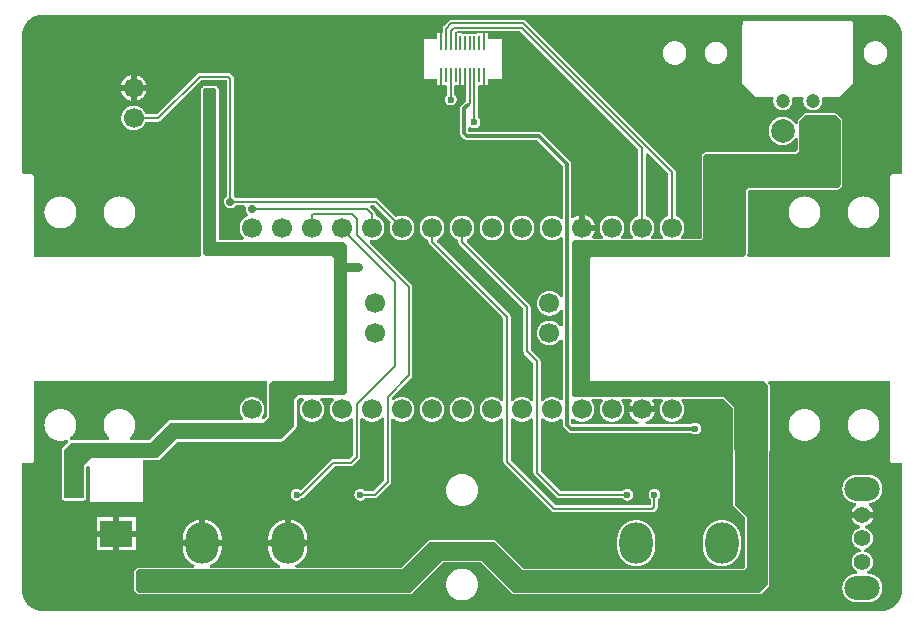
<source format=gtl>
G04*
G04 #@! TF.GenerationSoftware,Altium Limited,Altium Designer,20.1.14 (287)*
G04*
G04 Layer_Physical_Order=1*
G04 Layer_Color=255*
%FSLAX44Y44*%
%MOMM*%
G71*
G04*
G04 #@! TF.SameCoordinates,68B961FB-D7BC-4543-97B4-895A999656FA*
G04*
G04*
G04 #@! TF.FilePolarity,Positive*
G04*
G01*
G75*
%ADD12C,0.2000*%
%ADD13C,0.3000*%
%ADD15R,0.2000X1.1900*%
G04:AMPARAMS|DCode=17|XSize=1.4mm|YSize=1.4mm|CornerRadius=0.7mm|HoleSize=0mm|Usage=FLASHONLY|Rotation=270.000|XOffset=0mm|YOffset=0mm|HoleType=Round|Shape=RoundedRectangle|*
%AMROUNDEDRECTD17*
21,1,1.4000,0.0000,0,0,270.0*
21,1,0.0000,1.4000,0,0,270.0*
1,1,1.4000,0.0000,0.0000*
1,1,1.4000,0.0000,0.0000*
1,1,1.4000,0.0000,0.0000*
1,1,1.4000,0.0000,0.0000*
%
%ADD17ROUNDEDRECTD17*%
G04:AMPARAMS|DCode=18|XSize=2mm|YSize=3mm|CornerRadius=1mm|HoleSize=0mm|Usage=FLASHONLY|Rotation=270.000|XOffset=0mm|YOffset=0mm|HoleType=Round|Shape=RoundedRectangle|*
%AMROUNDEDRECTD18*
21,1,2.0000,1.0000,0,0,270.0*
21,1,0.0000,3.0000,0,0,270.0*
1,1,2.0000,-0.5000,0.0000*
1,1,2.0000,-0.5000,0.0000*
1,1,2.0000,0.5000,0.0000*
1,1,2.0000,0.5000,0.0000*
%
%ADD18ROUNDEDRECTD18*%
%ADD19C,1.7000*%
G04:AMPARAMS|DCode=20|XSize=1.7mm|YSize=1.7mm|CornerRadius=0.85mm|HoleSize=0mm|Usage=FLASHONLY|Rotation=90.000|XOffset=0mm|YOffset=0mm|HoleType=Round|Shape=RoundedRectangle|*
%AMROUNDEDRECTD20*
21,1,1.7000,0.0000,0,0,90.0*
21,1,0.0000,1.7000,0,0,90.0*
1,1,1.7000,0.0000,0.0000*
1,1,1.7000,0.0000,0.0000*
1,1,1.7000,0.0000,0.0000*
1,1,1.7000,0.0000,0.0000*
%
%ADD20ROUNDEDRECTD20*%
%ADD21C,1.2000*%
%ADD22C,2.0000*%
%ADD23C,0.6000*%
G04:AMPARAMS|DCode=24|XSize=1.7mm|YSize=1.7mm|CornerRadius=0.85mm|HoleSize=0mm|Usage=FLASHONLY|Rotation=180.000|XOffset=0mm|YOffset=0mm|HoleType=Round|Shape=RoundedRectangle|*
%AMROUNDEDRECTD24*
21,1,1.7000,0.0000,0,0,180.0*
21,1,0.0000,1.7000,0,0,180.0*
1,1,1.7000,0.0000,0.0000*
1,1,1.7000,0.0000,0.0000*
1,1,1.7000,0.0000,0.0000*
1,1,1.7000,0.0000,0.0000*
%
%ADD24ROUNDEDRECTD24*%
%ADD27R,2.8000X2.3000*%
%ADD28C,0.1524*%
%ADD29C,0.8000*%
%ADD30C,1.5000*%
G04:AMPARAMS|DCode=31|XSize=2.8mm|YSize=3.5mm|CornerRadius=1.4mm|HoleSize=0mm|Usage=FLASHONLY|Rotation=0.000|XOffset=0mm|YOffset=0mm|HoleType=Round|Shape=RoundedRectangle|*
%AMROUNDEDRECTD31*
21,1,2.8000,0.7000,0,0,0.0*
21,1,0.0000,3.5000,0,0,0.0*
1,1,2.8000,0.0000,-0.3500*
1,1,2.8000,0.0000,-0.3500*
1,1,2.8000,0.0000,0.3500*
1,1,2.8000,0.0000,0.3500*
%
%ADD31ROUNDEDRECTD31*%
%ADD32C,0.7000*%
G36*
X20035Y507470D02*
X21918Y507470D01*
X729534Y507465D01*
X729536Y507465D01*
X729593Y507466D01*
X729594Y507466D01*
Y507466D01*
X731586Y507398D01*
X731660Y507392D01*
X731896Y507368D01*
X732132Y507341D01*
X732367Y507310D01*
X732602Y507276D01*
X732837Y507240D01*
X733071Y507200D01*
X733304Y507156D01*
X733537Y507110D01*
X733770Y507061D01*
X734001Y507008D01*
X734232Y506952D01*
X734462Y506894D01*
X734691Y506832D01*
X734920Y506766D01*
X735147Y506698D01*
X735374Y506627D01*
X735599Y506553D01*
X735824Y506475D01*
X736047Y506395D01*
X736269Y506312D01*
X736490Y506225D01*
X736711Y506136D01*
X736929Y506044D01*
X737147Y505948D01*
X737363Y505850D01*
X737578Y505749D01*
X737791Y505645D01*
X738003Y505538D01*
X738214Y505428D01*
X738423Y505315D01*
X738630Y505200D01*
X738836Y505082D01*
X739041Y504961D01*
X739243Y504837D01*
X739444Y504710D01*
X739643Y504581D01*
X739841Y504449D01*
X740036Y504314D01*
X740230Y504177D01*
X740422Y504037D01*
X740612Y503895D01*
X740800Y503750D01*
X740986Y503602D01*
X741170Y503452D01*
X741352Y503300D01*
X741532Y503145D01*
X741710Y502988D01*
X741886Y502828D01*
X742059Y502666D01*
X742231Y502501D01*
X742400Y502335D01*
X742566Y502165D01*
X742731Y501994D01*
X742893Y501821D01*
X743053Y501645D01*
X743210Y501467D01*
X743365Y501287D01*
X743518Y501105D01*
X743668Y500921D01*
X743815Y500735D01*
X743960Y500547D01*
X744102Y500357D01*
X744242Y500165D01*
X744379Y499971D01*
X744514Y499776D01*
X744646Y499578D01*
X744775Y499379D01*
X744902Y499178D01*
X745025Y498976D01*
X745146Y498771D01*
X745265Y498565D01*
X745380Y498358D01*
X745493Y498149D01*
X745603Y497938D01*
X745710Y497726D01*
X745814Y497513D01*
X745915Y497298D01*
X746013Y497082D01*
X746108Y496864D01*
X746201Y496646D01*
X746290Y496426D01*
X746377Y496204D01*
X746460Y495982D01*
X746540Y495759D01*
X746618Y495534D01*
X746692Y495309D01*
X746763Y495082D01*
X746831Y494855D01*
X746896Y494626D01*
X746958Y494397D01*
X747017Y494167D01*
X747073Y493936D01*
X747126Y493705D01*
X747175Y493472D01*
X747221Y493240D01*
X747265Y493006D01*
X747305Y492772D01*
X747341Y492537D01*
X747375Y492302D01*
X747405Y492067D01*
X747433Y491831D01*
X747457Y491595D01*
X747478Y491358D01*
X747495Y491121D01*
X747510Y490884D01*
X747521Y490647D01*
X747529Y490410D01*
X747534Y490172D01*
X747536Y489935D01*
X747536Y489927D01*
X747535Y489906D01*
X747500Y372500D01*
X740000D01*
X739911Y372499D01*
X739822Y372494D01*
X739733Y372486D01*
X739644Y372475D01*
X739556Y372461D01*
X739469Y372443D01*
X739382Y372423D01*
X739296Y372399D01*
X739210Y372373D01*
X739126Y372343D01*
X739043Y372310D01*
X738961Y372275D01*
X738881Y372236D01*
X738802Y372195D01*
X738724Y372150D01*
X738648Y372104D01*
X738574Y372054D01*
X738502Y372002D01*
X738431Y371947D01*
X738363Y371890D01*
X738296Y371830D01*
X738232Y371768D01*
X738170Y371704D01*
X738110Y371637D01*
X738053Y371569D01*
X737998Y371498D01*
X737946Y371426D01*
X737896Y371352D01*
X737850Y371276D01*
X737805Y371198D01*
X737764Y371119D01*
X737726Y371039D01*
X737690Y370957D01*
X737657Y370874D01*
X737628Y370790D01*
X737601Y370704D01*
X737577Y370618D01*
X737557Y370532D01*
X737539Y370444D01*
X737525Y370356D01*
X737514Y370267D01*
X737506Y370178D01*
X737501Y370089D01*
X737500Y370000D01*
Y302500D01*
X617829D01*
X617795Y302530D01*
X617441Y302848D01*
X617218Y303058D01*
X616672Y304324D01*
X616657Y304361D01*
X616669Y304394D01*
X616678Y304419D01*
X616679Y304420D01*
X616679Y304421D01*
X616693Y304463D01*
X616698Y304478D01*
X616698Y304478D01*
X616699Y304480D01*
X616709Y304517D01*
X616715Y304538D01*
X616715Y304539D01*
X616716Y304540D01*
X616723Y304573D01*
X616729Y304599D01*
X616729Y304600D01*
X616729Y304601D01*
X616749Y304699D01*
X616749Y304701D01*
X616750Y304702D01*
X616755Y304734D01*
X616760Y304761D01*
X616760Y304762D01*
X616760Y304763D01*
X616764Y304794D01*
X616768Y304823D01*
X616768Y304824D01*
X616768Y304825D01*
X616770Y304851D01*
X616772Y304885D01*
X616773Y304886D01*
X616773Y304888D01*
X616773Y304913D01*
X616774Y304947D01*
X616774Y304949D01*
X616774Y304950D01*
Y358265D01*
X617735Y359226D01*
X693050D01*
X693051Y359226D01*
X693053Y359226D01*
X693083Y359227D01*
X693112Y359227D01*
X693114Y359227D01*
X693115Y359227D01*
X693145Y359230D01*
X693175Y359232D01*
X693176Y359232D01*
X693177Y359232D01*
X693205Y359236D01*
X693236Y359240D01*
X693238Y359240D01*
X693239Y359240D01*
X693265Y359244D01*
X693298Y359250D01*
X693299Y359250D01*
X693300Y359251D01*
X693399Y359271D01*
X693400Y359271D01*
X693401Y359271D01*
X693434Y359278D01*
X693460Y359284D01*
X693461Y359285D01*
X693462Y359285D01*
X693492Y359293D01*
X693520Y359301D01*
X693521Y359301D01*
X693522Y359302D01*
X693552Y359312D01*
X693579Y359321D01*
X693580Y359321D01*
X693581Y359322D01*
X693611Y359333D01*
X693637Y359343D01*
X693638Y359344D01*
X693639Y359344D01*
X693732Y359383D01*
X693733Y359384D01*
X693734Y359384D01*
X693758Y359394D01*
X693789Y359408D01*
X693790Y359409D01*
X693791Y359410D01*
X693817Y359423D01*
X693844Y359437D01*
X693845Y359437D01*
X693847Y359438D01*
X693872Y359452D01*
X693898Y359468D01*
X693900Y359468D01*
X693901Y359469D01*
X693926Y359485D01*
X693951Y359501D01*
X693952Y359502D01*
X693953Y359503D01*
X694036Y359559D01*
X694037Y359560D01*
X694038Y359560D01*
X694066Y359580D01*
X694087Y359595D01*
X694088Y359596D01*
X694089Y359597D01*
X694117Y359619D01*
X694136Y359634D01*
X694137Y359635D01*
X694138Y359636D01*
X694161Y359656D01*
X694183Y359675D01*
X694184Y359676D01*
X694185Y359677D01*
X694205Y359696D01*
X694228Y359718D01*
X694229Y359719D01*
X694230Y359720D01*
X694260Y359751D01*
X696249Y361740D01*
X696280Y361770D01*
X696281Y361771D01*
X696282Y361772D01*
X696301Y361792D01*
X696323Y361815D01*
X696324Y361816D01*
X696325Y361817D01*
X696342Y361836D01*
X696364Y361862D01*
X696366Y361863D01*
X696366Y361864D01*
X696381Y361883D01*
X696403Y361911D01*
X696404Y361912D01*
X696405Y361913D01*
X696421Y361936D01*
X696440Y361962D01*
X696440Y361963D01*
X696441Y361964D01*
X696497Y362047D01*
X696498Y362048D01*
X696499Y362049D01*
X696515Y362074D01*
X696531Y362099D01*
X696532Y362100D01*
X696532Y362102D01*
X696546Y362126D01*
X696562Y362153D01*
X696563Y362155D01*
X696563Y362156D01*
X696576Y362180D01*
X696590Y362209D01*
X696591Y362210D01*
X696592Y362211D01*
X696605Y362242D01*
X696616Y362266D01*
X696616Y362267D01*
X696617Y362268D01*
X696656Y362361D01*
X696656Y362362D01*
X696657Y362363D01*
X696669Y362394D01*
X696678Y362419D01*
X696679Y362420D01*
X696679Y362421D01*
X696693Y362463D01*
X696698Y362478D01*
X696698Y362478D01*
X696699Y362480D01*
X696709Y362517D01*
X696715Y362538D01*
X696715Y362539D01*
X696716Y362540D01*
X696723Y362573D01*
X696729Y362599D01*
X696729Y362600D01*
X696729Y362601D01*
X696749Y362699D01*
X696749Y362701D01*
X696750Y362702D01*
X696755Y362734D01*
X696760Y362761D01*
X696760Y362762D01*
X696760Y362763D01*
X696764Y362794D01*
X696768Y362822D01*
X696768Y362824D01*
X696768Y362825D01*
X696770Y362851D01*
X696773Y362885D01*
X696773Y362886D01*
X696773Y362887D01*
X696773Y362913D01*
X696774Y362947D01*
X696774Y362948D01*
X696774Y362950D01*
Y418050D01*
X696774Y418051D01*
X696774Y418053D01*
X696773Y418087D01*
X696773Y418112D01*
X696773Y418114D01*
X696773Y418115D01*
X696770Y418149D01*
X696768Y418175D01*
X696768Y418176D01*
X696768Y418177D01*
X696764Y418205D01*
X696760Y418237D01*
X696760Y418238D01*
X696760Y418239D01*
X696756Y418265D01*
X696750Y418298D01*
X696749Y418299D01*
X696749Y418301D01*
X696729Y418399D01*
X696729Y418400D01*
X696729Y418401D01*
X696722Y418432D01*
X696716Y418460D01*
X696715Y418461D01*
X696715Y418462D01*
X696708Y418488D01*
X696699Y418520D01*
X696699Y418521D01*
X696698Y418522D01*
X696690Y418548D01*
X696679Y418579D01*
X696679Y418580D01*
X696678Y418581D01*
X696667Y418611D01*
X696657Y418637D01*
X696656Y418638D01*
X696656Y418639D01*
X696617Y418732D01*
X696616Y418733D01*
X696616Y418734D01*
X696605Y418758D01*
X696592Y418789D01*
X696591Y418790D01*
X696590Y418791D01*
X696577Y418817D01*
X696563Y418844D01*
X696563Y418845D01*
X696562Y418847D01*
X696548Y418872D01*
X696532Y418898D01*
X696532Y418900D01*
X696531Y418901D01*
X696515Y418926D01*
X696499Y418951D01*
X696498Y418952D01*
X696497Y418953D01*
X696441Y419036D01*
X696440Y419037D01*
X696440Y419038D01*
X696422Y419062D01*
X696405Y419087D01*
X696404Y419088D01*
X696403Y419089D01*
X696381Y419117D01*
X696366Y419136D01*
X696366Y419137D01*
X696364Y419138D01*
X696342Y419164D01*
X696325Y419183D01*
X696324Y419184D01*
X696323Y419185D01*
X696303Y419205D01*
X696282Y419228D01*
X696281Y419229D01*
X696280Y419230D01*
X696250Y419259D01*
X692259Y423250D01*
X692230Y423280D01*
X692229Y423281D01*
X692228Y423282D01*
X692208Y423301D01*
X692185Y423323D01*
X692184Y423324D01*
X692183Y423325D01*
X692164Y423342D01*
X692138Y423364D01*
X692137Y423366D01*
X692136Y423366D01*
X692117Y423381D01*
X692089Y423403D01*
X692088Y423404D01*
X692087Y423405D01*
X692064Y423421D01*
X692038Y423439D01*
X692037Y423440D01*
X692036Y423441D01*
X691953Y423497D01*
X691952Y423498D01*
X691951Y423499D01*
X691926Y423515D01*
X691901Y423531D01*
X691900Y423531D01*
X691898Y423532D01*
X691874Y423546D01*
X691847Y423562D01*
X691845Y423563D01*
X691844Y423563D01*
X691820Y423576D01*
X691791Y423590D01*
X691790Y423591D01*
X691789Y423592D01*
X691758Y423605D01*
X691734Y423616D01*
X691733Y423616D01*
X691732Y423617D01*
X691639Y423656D01*
X691638Y423656D01*
X691637Y423657D01*
X691606Y423669D01*
X691581Y423679D01*
X691580Y423679D01*
X691579Y423679D01*
X691537Y423693D01*
X691522Y423698D01*
X691522Y423698D01*
X691520Y423699D01*
X691484Y423709D01*
X691462Y423715D01*
X691461Y423715D01*
X691460Y423716D01*
X691428Y423723D01*
X691401Y423729D01*
X691400Y423729D01*
X691399Y423729D01*
X691301Y423749D01*
X691299Y423750D01*
X691298Y423750D01*
X691266Y423755D01*
X691239Y423760D01*
X691238Y423760D01*
X691236Y423760D01*
X691206Y423764D01*
X691178Y423768D01*
X691176Y423768D01*
X691175Y423768D01*
X691149Y423770D01*
X691115Y423773D01*
X691114Y423773D01*
X691113Y423773D01*
X691087Y423773D01*
X691053Y423774D01*
X691051Y423774D01*
X691050Y423774D01*
X665950D01*
X665948Y423774D01*
X665947Y423774D01*
X665913Y423773D01*
X665888Y423773D01*
X665886Y423773D01*
X665885Y423773D01*
X665851Y423770D01*
X665825Y423768D01*
X665824Y423768D01*
X665823Y423768D01*
X665795Y423764D01*
X665763Y423760D01*
X665762Y423760D01*
X665761Y423760D01*
X665735Y423755D01*
X665702Y423750D01*
X665701Y423750D01*
X665699Y423749D01*
X665601Y423729D01*
X665600Y423729D01*
X665599Y423729D01*
X665568Y423722D01*
X665540Y423716D01*
X665539Y423715D01*
X665538Y423715D01*
X665512Y423708D01*
X665480Y423699D01*
X665479Y423698D01*
X665478Y423698D01*
X665452Y423690D01*
X665421Y423679D01*
X665420Y423679D01*
X665419Y423679D01*
X665389Y423667D01*
X665363Y423657D01*
X665362Y423656D01*
X665361Y423656D01*
X665268Y423617D01*
X665267Y423616D01*
X665266Y423616D01*
X665242Y423605D01*
X665211Y423592D01*
X665210Y423591D01*
X665209Y423590D01*
X665183Y423577D01*
X665156Y423563D01*
X665155Y423563D01*
X665153Y423562D01*
X665128Y423548D01*
X665102Y423532D01*
X665100Y423531D01*
X665099Y423531D01*
X665074Y423515D01*
X665049Y423499D01*
X665048Y423498D01*
X665047Y423497D01*
X664964Y423441D01*
X664963Y423441D01*
X664961Y423439D01*
X664934Y423420D01*
X664913Y423405D01*
X664912Y423404D01*
X664911Y423403D01*
X664883Y423381D01*
X664864Y423366D01*
X664863Y423366D01*
X664862Y423364D01*
X664839Y423344D01*
X664817Y423325D01*
X664816Y423324D01*
X664815Y423323D01*
X664795Y423304D01*
X664772Y423282D01*
X664771Y423281D01*
X664770Y423280D01*
X664740Y423249D01*
X659751Y418260D01*
X659720Y418230D01*
X659719Y418229D01*
X659718Y418228D01*
X659699Y418208D01*
X659677Y418185D01*
X659676Y418184D01*
X659675Y418183D01*
X659658Y418164D01*
X659636Y418138D01*
X659634Y418137D01*
X659634Y418136D01*
X659619Y418117D01*
X659597Y418089D01*
X659596Y418088D01*
X659595Y418087D01*
X659579Y418064D01*
X659560Y418038D01*
X659560Y418037D01*
X659559Y418036D01*
X659503Y417953D01*
X659502Y417952D01*
X659501Y417951D01*
X659485Y417926D01*
X659469Y417901D01*
X659468Y417900D01*
X659468Y417898D01*
X659454Y417874D01*
X659438Y417847D01*
X659437Y417845D01*
X659437Y417844D01*
X659424Y417820D01*
X659410Y417791D01*
X659409Y417790D01*
X659408Y417789D01*
X659395Y417758D01*
X659384Y417734D01*
X659383Y417733D01*
X659383Y417732D01*
X659344Y417639D01*
X659344Y417638D01*
X659343Y417637D01*
X659333Y417610D01*
X659322Y417581D01*
X659321Y417580D01*
X659321Y417579D01*
X659311Y417550D01*
X659302Y417522D01*
X659301Y417521D01*
X659301Y417520D01*
X659293Y417491D01*
X659285Y417462D01*
X659285Y417461D01*
X659284Y417460D01*
X659277Y417427D01*
X659271Y417401D01*
X659271Y417400D01*
X659270Y417399D01*
X659251Y417300D01*
X659250Y417299D01*
X659250Y417298D01*
X659244Y417264D01*
X659240Y417239D01*
X659240Y417238D01*
X659240Y417237D01*
X659236Y417204D01*
X659232Y417177D01*
X659232Y417176D01*
X659232Y417175D01*
X659230Y417144D01*
X659228Y417115D01*
X659227Y417114D01*
X659227Y417112D01*
X659227Y417083D01*
X659226Y417053D01*
X659226Y417051D01*
X659226Y417050D01*
Y415094D01*
X657912Y414507D01*
X657310Y414454D01*
X657219Y414628D01*
X657125Y414800D01*
X657028Y414971D01*
X656929Y415140D01*
X656826Y415308D01*
X656721Y415474D01*
X656614Y415638D01*
X656503Y415800D01*
X656390Y415961D01*
X656274Y416119D01*
X656156Y416276D01*
X656036Y416431D01*
X655912Y416584D01*
X655786Y416734D01*
X655658Y416883D01*
X655527Y417030D01*
X655394Y417174D01*
X655259Y417316D01*
X655121Y417456D01*
X654981Y417594D01*
X654839Y417729D01*
X654695Y417862D01*
X654548Y417993D01*
X654399Y418121D01*
X654249Y418247D01*
X654096Y418370D01*
X653941Y418491D01*
X653784Y418610D01*
X653626Y418725D01*
X653465Y418838D01*
X653303Y418949D01*
X653139Y419056D01*
X652973Y419161D01*
X652805Y419264D01*
X652636Y419363D01*
X652465Y419460D01*
X652293Y419554D01*
X652119Y419645D01*
X651943Y419734D01*
X651767Y419819D01*
X651588Y419901D01*
X651409Y419981D01*
X651228Y420058D01*
X651046Y420131D01*
X650863Y420202D01*
X650678Y420270D01*
X650493Y420334D01*
X650307Y420396D01*
X650119Y420454D01*
X649931Y420510D01*
X649742Y420562D01*
X649552Y420611D01*
X649361Y420658D01*
X649169Y420701D01*
X648977Y420741D01*
X648784Y420777D01*
X648590Y420811D01*
X648397Y420841D01*
X648202Y420868D01*
X648007Y420892D01*
X647812Y420913D01*
X647616Y420931D01*
X647421Y420945D01*
X647225Y420957D01*
X647028Y420965D01*
X646832Y420970D01*
X646636Y420971D01*
X646439Y420970D01*
X646243Y420965D01*
X646047Y420957D01*
X645851Y420945D01*
X645655Y420931D01*
X645460Y420913D01*
X645264Y420892D01*
X645069Y420868D01*
X644875Y420841D01*
X644681Y420811D01*
X644487Y420777D01*
X644295Y420741D01*
X644102Y420701D01*
X643911Y420658D01*
X643720Y420611D01*
X643530Y420562D01*
X643341Y420510D01*
X643152Y420454D01*
X642965Y420396D01*
X642778Y420334D01*
X642593Y420270D01*
X642409Y420202D01*
X642225Y420131D01*
X642043Y420058D01*
X641863Y419981D01*
X641683Y419901D01*
X641505Y419819D01*
X641328Y419734D01*
X641153Y419645D01*
X640979Y419554D01*
X640806Y419460D01*
X640636Y419363D01*
X640466Y419264D01*
X640299Y419161D01*
X640133Y419056D01*
X639969Y418949D01*
X639806Y418838D01*
X639646Y418725D01*
X639487Y418610D01*
X639330Y418491D01*
X639175Y418370D01*
X639023Y418247D01*
X638872Y418121D01*
X638723Y417993D01*
X638577Y417862D01*
X638432Y417729D01*
X638290Y417594D01*
X638150Y417456D01*
X638012Y417316D01*
X637877Y417174D01*
X637744Y417030D01*
X637613Y416883D01*
X637485Y416734D01*
X637359Y416584D01*
X637236Y416431D01*
X637115Y416276D01*
X636997Y416119D01*
X636881Y415961D01*
X636768Y415800D01*
X636658Y415638D01*
X636550Y415474D01*
X636445Y415308D01*
X636343Y415140D01*
X636243Y414971D01*
X636146Y414800D01*
X636052Y414628D01*
X635961Y414454D01*
X635873Y414278D01*
X635788Y414101D01*
X635705Y413923D01*
X635625Y413744D01*
X635549Y413563D01*
X635475Y413381D01*
X635405Y413198D01*
X635337Y413013D01*
X635272Y412828D01*
X635211Y412642D01*
X635152Y412454D01*
X635097Y412266D01*
X635044Y412077D01*
X634995Y411887D01*
X634949Y411696D01*
X634906Y411504D01*
X634866Y411312D01*
X634829Y411119D01*
X634796Y410925D01*
X634765Y410732D01*
X634738Y410537D01*
X634714Y410342D01*
X634693Y410147D01*
X634675Y409951D01*
X634661Y409756D01*
X634650Y409560D01*
X634642Y409363D01*
X634637Y409167D01*
X634635Y408971D01*
X634637Y408774D01*
X634642Y408578D01*
X634650Y408382D01*
X634661Y408186D01*
X634675Y407990D01*
X634693Y407794D01*
X634714Y407599D01*
X634738Y407404D01*
X634765Y407210D01*
X634796Y407016D01*
X634829Y406822D01*
X634866Y406629D01*
X634906Y406437D01*
X634949Y406246D01*
X634995Y406055D01*
X635044Y405865D01*
X635097Y405676D01*
X635152Y405487D01*
X635211Y405300D01*
X635272Y405113D01*
X635337Y404928D01*
X635405Y404743D01*
X635475Y404560D01*
X635549Y404378D01*
X635625Y404198D01*
X635705Y404018D01*
X635788Y403840D01*
X635873Y403663D01*
X635961Y403488D01*
X636052Y403314D01*
X636146Y403141D01*
X636243Y402971D01*
X636343Y402801D01*
X636445Y402634D01*
X636550Y402468D01*
X636658Y402304D01*
X636768Y402141D01*
X636881Y401981D01*
X636997Y401822D01*
X637115Y401665D01*
X637236Y401511D01*
X637359Y401358D01*
X637485Y401207D01*
X637613Y401058D01*
X637744Y400912D01*
X637877Y400767D01*
X638012Y400625D01*
X638150Y400485D01*
X638290Y400347D01*
X638432Y400212D01*
X638577Y400079D01*
X638723Y399948D01*
X638872Y399820D01*
X639023Y399694D01*
X639175Y399571D01*
X639330Y399450D01*
X639487Y399332D01*
X639646Y399216D01*
X639806Y399103D01*
X639969Y398993D01*
X640133Y398885D01*
X640299Y398780D01*
X640466Y398678D01*
X640636Y398578D01*
X640806Y398481D01*
X640979Y398387D01*
X641153Y398296D01*
X641328Y398208D01*
X641505Y398122D01*
X641683Y398040D01*
X641863Y397960D01*
X642043Y397884D01*
X642225Y397810D01*
X642409Y397739D01*
X642593Y397672D01*
X642778Y397607D01*
X642965Y397546D01*
X643152Y397487D01*
X643341Y397431D01*
X643530Y397379D01*
X643720Y397330D01*
X643911Y397284D01*
X644102Y397241D01*
X644295Y397201D01*
X644487Y397164D01*
X644681Y397131D01*
X644875Y397100D01*
X645069Y397073D01*
X645264Y397049D01*
X645460Y397028D01*
X645655Y397010D01*
X645851Y396996D01*
X646047Y396985D01*
X646243Y396977D01*
X646439Y396972D01*
X646636Y396970D01*
X646832Y396972D01*
X647028Y396977D01*
X647225Y396985D01*
X647421Y396996D01*
X647616Y397010D01*
X647812Y397028D01*
X648007Y397049D01*
X648202Y397073D01*
X648397Y397100D01*
X648590Y397131D01*
X648784Y397164D01*
X648977Y397201D01*
X649169Y397241D01*
X649361Y397284D01*
X649552Y397330D01*
X649742Y397379D01*
X649931Y397431D01*
X650119Y397487D01*
X650307Y397546D01*
X650493Y397607D01*
X650678Y397672D01*
X650863Y397739D01*
X651046Y397810D01*
X651228Y397884D01*
X651409Y397960D01*
X651588Y398040D01*
X651767Y398122D01*
X651943Y398208D01*
X652119Y398296D01*
X652293Y398387D01*
X652465Y398481D01*
X652636Y398578D01*
X652805Y398678D01*
X652973Y398780D01*
X653139Y398885D01*
X653303Y398993D01*
X653465Y399103D01*
X653626Y399216D01*
X653784Y399332D01*
X653941Y399450D01*
X654096Y399571D01*
X654249Y399694D01*
X654399Y399820D01*
X654548Y399948D01*
X654695Y400079D01*
X654839Y400212D01*
X654981Y400347D01*
X655121Y400485D01*
X655259Y400625D01*
X655394Y400767D01*
X655527Y400912D01*
X655658Y401058D01*
X655786Y401207D01*
X655912Y401358D01*
X656036Y401511D01*
X656156Y401665D01*
X656274Y401822D01*
X656390Y401981D01*
X656503Y402141D01*
X656614Y402304D01*
X656721Y402468D01*
X656826Y402634D01*
X656929Y402801D01*
X657028Y402971D01*
X657125Y403141D01*
X657219Y403314D01*
X657310Y403488D01*
X657912Y403434D01*
X659226Y402848D01*
Y392735D01*
X657265Y390774D01*
X580950D01*
X580948Y390774D01*
X580947Y390774D01*
X580913Y390773D01*
X580887Y390773D01*
X580886Y390773D01*
X580885Y390773D01*
X580851Y390770D01*
X580825Y390768D01*
X580824Y390768D01*
X580822Y390768D01*
X580795Y390764D01*
X580764Y390760D01*
X580762Y390760D01*
X580761Y390760D01*
X580735Y390756D01*
X580702Y390750D01*
X580701Y390750D01*
X580699Y390749D01*
X580601Y390729D01*
X580600Y390729D01*
X580599Y390729D01*
X580568Y390722D01*
X580540Y390716D01*
X580539Y390715D01*
X580538Y390715D01*
X580512Y390708D01*
X580480Y390699D01*
X580479Y390699D01*
X580478Y390698D01*
X580452Y390690D01*
X580421Y390679D01*
X580420Y390679D01*
X580419Y390678D01*
X580389Y390667D01*
X580363Y390657D01*
X580362Y390656D01*
X580361Y390656D01*
X580268Y390617D01*
X580267Y390616D01*
X580266Y390616D01*
X580242Y390605D01*
X580211Y390592D01*
X580210Y390591D01*
X580209Y390590D01*
X580183Y390577D01*
X580156Y390563D01*
X580155Y390563D01*
X580153Y390562D01*
X580128Y390548D01*
X580102Y390532D01*
X580100Y390532D01*
X580099Y390531D01*
X580074Y390515D01*
X580049Y390499D01*
X580048Y390498D01*
X580047Y390497D01*
X579964Y390441D01*
X579963Y390440D01*
X579962Y390439D01*
X579934Y390420D01*
X579913Y390405D01*
X579912Y390404D01*
X579911Y390403D01*
X579883Y390381D01*
X579864Y390366D01*
X579863Y390365D01*
X579862Y390364D01*
X579839Y390344D01*
X579817Y390325D01*
X579816Y390324D01*
X579815Y390323D01*
X579795Y390304D01*
X579772Y390282D01*
X579771Y390281D01*
X579770Y390280D01*
X579740Y390249D01*
X578751Y389260D01*
X578720Y389230D01*
X578719Y389229D01*
X578718Y389228D01*
X578699Y389208D01*
X578677Y389185D01*
X578676Y389184D01*
X578675Y389183D01*
X578658Y389164D01*
X578636Y389138D01*
X578634Y389137D01*
X578634Y389136D01*
X578619Y389117D01*
X578597Y389089D01*
X578596Y389088D01*
X578595Y389087D01*
X578579Y389064D01*
X578560Y389038D01*
X578560Y389037D01*
X578559Y389036D01*
X578503Y388953D01*
X578502Y388952D01*
X578501Y388951D01*
X578485Y388926D01*
X578469Y388901D01*
X578468Y388900D01*
X578468Y388898D01*
X578454Y388874D01*
X578438Y388847D01*
X578437Y388845D01*
X578437Y388844D01*
X578424Y388820D01*
X578410Y388791D01*
X578409Y388790D01*
X578408Y388789D01*
X578395Y388758D01*
X578384Y388734D01*
X578384Y388733D01*
X578383Y388732D01*
X578344Y388639D01*
X578344Y388638D01*
X578343Y388637D01*
X578333Y388610D01*
X578321Y388581D01*
X578321Y388580D01*
X578321Y388579D01*
X578311Y388550D01*
X578302Y388522D01*
X578302Y388521D01*
X578301Y388520D01*
X578293Y388491D01*
X578285Y388462D01*
X578285Y388461D01*
X578284Y388460D01*
X578277Y388427D01*
X578271Y388401D01*
X578271Y388400D01*
X578270Y388399D01*
X578251Y388300D01*
X578251Y388299D01*
X578250Y388298D01*
X578244Y388264D01*
X578240Y388239D01*
X578240Y388238D01*
X578240Y388237D01*
X578236Y388204D01*
X578232Y388177D01*
X578232Y388176D01*
X578232Y388175D01*
X578230Y388144D01*
X578228Y388115D01*
X578227Y388114D01*
X578227Y388112D01*
X578227Y388083D01*
X578226Y388053D01*
X578226Y388051D01*
X578226Y388050D01*
Y318735D01*
X577265Y317774D01*
X561409D01*
X560839Y318463D01*
X560732Y318644D01*
X560704Y318721D01*
X560628Y319118D01*
X560574Y319774D01*
X560639Y319844D01*
X560760Y319982D01*
X560880Y320121D01*
X560996Y320263D01*
X561110Y320406D01*
X561222Y320551D01*
X561331Y320699D01*
X561437Y320848D01*
X561541Y320999D01*
X561642Y321152D01*
X561740Y321306D01*
X561836Y321463D01*
X561929Y321620D01*
X562020Y321780D01*
X562107Y321941D01*
X562192Y322104D01*
X562273Y322268D01*
X562352Y322433D01*
X562428Y322600D01*
X562501Y322768D01*
X562571Y322937D01*
X562639Y323108D01*
X562703Y323279D01*
X562764Y323452D01*
X562822Y323626D01*
X562877Y323801D01*
X562929Y323976D01*
X562978Y324153D01*
X563024Y324330D01*
X563067Y324509D01*
X563107Y324688D01*
X563143Y324867D01*
X563177Y325047D01*
X563207Y325228D01*
X563234Y325409D01*
X563258Y325591D01*
X563279Y325773D01*
X563296Y325956D01*
X563311Y326138D01*
X563322Y326321D01*
X563330Y326504D01*
X563335Y326687D01*
X563336Y326871D01*
X563335Y327054D01*
X563330Y327237D01*
X563322Y327420D01*
X563311Y327603D01*
X563296Y327786D01*
X563279Y327968D01*
X563258Y328150D01*
X563234Y328332D01*
X563207Y328513D01*
X563177Y328694D01*
X563143Y328874D01*
X563107Y329054D01*
X563067Y329233D01*
X563024Y329411D01*
X562978Y329588D01*
X562929Y329765D01*
X562877Y329941D01*
X562822Y330116D01*
X562764Y330289D01*
X562703Y330462D01*
X562639Y330634D01*
X562571Y330804D01*
X562501Y330974D01*
X562428Y331142D01*
X562352Y331308D01*
X562273Y331474D01*
X562192Y331638D01*
X562107Y331800D01*
X562020Y331961D01*
X561929Y332121D01*
X561836Y332279D01*
X561740Y332435D01*
X561642Y332590D01*
X561541Y332742D01*
X561437Y332893D01*
X561331Y333043D01*
X561222Y333190D01*
X561110Y333335D01*
X560996Y333479D01*
X560880Y333620D01*
X560760Y333759D01*
X560639Y333897D01*
X560515Y334032D01*
X560389Y334165D01*
X560261Y334296D01*
X560130Y334424D01*
X559997Y334550D01*
X559862Y334674D01*
X559725Y334795D01*
X559585Y334914D01*
X559444Y335031D01*
X559300Y335145D01*
X559155Y335257D01*
X559008Y335366D01*
X558858Y335472D01*
X558707Y335576D01*
X558555Y335677D01*
X558400Y335775D01*
X558244Y335871D01*
X558086Y335964D01*
X557926Y336054D01*
X557765Y336142D01*
X557603Y336227D01*
X557439Y336308D01*
X557273Y336387D01*
X557107Y336463D01*
X556939Y336536D01*
X556769Y336606D01*
X556599Y336674D01*
X556427Y336738D01*
X556254Y336799D01*
X556081Y336857D01*
X555906Y336912D01*
X555836Y336933D01*
Y374163D01*
X555836Y374164D01*
X555835Y374263D01*
X555830Y374361D01*
X555822Y374458D01*
X555810Y374556D01*
X555796Y374653D01*
X555778Y374750D01*
X555758Y374846D01*
X555734Y374941D01*
X555707Y375035D01*
X555677Y375129D01*
X555644Y375221D01*
X555608Y375312D01*
X555569Y375403D01*
X555527Y375491D01*
X555482Y375579D01*
X555434Y375664D01*
X555384Y375749D01*
X555330Y375831D01*
X555275Y375912D01*
X555216Y375991D01*
X555155Y376068D01*
X555092Y376143D01*
X555026Y376215D01*
X554957Y376286D01*
X554957Y376287D01*
X429122Y502122D01*
X429051Y502190D01*
X428978Y502256D01*
X428903Y502319D01*
X428826Y502380D01*
X428748Y502439D01*
X428667Y502495D01*
X428584Y502548D01*
X428500Y502598D01*
X428414Y502646D01*
X428327Y502691D01*
X428238Y502733D01*
X428148Y502772D01*
X428057Y502808D01*
X427964Y502841D01*
X427871Y502871D01*
X427777Y502898D01*
X427681Y502922D01*
X427585Y502943D01*
X427489Y502960D01*
X427392Y502975D01*
X427294Y502986D01*
X427196Y502994D01*
X427098Y502999D01*
X427000Y503000D01*
X366121D01*
X366119Y503000D01*
X366021Y502999D01*
X365923Y502994D01*
X365825Y502986D01*
X365728Y502975D01*
X365631Y502960D01*
X365534Y502943D01*
X365438Y502922D01*
X365343Y502898D01*
X365248Y502871D01*
X365155Y502841D01*
X365063Y502808D01*
X364971Y502772D01*
X364881Y502733D01*
X364792Y502691D01*
X364705Y502646D01*
X364619Y502598D01*
X364535Y502548D01*
X364453Y502495D01*
X364372Y502439D01*
X364293Y502380D01*
X364216Y502319D01*
X364141Y502256D01*
X364068Y502190D01*
X363998Y502122D01*
X363997Y502121D01*
X359414Y497538D01*
X359346Y497467D01*
X359280Y497394D01*
X359216Y497320D01*
X359155Y497243D01*
X359097Y497164D01*
X359041Y497083D01*
X358988Y497001D01*
X358937Y496916D01*
X358890Y496831D01*
X358845Y496743D01*
X358803Y496655D01*
X358764Y496564D01*
X358728Y496473D01*
X358694Y496381D01*
X358665Y496287D01*
X358638Y496193D01*
X358614Y496097D01*
X358593Y496002D01*
X358575Y495905D01*
X358561Y495808D01*
X358550Y495710D01*
X358542Y495612D01*
X358537Y495514D01*
X358535Y495416D01*
Y491860D01*
X353996D01*
Y486971D01*
X342536D01*
Y452971D01*
X353996D01*
Y448080D01*
X361076D01*
X362535Y446775D01*
Y439535D01*
X362475Y439490D01*
X362376Y439411D01*
X362279Y439330D01*
X362183Y439246D01*
X362091Y439160D01*
X362000Y439072D01*
X361912Y438981D01*
X361825Y438888D01*
X361742Y438793D01*
X361660Y438696D01*
X361581Y438596D01*
X361505Y438495D01*
X361432Y438392D01*
X361361Y438287D01*
X361292Y438181D01*
X361227Y438072D01*
X361164Y437962D01*
X361104Y437851D01*
X361046Y437738D01*
X360992Y437623D01*
X360941Y437508D01*
X360892Y437391D01*
X360847Y437272D01*
X360804Y437153D01*
X360765Y437033D01*
X360728Y436911D01*
X360695Y436789D01*
X360665Y436666D01*
X360638Y436542D01*
X360614Y436418D01*
X360593Y436293D01*
X360575Y436167D01*
X360561Y436042D01*
X360550Y435915D01*
X360542Y435789D01*
X360537Y435662D01*
X360535Y435536D01*
X360537Y435409D01*
X360542Y435282D01*
X360550Y435156D01*
X360561Y435030D01*
X360575Y434904D01*
X360593Y434779D01*
X360614Y434654D01*
X360638Y434529D01*
X360665Y434405D01*
X360695Y434282D01*
X360728Y434160D01*
X360765Y434039D01*
X360804Y433918D01*
X360847Y433799D01*
X360892Y433681D01*
X360941Y433564D01*
X360992Y433448D01*
X361046Y433334D01*
X361104Y433220D01*
X361164Y433109D01*
X361227Y432999D01*
X361292Y432891D01*
X361361Y432784D01*
X361432Y432679D01*
X361505Y432576D01*
X361581Y432475D01*
X361660Y432376D01*
X361742Y432279D01*
X361825Y432183D01*
X361912Y432091D01*
X362000Y432000D01*
X362091Y431912D01*
X362183Y431825D01*
X362279Y431742D01*
X362376Y431660D01*
X362475Y431581D01*
X362576Y431505D01*
X362679Y431432D01*
X362784Y431361D01*
X362891Y431292D01*
X362999Y431227D01*
X363109Y431164D01*
X363221Y431104D01*
X363334Y431046D01*
X363448Y430992D01*
X363564Y430941D01*
X363681Y430892D01*
X363799Y430847D01*
X363918Y430804D01*
X364039Y430765D01*
X364160Y430728D01*
X364282Y430695D01*
X364405Y430665D01*
X364529Y430638D01*
X364654Y430614D01*
X364779Y430593D01*
X364904Y430575D01*
X365030Y430561D01*
X365156Y430550D01*
X365283Y430542D01*
X365409Y430537D01*
X365536Y430535D01*
X365662Y430537D01*
X365789Y430542D01*
X365915Y430550D01*
X366042Y430561D01*
X366167Y430575D01*
X366293Y430593D01*
X366418Y430614D01*
X366542Y430638D01*
X366666Y430665D01*
X366789Y430695D01*
X366911Y430728D01*
X367033Y430765D01*
X367153Y430804D01*
X367272Y430847D01*
X367391Y430892D01*
X367508Y430941D01*
X367623Y430992D01*
X367738Y431046D01*
X367851Y431104D01*
X367962Y431164D01*
X368072Y431227D01*
X368181Y431292D01*
X368287Y431361D01*
X368392Y431432D01*
X368495Y431505D01*
X368596Y431581D01*
X368696Y431660D01*
X368793Y431742D01*
X368888Y431825D01*
X368981Y431912D01*
X369072Y432000D01*
X369160Y432091D01*
X369246Y432183D01*
X369330Y432279D01*
X369411Y432376D01*
X369490Y432475D01*
X369566Y432576D01*
X369640Y432679D01*
X369711Y432784D01*
X369779Y432891D01*
X369845Y432999D01*
X369908Y433109D01*
X369968Y433220D01*
X370025Y433334D01*
X370079Y433448D01*
X370131Y433564D01*
X370179Y433681D01*
X370225Y433799D01*
X370267Y433918D01*
X370307Y434039D01*
X370343Y434160D01*
X370377Y434282D01*
X370407Y434405D01*
X370434Y434529D01*
X370458Y434654D01*
X370479Y434779D01*
X370496Y434904D01*
X370510Y435030D01*
X370522Y435156D01*
X370530Y435282D01*
X370535Y435409D01*
X370536Y435536D01*
X370535Y435662D01*
X370530Y435789D01*
X370522Y435915D01*
X370510Y436042D01*
X370496Y436167D01*
X370479Y436293D01*
X370458Y436418D01*
X370434Y436542D01*
X370407Y436666D01*
X370377Y436789D01*
X370343Y436911D01*
X370307Y437033D01*
X370267Y437153D01*
X370225Y437272D01*
X370179Y437391D01*
X370131Y437508D01*
X370079Y437623D01*
X370025Y437738D01*
X369968Y437851D01*
X369908Y437962D01*
X369845Y438072D01*
X369779Y438181D01*
X369711Y438287D01*
X369640Y438392D01*
X369566Y438495D01*
X369490Y438596D01*
X369411Y438696D01*
X369330Y438793D01*
X369246Y438888D01*
X369160Y438981D01*
X369072Y439072D01*
X368981Y439160D01*
X368888Y439246D01*
X368793Y439330D01*
X368696Y439411D01*
X368596Y439490D01*
X368536Y439535D01*
Y446775D01*
X369996Y448080D01*
X378535D01*
Y434179D01*
X378468Y434147D01*
X378373Y434100D01*
X378280Y434049D01*
X378189Y433996D01*
X378100Y433940D01*
X378012Y433881D01*
X377925Y433819D01*
X377841Y433755D01*
X377759Y433689D01*
X377679Y433620D01*
X377601Y433549D01*
X377525Y433475D01*
X374525Y430475D01*
X374451Y430399D01*
X374380Y430321D01*
X374311Y430241D01*
X374268Y430188D01*
X374244Y430159D01*
X374181Y430075D01*
X374119Y429989D01*
X374061Y429901D01*
X374004Y429811D01*
X373951Y429720D01*
X373900Y429627D01*
X373853Y429532D01*
X373808Y429437D01*
X373766Y429340D01*
X373727Y429241D01*
X373691Y429142D01*
X373658Y429041D01*
X373628Y428940D01*
X373601Y428838D01*
X373578Y428735D01*
X373557Y428631D01*
X373540Y428527D01*
X373525Y428422D01*
X373514Y428317D01*
X373506Y428211D01*
X373501Y428106D01*
X373500Y428000D01*
Y407000D01*
X373501Y406894D01*
X373506Y406789D01*
X373514Y406683D01*
X373525Y406578D01*
X373540Y406473D01*
X373557Y406369D01*
X373578Y406265D01*
X373601Y406162D01*
X373628Y406060D01*
X373658Y405959D01*
X373691Y405858D01*
X373727Y405759D01*
X373766Y405661D01*
X373808Y405563D01*
X373853Y405468D01*
X373900Y405373D01*
X373951Y405280D01*
X374004Y405189D01*
X374061Y405099D01*
X374119Y405011D01*
X374181Y404925D01*
X374244Y404841D01*
X374268Y404812D01*
X374311Y404759D01*
X374380Y404679D01*
X374451Y404601D01*
X374525Y404525D01*
X376525Y402525D01*
X376601Y402451D01*
X376679Y402380D01*
X376759Y402311D01*
X376841Y402244D01*
X376926Y402181D01*
X377011Y402119D01*
X377099Y402061D01*
X377189Y402004D01*
X377280Y401951D01*
X377373Y401900D01*
X377468Y401853D01*
X377563Y401808D01*
X377660Y401766D01*
X377759Y401727D01*
X377858Y401691D01*
X377959Y401658D01*
X378060Y401628D01*
X378162Y401601D01*
X378265Y401578D01*
X378369Y401557D01*
X378473Y401539D01*
X378578Y401525D01*
X378683Y401514D01*
X378789Y401506D01*
X378894Y401501D01*
X379000Y401500D01*
X438550D01*
X460339Y379710D01*
Y335437D01*
X459622Y334848D01*
X459464Y334757D01*
X459387Y334730D01*
X458944Y334650D01*
X458339Y334603D01*
X458262Y334674D01*
X458125Y334795D01*
X457985Y334914D01*
X457844Y335031D01*
X457700Y335145D01*
X457555Y335257D01*
X457408Y335366D01*
X457258Y335472D01*
X457107Y335576D01*
X456955Y335677D01*
X456800Y335775D01*
X456644Y335871D01*
X456486Y335964D01*
X456326Y336054D01*
X456165Y336142D01*
X456003Y336227D01*
X455839Y336308D01*
X455673Y336387D01*
X455507Y336463D01*
X455339Y336536D01*
X455169Y336606D01*
X454999Y336674D01*
X454827Y336738D01*
X454654Y336799D01*
X454481Y336857D01*
X454306Y336912D01*
X454130Y336964D01*
X453953Y337013D01*
X453776Y337059D01*
X453598Y337102D01*
X453419Y337142D01*
X453239Y337178D01*
X453059Y337211D01*
X452878Y337242D01*
X452697Y337269D01*
X452515Y337293D01*
X452333Y337313D01*
X452151Y337331D01*
X451968Y337346D01*
X451785Y337357D01*
X451602Y337365D01*
X451419Y337369D01*
X451236Y337371D01*
X451052Y337369D01*
X450869Y337365D01*
X450686Y337357D01*
X450503Y337346D01*
X450321Y337331D01*
X450138Y337313D01*
X449956Y337293D01*
X449774Y337269D01*
X449593Y337242D01*
X449412Y337211D01*
X449232Y337178D01*
X449053Y337142D01*
X448874Y337102D01*
X448695Y337059D01*
X448518Y337013D01*
X448341Y336964D01*
X448166Y336912D01*
X447991Y336857D01*
X447817Y336799D01*
X447644Y336738D01*
X447473Y336674D01*
X447302Y336606D01*
X447133Y336536D01*
X446965Y336463D01*
X446798Y336387D01*
X446633Y336308D01*
X446469Y336227D01*
X446306Y336142D01*
X446145Y336054D01*
X445985Y335964D01*
X445828Y335871D01*
X445671Y335775D01*
X445517Y335677D01*
X445364Y335576D01*
X445213Y335472D01*
X445064Y335366D01*
X444916Y335257D01*
X444771Y335145D01*
X444628Y335031D01*
X444486Y334914D01*
X444347Y334795D01*
X444210Y334674D01*
X444074Y334550D01*
X443941Y334424D01*
X443811Y334296D01*
X443682Y334165D01*
X443556Y334032D01*
X443432Y333897D01*
X443311Y333759D01*
X443192Y333620D01*
X443075Y333479D01*
X442961Y333335D01*
X442850Y333190D01*
X442741Y333043D01*
X442634Y332893D01*
X442531Y332742D01*
X442429Y332590D01*
X442331Y332435D01*
X442235Y332279D01*
X442142Y332121D01*
X442052Y331961D01*
X441964Y331800D01*
X441880Y331638D01*
X441798Y331474D01*
X441719Y331308D01*
X441643Y331142D01*
X441570Y330974D01*
X441500Y330804D01*
X441433Y330634D01*
X441369Y330462D01*
X441307Y330289D01*
X441249Y330116D01*
X441194Y329941D01*
X441142Y329765D01*
X441093Y329588D01*
X441047Y329411D01*
X441004Y329233D01*
X440965Y329054D01*
X440928Y328874D01*
X440895Y328694D01*
X440865Y328513D01*
X440838Y328332D01*
X440814Y328150D01*
X440793Y327968D01*
X440775Y327786D01*
X440761Y327603D01*
X440750Y327420D01*
X440742Y327237D01*
X440737Y327054D01*
X440735Y326871D01*
X440737Y326687D01*
X440742Y326504D01*
X440750Y326321D01*
X440761Y326138D01*
X440775Y325956D01*
X440793Y325773D01*
X440814Y325591D01*
X440838Y325409D01*
X440865Y325228D01*
X440895Y325047D01*
X440928Y324867D01*
X440965Y324688D01*
X441004Y324509D01*
X441047Y324330D01*
X441093Y324153D01*
X441142Y323976D01*
X441194Y323801D01*
X441249Y323626D01*
X441307Y323452D01*
X441369Y323279D01*
X441433Y323108D01*
X441500Y322937D01*
X441570Y322768D01*
X441643Y322600D01*
X441719Y322433D01*
X441798Y322268D01*
X441880Y322104D01*
X441964Y321941D01*
X442052Y321780D01*
X442142Y321620D01*
X442235Y321463D01*
X442331Y321306D01*
X442429Y321152D01*
X442531Y320999D01*
X442634Y320848D01*
X442741Y320699D01*
X442850Y320551D01*
X442961Y320406D01*
X443075Y320263D01*
X443192Y320121D01*
X443311Y319982D01*
X443432Y319844D01*
X443556Y319709D01*
X443682Y319576D01*
X443811Y319446D01*
X443941Y319317D01*
X444074Y319191D01*
X444210Y319067D01*
X444347Y318946D01*
X444486Y318827D01*
X444628Y318710D01*
X444771Y318596D01*
X444916Y318485D01*
X445064Y318376D01*
X445213Y318269D01*
X445364Y318165D01*
X445517Y318064D01*
X445671Y317966D01*
X445828Y317870D01*
X445985Y317777D01*
X446145Y317687D01*
X446306Y317599D01*
X446469Y317515D01*
X446633Y317433D01*
X446798Y317354D01*
X446965Y317278D01*
X447133Y317205D01*
X447302Y317135D01*
X447473Y317068D01*
X447644Y317003D01*
X447817Y316942D01*
X447991Y316884D01*
X448166Y316829D01*
X448341Y316777D01*
X448518Y316728D01*
X448695Y316682D01*
X448874Y316639D01*
X449053Y316600D01*
X449232Y316563D01*
X449412Y316530D01*
X449593Y316500D01*
X449774Y316472D01*
X449956Y316448D01*
X450138Y316428D01*
X450321Y316410D01*
X450503Y316396D01*
X450686Y316385D01*
X450869Y316377D01*
X451052Y316372D01*
X451236Y316370D01*
X451419Y316372D01*
X451602Y316377D01*
X451785Y316385D01*
X451968Y316396D01*
X452151Y316410D01*
X452333Y316428D01*
X452515Y316448D01*
X452697Y316472D01*
X452878Y316500D01*
X453059Y316530D01*
X453239Y316563D01*
X453419Y316600D01*
X453598Y316639D01*
X453776Y316682D01*
X453953Y316728D01*
X454130Y316777D01*
X454306Y316829D01*
X454481Y316884D01*
X454654Y316942D01*
X454827Y317003D01*
X454999Y317068D01*
X455169Y317135D01*
X455339Y317205D01*
X455507Y317278D01*
X455673Y317354D01*
X455839Y317433D01*
X456003Y317515D01*
X456165Y317599D01*
X456326Y317687D01*
X456486Y317777D01*
X456644Y317870D01*
X456800Y317966D01*
X456955Y318064D01*
X457107Y318165D01*
X457258Y318269D01*
X457408Y318376D01*
X457555Y318485D01*
X457700Y318596D01*
X457844Y318710D01*
X457985Y318827D01*
X458125Y318946D01*
X458262Y319067D01*
X458339Y319138D01*
X458944Y319092D01*
X459387Y319011D01*
X459464Y318984D01*
X459622Y318893D01*
X460339Y318305D01*
Y268834D01*
X460142Y268707D01*
X459978Y268634D01*
X459807Y268579D01*
X459675Y268550D01*
X459550Y268538D01*
X459432Y268537D01*
X457842Y268690D01*
X457741Y268842D01*
X457637Y268993D01*
X457531Y269143D01*
X457422Y269290D01*
X457310Y269435D01*
X457196Y269579D01*
X457080Y269720D01*
X456960Y269860D01*
X456839Y269997D01*
X456715Y270132D01*
X456589Y270265D01*
X456461Y270396D01*
X456330Y270524D01*
X456197Y270650D01*
X456062Y270774D01*
X455925Y270895D01*
X455785Y271014D01*
X455644Y271131D01*
X455500Y271245D01*
X455355Y271357D01*
X455208Y271466D01*
X455059Y271572D01*
X454907Y271676D01*
X454755Y271777D01*
X454600Y271875D01*
X454444Y271971D01*
X454286Y272064D01*
X454126Y272155D01*
X453965Y272242D01*
X453803Y272327D01*
X453639Y272408D01*
X453473Y272487D01*
X453307Y272563D01*
X453139Y272636D01*
X452969Y272707D01*
X452799Y272774D01*
X452627Y272838D01*
X452454Y272899D01*
X452281Y272957D01*
X452106Y273012D01*
X451930Y273064D01*
X451753Y273113D01*
X451576Y273159D01*
X451398Y273202D01*
X451219Y273242D01*
X451039Y273278D01*
X450859Y273312D01*
X450678Y273342D01*
X450497Y273369D01*
X450315Y273393D01*
X450133Y273414D01*
X449951Y273431D01*
X449768Y273445D01*
X449585Y273457D01*
X449402Y273465D01*
X449219Y273470D01*
X449036Y273471D01*
X448852Y273470D01*
X448669Y273465D01*
X448486Y273457D01*
X448303Y273445D01*
X448120Y273431D01*
X447938Y273414D01*
X447756Y273393D01*
X447574Y273369D01*
X447393Y273342D01*
X447212Y273312D01*
X447032Y273278D01*
X446852Y273242D01*
X446674Y273202D01*
X446495Y273159D01*
X446318Y273113D01*
X446141Y273064D01*
X445966Y273012D01*
X445791Y272957D01*
X445617Y272899D01*
X445444Y272838D01*
X445273Y272774D01*
X445102Y272707D01*
X444933Y272636D01*
X444765Y272563D01*
X444598Y272487D01*
X444433Y272408D01*
X444269Y272327D01*
X444106Y272242D01*
X443945Y272155D01*
X443786Y272064D01*
X443628Y271971D01*
X443471Y271875D01*
X443317Y271777D01*
X443164Y271676D01*
X443013Y271572D01*
X442864Y271466D01*
X442716Y271357D01*
X442571Y271245D01*
X442428Y271131D01*
X442286Y271014D01*
X442147Y270895D01*
X442010Y270774D01*
X441875Y270650D01*
X441741Y270524D01*
X441611Y270396D01*
X441482Y270265D01*
X441356Y270132D01*
X441232Y269997D01*
X441111Y269860D01*
X440992Y269720D01*
X440875Y269579D01*
X440761Y269435D01*
X440650Y269290D01*
X440541Y269143D01*
X440434Y268993D01*
X440331Y268842D01*
X440229Y268690D01*
X440131Y268535D01*
X440035Y268379D01*
X439942Y268221D01*
X439852Y268061D01*
X439764Y267900D01*
X439680Y267738D01*
X439598Y267574D01*
X439519Y267408D01*
X439443Y267242D01*
X439370Y267073D01*
X439300Y266904D01*
X439233Y266734D01*
X439169Y266562D01*
X439107Y266389D01*
X439049Y266215D01*
X438994Y266041D01*
X438942Y265865D01*
X438893Y265688D01*
X438847Y265511D01*
X438804Y265333D01*
X438765Y265154D01*
X438728Y264974D01*
X438695Y264794D01*
X438665Y264613D01*
X438638Y264432D01*
X438614Y264250D01*
X438593Y264068D01*
X438575Y263886D01*
X438561Y263703D01*
X438550Y263520D01*
X438542Y263337D01*
X438537Y263154D01*
X438535Y262971D01*
X438537Y262787D01*
X438542Y262604D01*
X438550Y262421D01*
X438561Y262238D01*
X438575Y262055D01*
X438593Y261873D01*
X438614Y261691D01*
X438638Y261509D01*
X438665Y261328D01*
X438695Y261147D01*
X438728Y260967D01*
X438765Y260788D01*
X438804Y260609D01*
X438847Y260430D01*
X438893Y260253D01*
X438942Y260076D01*
X438994Y259901D01*
X439049Y259726D01*
X439107Y259552D01*
X439169Y259379D01*
X439233Y259208D01*
X439300Y259037D01*
X439370Y258868D01*
X439443Y258700D01*
X439519Y258533D01*
X439598Y258368D01*
X439680Y258204D01*
X439764Y258041D01*
X439852Y257880D01*
X439942Y257721D01*
X440035Y257563D01*
X440131Y257406D01*
X440229Y257252D01*
X440331Y257099D01*
X440434Y256948D01*
X440541Y256799D01*
X440650Y256651D01*
X440761Y256506D01*
X440875Y256363D01*
X440992Y256221D01*
X441111Y256082D01*
X441232Y255944D01*
X441356Y255809D01*
X441482Y255676D01*
X441611Y255546D01*
X441741Y255417D01*
X441875Y255291D01*
X442010Y255167D01*
X442147Y255046D01*
X442286Y254927D01*
X442428Y254810D01*
X442571Y254696D01*
X442716Y254585D01*
X442864Y254476D01*
X443013Y254369D01*
X443164Y254265D01*
X443317Y254164D01*
X443471Y254066D01*
X443628Y253970D01*
X443786Y253877D01*
X443945Y253787D01*
X444106Y253699D01*
X444269Y253615D01*
X444433Y253533D01*
X444598Y253454D01*
X444765Y253378D01*
X444933Y253305D01*
X445102Y253235D01*
X445273Y253168D01*
X445444Y253104D01*
X445617Y253042D01*
X445791Y252984D01*
X445966Y252929D01*
X446141Y252877D01*
X446318Y252828D01*
X446495Y252782D01*
X446674Y252739D01*
X446852Y252700D01*
X447032Y252663D01*
X447212Y252630D01*
X447393Y252600D01*
X447574Y252572D01*
X447756Y252549D01*
X447938Y252528D01*
X448120Y252510D01*
X448303Y252496D01*
X448486Y252485D01*
X448669Y252477D01*
X448852Y252472D01*
X449036Y252470D01*
X449219Y252472D01*
X449402Y252477D01*
X449585Y252485D01*
X449768Y252496D01*
X449951Y252510D01*
X450133Y252528D01*
X450315Y252549D01*
X450497Y252572D01*
X450678Y252600D01*
X450859Y252630D01*
X451039Y252663D01*
X451219Y252700D01*
X451398Y252739D01*
X451576Y252782D01*
X451753Y252828D01*
X451930Y252877D01*
X452106Y252929D01*
X452281Y252984D01*
X452454Y253042D01*
X452627Y253104D01*
X452799Y253168D01*
X452969Y253235D01*
X453139Y253305D01*
X453307Y253378D01*
X453473Y253454D01*
X453639Y253533D01*
X453803Y253615D01*
X453965Y253699D01*
X454126Y253787D01*
X454286Y253877D01*
X454444Y253970D01*
X454600Y254066D01*
X454755Y254164D01*
X454907Y254265D01*
X455059Y254369D01*
X455208Y254476D01*
X455355Y254585D01*
X455500Y254696D01*
X455644Y254810D01*
X455785Y254927D01*
X455925Y255046D01*
X456062Y255167D01*
X456197Y255291D01*
X456330Y255417D01*
X456461Y255546D01*
X456589Y255676D01*
X456715Y255809D01*
X456839Y255944D01*
X456960Y256082D01*
X457080Y256221D01*
X457196Y256363D01*
X457310Y256506D01*
X457422Y256651D01*
X457531Y256799D01*
X457637Y256948D01*
X457741Y257099D01*
X457842Y257252D01*
X459432Y257404D01*
X459550Y257404D01*
X459675Y257391D01*
X459807Y257363D01*
X459978Y257307D01*
X460142Y257235D01*
X460339Y257107D01*
Y243834D01*
X460142Y243707D01*
X459978Y243634D01*
X459807Y243579D01*
X459675Y243550D01*
X459550Y243538D01*
X459432Y243537D01*
X457842Y243690D01*
X457741Y243842D01*
X457637Y243993D01*
X457531Y244143D01*
X457422Y244290D01*
X457310Y244435D01*
X457196Y244579D01*
X457080Y244720D01*
X456960Y244860D01*
X456839Y244997D01*
X456715Y245132D01*
X456589Y245265D01*
X456461Y245396D01*
X456330Y245524D01*
X456197Y245650D01*
X456062Y245774D01*
X455925Y245895D01*
X455785Y246014D01*
X455644Y246131D01*
X455500Y246245D01*
X455355Y246357D01*
X455208Y246466D01*
X455059Y246572D01*
X454907Y246676D01*
X454755Y246777D01*
X454600Y246875D01*
X454444Y246971D01*
X454286Y247064D01*
X454126Y247155D01*
X453965Y247242D01*
X453803Y247327D01*
X453639Y247408D01*
X453473Y247487D01*
X453307Y247563D01*
X453139Y247636D01*
X452969Y247707D01*
X452799Y247774D01*
X452627Y247838D01*
X452454Y247899D01*
X452281Y247957D01*
X452106Y248012D01*
X451930Y248064D01*
X451753Y248113D01*
X451576Y248159D01*
X451398Y248202D01*
X451219Y248242D01*
X451039Y248278D01*
X450859Y248312D01*
X450678Y248342D01*
X450497Y248369D01*
X450315Y248393D01*
X450133Y248414D01*
X449951Y248431D01*
X449768Y248445D01*
X449585Y248457D01*
X449402Y248465D01*
X449219Y248470D01*
X449036Y248471D01*
X448852Y248470D01*
X448669Y248465D01*
X448486Y248457D01*
X448303Y248445D01*
X448120Y248431D01*
X447938Y248414D01*
X447756Y248393D01*
X447574Y248369D01*
X447393Y248342D01*
X447212Y248312D01*
X447032Y248278D01*
X446852Y248242D01*
X446674Y248202D01*
X446495Y248159D01*
X446318Y248113D01*
X446141Y248064D01*
X445966Y248012D01*
X445791Y247957D01*
X445617Y247899D01*
X445444Y247838D01*
X445273Y247774D01*
X445102Y247707D01*
X444933Y247636D01*
X444765Y247563D01*
X444598Y247487D01*
X444433Y247408D01*
X444269Y247327D01*
X444106Y247242D01*
X443945Y247155D01*
X443786Y247064D01*
X443628Y246971D01*
X443471Y246875D01*
X443317Y246777D01*
X443164Y246676D01*
X443013Y246572D01*
X442864Y246466D01*
X442716Y246357D01*
X442571Y246245D01*
X442428Y246131D01*
X442286Y246014D01*
X442147Y245895D01*
X442010Y245774D01*
X441875Y245650D01*
X441741Y245524D01*
X441611Y245396D01*
X441482Y245265D01*
X441356Y245132D01*
X441232Y244997D01*
X441111Y244860D01*
X440992Y244720D01*
X440875Y244579D01*
X440761Y244435D01*
X440650Y244290D01*
X440541Y244143D01*
X440434Y243993D01*
X440331Y243842D01*
X440229Y243690D01*
X440131Y243535D01*
X440035Y243379D01*
X439942Y243221D01*
X439852Y243061D01*
X439764Y242900D01*
X439680Y242738D01*
X439598Y242574D01*
X439519Y242408D01*
X439443Y242242D01*
X439370Y242073D01*
X439300Y241904D01*
X439233Y241734D01*
X439169Y241562D01*
X439107Y241389D01*
X439049Y241215D01*
X438994Y241041D01*
X438942Y240865D01*
X438893Y240688D01*
X438847Y240511D01*
X438804Y240333D01*
X438765Y240154D01*
X438728Y239974D01*
X438695Y239794D01*
X438665Y239613D01*
X438638Y239432D01*
X438614Y239250D01*
X438593Y239068D01*
X438575Y238886D01*
X438561Y238703D01*
X438550Y238520D01*
X438542Y238337D01*
X438537Y238154D01*
X438535Y237971D01*
X438537Y237787D01*
X438542Y237604D01*
X438550Y237421D01*
X438561Y237238D01*
X438575Y237055D01*
X438593Y236873D01*
X438614Y236691D01*
X438638Y236509D01*
X438665Y236328D01*
X438695Y236147D01*
X438728Y235967D01*
X438765Y235788D01*
X438804Y235609D01*
X438847Y235430D01*
X438893Y235253D01*
X438942Y235076D01*
X438994Y234901D01*
X439049Y234726D01*
X439107Y234552D01*
X439169Y234379D01*
X439233Y234208D01*
X439300Y234037D01*
X439370Y233868D01*
X439443Y233700D01*
X439519Y233533D01*
X439598Y233368D01*
X439680Y233204D01*
X439764Y233041D01*
X439852Y232880D01*
X439942Y232721D01*
X440035Y232563D01*
X440131Y232406D01*
X440229Y232252D01*
X440331Y232099D01*
X440434Y231948D01*
X440541Y231799D01*
X440650Y231651D01*
X440761Y231506D01*
X440875Y231363D01*
X440992Y231221D01*
X441111Y231082D01*
X441232Y230944D01*
X441356Y230809D01*
X441482Y230676D01*
X441611Y230546D01*
X441741Y230417D01*
X441875Y230291D01*
X442010Y230167D01*
X442147Y230046D01*
X442286Y229927D01*
X442428Y229810D01*
X442571Y229696D01*
X442716Y229585D01*
X442864Y229476D01*
X443013Y229369D01*
X443164Y229265D01*
X443317Y229164D01*
X443471Y229066D01*
X443628Y228970D01*
X443786Y228877D01*
X443945Y228787D01*
X444106Y228699D01*
X444269Y228615D01*
X444433Y228533D01*
X444598Y228454D01*
X444765Y228378D01*
X444933Y228305D01*
X445102Y228235D01*
X445273Y228168D01*
X445444Y228104D01*
X445617Y228042D01*
X445791Y227984D01*
X445966Y227929D01*
X446141Y227877D01*
X446318Y227828D01*
X446495Y227782D01*
X446674Y227739D01*
X446852Y227700D01*
X447032Y227663D01*
X447212Y227630D01*
X447393Y227600D01*
X447574Y227572D01*
X447756Y227549D01*
X447938Y227528D01*
X448120Y227510D01*
X448303Y227496D01*
X448486Y227485D01*
X448669Y227477D01*
X448852Y227472D01*
X449036Y227470D01*
X449219Y227472D01*
X449402Y227477D01*
X449585Y227485D01*
X449768Y227496D01*
X449951Y227510D01*
X450133Y227528D01*
X450315Y227549D01*
X450497Y227572D01*
X450678Y227600D01*
X450859Y227630D01*
X451039Y227663D01*
X451219Y227700D01*
X451398Y227739D01*
X451576Y227782D01*
X451753Y227828D01*
X451930Y227877D01*
X452106Y227929D01*
X452281Y227984D01*
X452454Y228042D01*
X452627Y228104D01*
X452799Y228168D01*
X452969Y228235D01*
X453139Y228305D01*
X453307Y228378D01*
X453473Y228454D01*
X453639Y228533D01*
X453803Y228615D01*
X453965Y228699D01*
X454126Y228787D01*
X454286Y228877D01*
X454444Y228970D01*
X454600Y229066D01*
X454755Y229164D01*
X454907Y229265D01*
X455059Y229369D01*
X455208Y229476D01*
X455355Y229585D01*
X455500Y229696D01*
X455644Y229810D01*
X455785Y229927D01*
X455925Y230046D01*
X456062Y230167D01*
X456197Y230291D01*
X456330Y230417D01*
X456461Y230546D01*
X456589Y230676D01*
X456715Y230809D01*
X456839Y230944D01*
X456960Y231082D01*
X457080Y231221D01*
X457196Y231363D01*
X457310Y231506D01*
X457422Y231651D01*
X457531Y231799D01*
X457637Y231948D01*
X457741Y232099D01*
X457842Y232252D01*
X459432Y232404D01*
X459550Y232404D01*
X459675Y232391D01*
X459807Y232363D01*
X459978Y232307D01*
X460142Y232235D01*
X460339Y232107D01*
Y181737D01*
X459622Y181148D01*
X459464Y181057D01*
X459387Y181030D01*
X458944Y180949D01*
X458339Y180903D01*
X458262Y180974D01*
X458125Y181095D01*
X457985Y181214D01*
X457844Y181331D01*
X457700Y181445D01*
X457555Y181557D01*
X457408Y181666D01*
X457258Y181772D01*
X457107Y181876D01*
X456955Y181977D01*
X456800Y182076D01*
X456644Y182171D01*
X456486Y182264D01*
X456326Y182355D01*
X456165Y182442D01*
X456003Y182527D01*
X455839Y182608D01*
X455673Y182687D01*
X455507Y182763D01*
X455339Y182836D01*
X455169Y182906D01*
X454999Y182974D01*
X454827Y183038D01*
X454654Y183099D01*
X454481Y183157D01*
X454306Y183212D01*
X454130Y183264D01*
X453953Y183313D01*
X453776Y183359D01*
X453598Y183402D01*
X453419Y183442D01*
X453239Y183478D01*
X453059Y183512D01*
X452878Y183542D01*
X452697Y183569D01*
X452515Y183593D01*
X452333Y183613D01*
X452151Y183631D01*
X451968Y183645D01*
X451785Y183657D01*
X451602Y183665D01*
X451419Y183669D01*
X451236Y183671D01*
X451052Y183669D01*
X450869Y183665D01*
X450686Y183657D01*
X450503Y183645D01*
X450321Y183631D01*
X450138Y183613D01*
X449956Y183593D01*
X449774Y183569D01*
X449593Y183542D01*
X449412Y183512D01*
X449232Y183478D01*
X449053Y183442D01*
X448874Y183402D01*
X448695Y183359D01*
X448518Y183313D01*
X448341Y183264D01*
X448166Y183212D01*
X447991Y183157D01*
X447817Y183099D01*
X447644Y183038D01*
X447473Y182974D01*
X447302Y182906D01*
X447133Y182836D01*
X446965Y182763D01*
X446798Y182687D01*
X446633Y182608D01*
X446469Y182527D01*
X446306Y182442D01*
X446145Y182355D01*
X445985Y182264D01*
X445828Y182171D01*
X445671Y182076D01*
X445517Y181977D01*
X445364Y181876D01*
X445213Y181772D01*
X445064Y181666D01*
X444916Y181557D01*
X444771Y181445D01*
X444628Y181331D01*
X444486Y181214D01*
X444347Y181095D01*
X444210Y180974D01*
X444074Y180850D01*
X443941Y180724D01*
X443811Y180596D01*
X443682Y180465D01*
X443556Y180332D01*
X443536Y180310D01*
X442711Y180343D01*
X442565Y180372D01*
X442482Y180407D01*
X441536Y181056D01*
Y213811D01*
X441535Y213909D01*
X441530Y214007D01*
X441522Y214105D01*
X441510Y214202D01*
X441496Y214299D01*
X441478Y214396D01*
X441458Y214492D01*
X441434Y214587D01*
X441407Y214682D01*
X441377Y214775D01*
X441344Y214868D01*
X441308Y214959D01*
X441269Y215049D01*
X441227Y215138D01*
X441182Y215225D01*
X441134Y215311D01*
X441084Y215395D01*
X441030Y215478D01*
X440975Y215558D01*
X440916Y215637D01*
X440855Y215714D01*
X440792Y215789D01*
X440726Y215862D01*
X440657Y215932D01*
X440657Y215933D01*
X433036Y223554D01*
Y259964D01*
X433035Y260063D01*
X433030Y260161D01*
X433022Y260258D01*
X433010Y260356D01*
X432996Y260453D01*
X432979Y260550D01*
X432958Y260646D01*
X432934Y260741D01*
X432907Y260835D01*
X432877Y260929D01*
X432844Y261021D01*
X432808Y261112D01*
X432769Y261203D01*
X432727Y261291D01*
X432682Y261379D01*
X432634Y261465D01*
X432584Y261549D01*
X432531Y261631D01*
X432475Y261712D01*
X432416Y261791D01*
X432355Y261868D01*
X432291Y261943D01*
X432226Y262015D01*
X432157Y262086D01*
X432156Y262087D01*
X379169Y315074D01*
X379045Y315515D01*
X379012Y315725D01*
X379009Y315839D01*
X379019Y315946D01*
X379041Y316047D01*
X379369Y317037D01*
X379639Y317433D01*
X379803Y317515D01*
X379965Y317599D01*
X380126Y317687D01*
X380286Y317777D01*
X380444Y317870D01*
X380600Y317966D01*
X380755Y318064D01*
X380907Y318165D01*
X381059Y318269D01*
X381208Y318376D01*
X381355Y318485D01*
X381500Y318596D01*
X381644Y318710D01*
X381785Y318827D01*
X381925Y318946D01*
X382062Y319067D01*
X382197Y319191D01*
X382330Y319317D01*
X382461Y319446D01*
X382589Y319576D01*
X382715Y319709D01*
X382839Y319844D01*
X382960Y319982D01*
X383079Y320121D01*
X383196Y320263D01*
X383310Y320406D01*
X383422Y320551D01*
X383531Y320699D01*
X383637Y320848D01*
X383741Y320999D01*
X383842Y321152D01*
X383941Y321306D01*
X384036Y321463D01*
X384129Y321620D01*
X384220Y321780D01*
X384307Y321941D01*
X384392Y322104D01*
X384473Y322268D01*
X384552Y322433D01*
X384628Y322600D01*
X384701Y322768D01*
X384771Y322937D01*
X384839Y323108D01*
X384903Y323279D01*
X384964Y323452D01*
X385022Y323626D01*
X385077Y323801D01*
X385129Y323976D01*
X385178Y324153D01*
X385224Y324330D01*
X385267Y324509D01*
X385307Y324688D01*
X385343Y324867D01*
X385377Y325047D01*
X385407Y325228D01*
X385434Y325409D01*
X385458Y325591D01*
X385479Y325773D01*
X385496Y325956D01*
X385510Y326138D01*
X385522Y326321D01*
X385530Y326504D01*
X385535Y326687D01*
X385536Y326871D01*
X385535Y327054D01*
X385530Y327237D01*
X385522Y327420D01*
X385510Y327603D01*
X385496Y327786D01*
X385479Y327968D01*
X385458Y328150D01*
X385434Y328332D01*
X385407Y328513D01*
X385377Y328694D01*
X385343Y328874D01*
X385307Y329054D01*
X385267Y329233D01*
X385224Y329411D01*
X385178Y329588D01*
X385129Y329765D01*
X385077Y329941D01*
X385022Y330116D01*
X384964Y330289D01*
X384903Y330462D01*
X384839Y330634D01*
X384771Y330804D01*
X384701Y330974D01*
X384628Y331142D01*
X384552Y331308D01*
X384473Y331474D01*
X384392Y331638D01*
X384307Y331800D01*
X384220Y331961D01*
X384129Y332121D01*
X384036Y332279D01*
X383941Y332435D01*
X383842Y332590D01*
X383741Y332742D01*
X383637Y332893D01*
X383531Y333043D01*
X383422Y333190D01*
X383310Y333335D01*
X383196Y333479D01*
X383079Y333620D01*
X382960Y333759D01*
X382839Y333897D01*
X382715Y334032D01*
X382589Y334165D01*
X382461Y334296D01*
X382330Y334424D01*
X382197Y334550D01*
X382062Y334674D01*
X381925Y334795D01*
X381785Y334914D01*
X381644Y335031D01*
X381500Y335145D01*
X381355Y335257D01*
X381208Y335366D01*
X381059Y335472D01*
X380907Y335576D01*
X380755Y335677D01*
X380600Y335775D01*
X380444Y335871D01*
X380286Y335964D01*
X380126Y336054D01*
X379965Y336142D01*
X379803Y336227D01*
X379639Y336308D01*
X379473Y336387D01*
X379307Y336463D01*
X379138Y336536D01*
X378969Y336606D01*
X378799Y336674D01*
X378627Y336738D01*
X378454Y336799D01*
X378280Y336857D01*
X378106Y336912D01*
X377930Y336964D01*
X377753Y337013D01*
X377576Y337059D01*
X377398Y337102D01*
X377219Y337142D01*
X377039Y337178D01*
X376859Y337211D01*
X376678Y337242D01*
X376497Y337269D01*
X376315Y337293D01*
X376133Y337313D01*
X375951Y337331D01*
X375768Y337346D01*
X375585Y337357D01*
X375402Y337365D01*
X375219Y337369D01*
X375036Y337371D01*
X374852Y337369D01*
X374669Y337365D01*
X374486Y337357D01*
X374303Y337346D01*
X374120Y337331D01*
X373938Y337313D01*
X373756Y337293D01*
X373574Y337269D01*
X373393Y337242D01*
X373212Y337211D01*
X373032Y337178D01*
X372853Y337142D01*
X372674Y337102D01*
X372495Y337059D01*
X372318Y337013D01*
X372141Y336964D01*
X371966Y336912D01*
X371791Y336857D01*
X371617Y336799D01*
X371444Y336738D01*
X371273Y336674D01*
X371102Y336606D01*
X370933Y336536D01*
X370765Y336463D01*
X370598Y336387D01*
X370433Y336308D01*
X370269Y336227D01*
X370106Y336142D01*
X369945Y336054D01*
X369785Y335964D01*
X369628Y335871D01*
X369471Y335775D01*
X369317Y335677D01*
X369164Y335576D01*
X369013Y335472D01*
X368864Y335366D01*
X368716Y335257D01*
X368571Y335145D01*
X368428Y335031D01*
X368286Y334914D01*
X368147Y334795D01*
X368010Y334674D01*
X367874Y334550D01*
X367742Y334424D01*
X367611Y334296D01*
X367482Y334165D01*
X367356Y334032D01*
X367232Y333897D01*
X367111Y333759D01*
X366992Y333620D01*
X366875Y333479D01*
X366761Y333335D01*
X366650Y333190D01*
X366541Y333043D01*
X366434Y332893D01*
X366330Y332742D01*
X366229Y332590D01*
X366131Y332435D01*
X366035Y332279D01*
X365942Y332121D01*
X365852Y331961D01*
X365764Y331800D01*
X365680Y331638D01*
X365598Y331474D01*
X365519Y331308D01*
X365443Y331142D01*
X365370Y330974D01*
X365300Y330804D01*
X365233Y330634D01*
X365169Y330462D01*
X365107Y330289D01*
X365049Y330116D01*
X364994Y329941D01*
X364942Y329765D01*
X364893Y329588D01*
X364847Y329411D01*
X364804Y329233D01*
X364765Y329054D01*
X364728Y328874D01*
X364695Y328694D01*
X364665Y328513D01*
X364637Y328332D01*
X364614Y328150D01*
X364593Y327968D01*
X364575Y327786D01*
X364561Y327603D01*
X364550Y327420D01*
X364542Y327237D01*
X364537Y327054D01*
X364535Y326871D01*
X364537Y326687D01*
X364542Y326504D01*
X364550Y326321D01*
X364561Y326138D01*
X364575Y325956D01*
X364593Y325773D01*
X364614Y325591D01*
X364637Y325409D01*
X364665Y325228D01*
X364695Y325047D01*
X364728Y324867D01*
X364765Y324688D01*
X364804Y324509D01*
X364847Y324330D01*
X364893Y324153D01*
X364942Y323976D01*
X364994Y323801D01*
X365049Y323626D01*
X365107Y323452D01*
X365169Y323279D01*
X365233Y323108D01*
X365300Y322937D01*
X365370Y322768D01*
X365443Y322600D01*
X365519Y322433D01*
X365598Y322268D01*
X365680Y322104D01*
X365764Y321941D01*
X365852Y321780D01*
X365942Y321620D01*
X366035Y321463D01*
X366131Y321306D01*
X366229Y321152D01*
X366330Y320999D01*
X366434Y320848D01*
X366541Y320699D01*
X366650Y320551D01*
X366761Y320406D01*
X366875Y320263D01*
X366992Y320121D01*
X367111Y319982D01*
X367232Y319844D01*
X367356Y319709D01*
X367482Y319576D01*
X367611Y319446D01*
X367742Y319317D01*
X367874Y319191D01*
X368010Y319067D01*
X368147Y318946D01*
X368286Y318827D01*
X368428Y318710D01*
X368571Y318596D01*
X368716Y318485D01*
X368864Y318376D01*
X369013Y318269D01*
X369164Y318165D01*
X369317Y318064D01*
X369471Y317966D01*
X369628Y317870D01*
X369785Y317777D01*
X369945Y317687D01*
X370106Y317599D01*
X370269Y317515D01*
X370433Y317433D01*
X370598Y317354D01*
X370765Y317278D01*
X370933Y317205D01*
X371102Y317135D01*
X371273Y317068D01*
X371444Y317003D01*
X371617Y316942D01*
X371791Y316884D01*
X371966Y316829D01*
X372035Y316808D01*
Y314964D01*
X372037Y314866D01*
X372042Y314768D01*
X372050Y314670D01*
X372061Y314573D01*
X372075Y314476D01*
X372093Y314379D01*
X372114Y314283D01*
X372137Y314188D01*
X372164Y314093D01*
X372195Y314000D01*
X372228Y313907D01*
X372264Y313816D01*
X372303Y313726D01*
X372345Y313637D01*
X372390Y313550D01*
X372437Y313464D01*
X372488Y313380D01*
X372541Y313297D01*
X372597Y313217D01*
X372655Y313138D01*
X372716Y313061D01*
X372780Y312986D01*
X372846Y312913D01*
X372914Y312843D01*
X427035Y258722D01*
Y222311D01*
X427037Y222213D01*
X427042Y222114D01*
X427050Y222017D01*
X427061Y221919D01*
X427075Y221822D01*
X427093Y221725D01*
X427114Y221629D01*
X427138Y221534D01*
X427164Y221440D01*
X427195Y221346D01*
X427228Y221254D01*
X427264Y221162D01*
X427303Y221072D01*
X427345Y220984D01*
X427390Y220896D01*
X427437Y220811D01*
X427488Y220726D01*
X427541Y220644D01*
X427597Y220563D01*
X427655Y220484D01*
X427716Y220407D01*
X427780Y220332D01*
X427846Y220260D01*
X427914Y220189D01*
X435535Y212568D01*
Y181056D01*
X434589Y180407D01*
X434507Y180372D01*
X434360Y180343D01*
X433535Y180310D01*
X433515Y180332D01*
X433389Y180465D01*
X433261Y180596D01*
X433130Y180724D01*
X432997Y180850D01*
X432862Y180974D01*
X432725Y181095D01*
X432585Y181214D01*
X432444Y181331D01*
X432300Y181445D01*
X432155Y181557D01*
X432008Y181666D01*
X431858Y181772D01*
X431707Y181876D01*
X431555Y181977D01*
X431400Y182076D01*
X431244Y182171D01*
X431086Y182264D01*
X430926Y182355D01*
X430765Y182442D01*
X430603Y182527D01*
X430439Y182608D01*
X430273Y182687D01*
X430107Y182763D01*
X429939Y182836D01*
X429769Y182906D01*
X429599Y182974D01*
X429427Y183038D01*
X429254Y183099D01*
X429081Y183157D01*
X428906Y183212D01*
X428730Y183264D01*
X428553Y183313D01*
X428376Y183359D01*
X428198Y183402D01*
X428019Y183442D01*
X427839Y183478D01*
X427659Y183512D01*
X427478Y183542D01*
X427297Y183569D01*
X427115Y183593D01*
X426933Y183613D01*
X426751Y183631D01*
X426568Y183645D01*
X426385Y183657D01*
X426202Y183665D01*
X426019Y183669D01*
X425836Y183671D01*
X425652Y183669D01*
X425469Y183665D01*
X425286Y183657D01*
X425103Y183645D01*
X424921Y183631D01*
X424738Y183613D01*
X424556Y183593D01*
X424374Y183569D01*
X424193Y183542D01*
X424012Y183512D01*
X423832Y183478D01*
X423652Y183442D01*
X423474Y183402D01*
X423295Y183359D01*
X423118Y183313D01*
X422941Y183264D01*
X422766Y183212D01*
X422591Y183157D01*
X422417Y183099D01*
X422244Y183038D01*
X422073Y182974D01*
X421902Y182906D01*
X421733Y182836D01*
X421565Y182763D01*
X421398Y182687D01*
X421233Y182608D01*
X421069Y182527D01*
X420906Y182442D01*
X420745Y182355D01*
X420586Y182264D01*
X420428Y182171D01*
X420271Y182076D01*
X420117Y181977D01*
X419964Y181876D01*
X419813Y181772D01*
X419664Y181666D01*
X419516Y181557D01*
X419371Y181445D01*
X419228Y181331D01*
X419086Y181214D01*
X418947Y181095D01*
X418810Y180974D01*
X418674Y180850D01*
X418541Y180724D01*
X418411Y180596D01*
X418282Y180465D01*
X418156Y180332D01*
X418136Y180310D01*
X417311Y180343D01*
X417165Y180372D01*
X417082Y180407D01*
X416136Y181056D01*
Y251865D01*
X416134Y251963D01*
X416130Y252061D01*
X416122Y252159D01*
X416110Y252257D01*
X416096Y252354D01*
X416078Y252450D01*
X416058Y252546D01*
X416034Y252641D01*
X416007Y252736D01*
X415977Y252829D01*
X415944Y252922D01*
X415908Y253013D01*
X415869Y253103D01*
X415827Y253192D01*
X415782Y253279D01*
X415734Y253365D01*
X415684Y253449D01*
X415630Y253532D01*
X415575Y253612D01*
X415516Y253691D01*
X415455Y253768D01*
X415392Y253843D01*
X415326Y253916D01*
X415257Y253986D01*
X354063Y315181D01*
X353996Y315371D01*
X353904Y315752D01*
X353890Y315871D01*
X353891Y315983D01*
X353905Y316087D01*
X353930Y316188D01*
X354397Y317500D01*
X354505Y317568D01*
X354565Y317599D01*
X354726Y317687D01*
X354886Y317777D01*
X355044Y317870D01*
X355200Y317966D01*
X355355Y318064D01*
X355507Y318165D01*
X355658Y318269D01*
X355808Y318376D01*
X355955Y318485D01*
X356100Y318596D01*
X356244Y318710D01*
X356385Y318827D01*
X356525Y318946D01*
X356662Y319067D01*
X356797Y319191D01*
X356930Y319317D01*
X357061Y319446D01*
X357189Y319576D01*
X357315Y319709D01*
X357439Y319844D01*
X357560Y319982D01*
X357679Y320121D01*
X357796Y320263D01*
X357910Y320406D01*
X358022Y320551D01*
X358131Y320699D01*
X358237Y320848D01*
X358341Y320999D01*
X358442Y321152D01*
X358540Y321306D01*
X358636Y321463D01*
X358729Y321620D01*
X358820Y321780D01*
X358907Y321941D01*
X358992Y322104D01*
X359073Y322268D01*
X359152Y322433D01*
X359228Y322600D01*
X359301Y322768D01*
X359371Y322937D01*
X359439Y323108D01*
X359503Y323279D01*
X359564Y323452D01*
X359622Y323626D01*
X359677Y323801D01*
X359729Y323976D01*
X359778Y324153D01*
X359824Y324330D01*
X359867Y324509D01*
X359907Y324688D01*
X359943Y324867D01*
X359977Y325047D01*
X360007Y325228D01*
X360034Y325409D01*
X360058Y325591D01*
X360079Y325773D01*
X360096Y325956D01*
X360111Y326138D01*
X360122Y326321D01*
X360130Y326504D01*
X360135Y326687D01*
X360136Y326871D01*
X360135Y327054D01*
X360130Y327237D01*
X360122Y327420D01*
X360111Y327603D01*
X360096Y327786D01*
X360079Y327968D01*
X360058Y328150D01*
X360034Y328332D01*
X360007Y328513D01*
X359977Y328694D01*
X359943Y328874D01*
X359907Y329054D01*
X359867Y329233D01*
X359824Y329411D01*
X359778Y329588D01*
X359729Y329765D01*
X359677Y329941D01*
X359622Y330116D01*
X359564Y330289D01*
X359503Y330462D01*
X359439Y330634D01*
X359371Y330804D01*
X359301Y330974D01*
X359228Y331142D01*
X359152Y331308D01*
X359073Y331474D01*
X358992Y331638D01*
X358907Y331800D01*
X358820Y331961D01*
X358729Y332121D01*
X358636Y332279D01*
X358540Y332435D01*
X358442Y332590D01*
X358341Y332742D01*
X358237Y332893D01*
X358131Y333043D01*
X358022Y333190D01*
X357910Y333335D01*
X357796Y333479D01*
X357679Y333620D01*
X357560Y333759D01*
X357439Y333897D01*
X357315Y334032D01*
X357189Y334165D01*
X357061Y334296D01*
X356930Y334424D01*
X356797Y334550D01*
X356662Y334674D01*
X356525Y334795D01*
X356385Y334914D01*
X356244Y335031D01*
X356100Y335145D01*
X355955Y335257D01*
X355808Y335366D01*
X355658Y335472D01*
X355507Y335576D01*
X355355Y335677D01*
X355200Y335775D01*
X355044Y335871D01*
X354886Y335964D01*
X354726Y336054D01*
X354565Y336142D01*
X354403Y336227D01*
X354239Y336308D01*
X354073Y336387D01*
X353907Y336463D01*
X353739Y336536D01*
X353569Y336606D01*
X353399Y336674D01*
X353227Y336738D01*
X353054Y336799D01*
X352881Y336857D01*
X352706Y336912D01*
X352530Y336964D01*
X352353Y337013D01*
X352176Y337059D01*
X351998Y337102D01*
X351819Y337142D01*
X351639Y337178D01*
X351459Y337211D01*
X351278Y337242D01*
X351097Y337269D01*
X350915Y337293D01*
X350733Y337313D01*
X350551Y337331D01*
X350368Y337346D01*
X350185Y337357D01*
X350002Y337365D01*
X349819Y337369D01*
X349636Y337371D01*
X349452Y337369D01*
X349269Y337365D01*
X349086Y337357D01*
X348903Y337346D01*
X348721Y337331D01*
X348538Y337313D01*
X348356Y337293D01*
X348174Y337269D01*
X347993Y337242D01*
X347812Y337211D01*
X347632Y337178D01*
X347453Y337142D01*
X347274Y337102D01*
X347095Y337059D01*
X346918Y337013D01*
X346741Y336964D01*
X346566Y336912D01*
X346391Y336857D01*
X346217Y336799D01*
X346044Y336738D01*
X345873Y336674D01*
X345702Y336606D01*
X345533Y336536D01*
X345365Y336463D01*
X345198Y336387D01*
X345033Y336308D01*
X344869Y336227D01*
X344706Y336142D01*
X344545Y336054D01*
X344385Y335964D01*
X344228Y335871D01*
X344071Y335775D01*
X343917Y335677D01*
X343764Y335576D01*
X343613Y335472D01*
X343464Y335366D01*
X343316Y335257D01*
X343171Y335145D01*
X343028Y335031D01*
X342886Y334914D01*
X342747Y334795D01*
X342610Y334674D01*
X342474Y334550D01*
X342341Y334424D01*
X342211Y334296D01*
X342082Y334165D01*
X341956Y334032D01*
X341832Y333897D01*
X341711Y333759D01*
X341592Y333620D01*
X341475Y333479D01*
X341361Y333335D01*
X341250Y333190D01*
X341141Y333043D01*
X341034Y332893D01*
X340930Y332742D01*
X340829Y332590D01*
X340731Y332435D01*
X340635Y332279D01*
X340542Y332121D01*
X340452Y331961D01*
X340364Y331800D01*
X340280Y331638D01*
X340198Y331474D01*
X340119Y331308D01*
X340043Y331142D01*
X339970Y330974D01*
X339900Y330804D01*
X339833Y330634D01*
X339769Y330462D01*
X339707Y330289D01*
X339649Y330116D01*
X339594Y329941D01*
X339542Y329765D01*
X339493Y329588D01*
X339447Y329411D01*
X339404Y329233D01*
X339365Y329054D01*
X339328Y328874D01*
X339295Y328694D01*
X339265Y328513D01*
X339238Y328332D01*
X339214Y328150D01*
X339193Y327968D01*
X339175Y327786D01*
X339161Y327603D01*
X339150Y327420D01*
X339142Y327237D01*
X339137Y327054D01*
X339135Y326871D01*
X339137Y326687D01*
X339142Y326504D01*
X339150Y326321D01*
X339161Y326138D01*
X339175Y325956D01*
X339193Y325773D01*
X339214Y325591D01*
X339238Y325409D01*
X339265Y325228D01*
X339295Y325047D01*
X339328Y324867D01*
X339365Y324688D01*
X339404Y324509D01*
X339447Y324330D01*
X339493Y324153D01*
X339542Y323976D01*
X339594Y323801D01*
X339649Y323626D01*
X339707Y323452D01*
X339769Y323279D01*
X339833Y323108D01*
X339900Y322937D01*
X339970Y322768D01*
X340043Y322600D01*
X340119Y322433D01*
X340198Y322268D01*
X340280Y322104D01*
X340364Y321941D01*
X340452Y321780D01*
X340542Y321620D01*
X340635Y321463D01*
X340731Y321306D01*
X340829Y321152D01*
X340930Y320999D01*
X341034Y320848D01*
X341141Y320699D01*
X341250Y320551D01*
X341361Y320406D01*
X341475Y320263D01*
X341592Y320121D01*
X341711Y319982D01*
X341832Y319844D01*
X341956Y319709D01*
X342082Y319576D01*
X342211Y319446D01*
X342341Y319317D01*
X342474Y319191D01*
X342610Y319067D01*
X342747Y318946D01*
X342886Y318827D01*
X343028Y318710D01*
X343171Y318596D01*
X343316Y318485D01*
X343464Y318376D01*
X343613Y318269D01*
X343764Y318165D01*
X343917Y318064D01*
X344071Y317966D01*
X344228Y317870D01*
X344385Y317777D01*
X344545Y317687D01*
X344706Y317599D01*
X344869Y317515D01*
X345033Y317433D01*
X345198Y317354D01*
X345365Y317278D01*
X345533Y317205D01*
X345702Y317135D01*
X345873Y317068D01*
X346044Y317003D01*
X346217Y316942D01*
X346391Y316884D01*
X346566Y316829D01*
X346635Y316808D01*
Y315365D01*
X346637Y315267D01*
X346642Y315169D01*
X346650Y315071D01*
X346661Y314973D01*
X346675Y314876D01*
X346693Y314779D01*
X346714Y314683D01*
X346738Y314588D01*
X346764Y314494D01*
X346795Y314400D01*
X346828Y314308D01*
X346864Y314217D01*
X346903Y314127D01*
X346945Y314038D01*
X346990Y313951D01*
X347037Y313865D01*
X347088Y313780D01*
X347141Y313698D01*
X347197Y313617D01*
X347255Y313538D01*
X347316Y313461D01*
X347380Y313386D01*
X347446Y313314D01*
X347514Y313243D01*
X410135Y250622D01*
Y181056D01*
X409189Y180407D01*
X409107Y180372D01*
X408960Y180343D01*
X408135Y180310D01*
X408115Y180332D01*
X407989Y180465D01*
X407861Y180596D01*
X407730Y180724D01*
X407597Y180850D01*
X407462Y180974D01*
X407325Y181095D01*
X407185Y181214D01*
X407044Y181331D01*
X406900Y181445D01*
X406755Y181557D01*
X406608Y181666D01*
X406459Y181772D01*
X406307Y181876D01*
X406155Y181977D01*
X406000Y182076D01*
X405844Y182171D01*
X405686Y182264D01*
X405526Y182355D01*
X405365Y182442D01*
X405203Y182527D01*
X405039Y182608D01*
X404873Y182687D01*
X404707Y182763D01*
X404538Y182836D01*
X404369Y182906D01*
X404199Y182974D01*
X404027Y183038D01*
X403854Y183099D01*
X403680Y183157D01*
X403506Y183212D01*
X403330Y183264D01*
X403153Y183313D01*
X402976Y183359D01*
X402798Y183402D01*
X402619Y183442D01*
X402439Y183478D01*
X402259Y183512D01*
X402078Y183542D01*
X401897Y183569D01*
X401715Y183593D01*
X401533Y183613D01*
X401351Y183631D01*
X401168Y183645D01*
X400985Y183657D01*
X400802Y183665D01*
X400619Y183669D01*
X400436Y183671D01*
X400252Y183669D01*
X400069Y183665D01*
X399886Y183657D01*
X399703Y183645D01*
X399520Y183631D01*
X399338Y183613D01*
X399156Y183593D01*
X398974Y183569D01*
X398793Y183542D01*
X398612Y183512D01*
X398432Y183478D01*
X398252Y183442D01*
X398074Y183402D01*
X397895Y183359D01*
X397718Y183313D01*
X397541Y183264D01*
X397366Y183212D01*
X397191Y183157D01*
X397017Y183099D01*
X396844Y183038D01*
X396673Y182974D01*
X396502Y182906D01*
X396333Y182836D01*
X396165Y182763D01*
X395998Y182687D01*
X395833Y182608D01*
X395669Y182527D01*
X395506Y182442D01*
X395345Y182355D01*
X395186Y182264D01*
X395028Y182171D01*
X394871Y182076D01*
X394717Y181977D01*
X394564Y181876D01*
X394413Y181772D01*
X394264Y181666D01*
X394116Y181557D01*
X393971Y181445D01*
X393828Y181331D01*
X393686Y181214D01*
X393547Y181095D01*
X393410Y180974D01*
X393274Y180850D01*
X393142Y180724D01*
X393011Y180596D01*
X392882Y180465D01*
X392756Y180332D01*
X392632Y180197D01*
X392511Y180060D01*
X392392Y179920D01*
X392275Y179779D01*
X392161Y179635D01*
X392050Y179490D01*
X391941Y179343D01*
X391834Y179193D01*
X391730Y179042D01*
X391629Y178890D01*
X391531Y178735D01*
X391435Y178579D01*
X391342Y178421D01*
X391252Y178261D01*
X391164Y178100D01*
X391080Y177938D01*
X390998Y177774D01*
X390919Y177608D01*
X390843Y177442D01*
X390770Y177274D01*
X390700Y177104D01*
X390633Y176934D01*
X390569Y176762D01*
X390507Y176589D01*
X390449Y176416D01*
X390394Y176241D01*
X390342Y176065D01*
X390293Y175888D01*
X390247Y175711D01*
X390204Y175533D01*
X390165Y175354D01*
X390128Y175174D01*
X390095Y174994D01*
X390065Y174813D01*
X390037Y174632D01*
X390014Y174450D01*
X389993Y174268D01*
X389975Y174086D01*
X389961Y173903D01*
X389950Y173720D01*
X389942Y173537D01*
X389937Y173354D01*
X389935Y173171D01*
X389937Y172987D01*
X389942Y172804D01*
X389950Y172621D01*
X389961Y172438D01*
X389975Y172255D01*
X389993Y172073D01*
X390014Y171891D01*
X390037Y171709D01*
X390065Y171528D01*
X390095Y171347D01*
X390128Y171167D01*
X390165Y170987D01*
X390204Y170809D01*
X390247Y170630D01*
X390293Y170453D01*
X390342Y170276D01*
X390394Y170101D01*
X390449Y169926D01*
X390507Y169752D01*
X390569Y169579D01*
X390633Y169408D01*
X390700Y169237D01*
X390770Y169068D01*
X390843Y168900D01*
X390919Y168733D01*
X390998Y168568D01*
X391080Y168404D01*
X391164Y168241D01*
X391252Y168080D01*
X391342Y167920D01*
X391435Y167763D01*
X391531Y167606D01*
X391629Y167452D01*
X391730Y167299D01*
X391834Y167148D01*
X391941Y166999D01*
X392050Y166851D01*
X392161Y166706D01*
X392275Y166563D01*
X392392Y166421D01*
X392511Y166282D01*
X392632Y166145D01*
X392756Y166009D01*
X392882Y165877D01*
X393011Y165746D01*
X393142Y165617D01*
X393274Y165491D01*
X393410Y165367D01*
X393547Y165246D01*
X393686Y165127D01*
X393828Y165010D01*
X393971Y164896D01*
X394116Y164785D01*
X394264Y164676D01*
X394413Y164569D01*
X394564Y164466D01*
X394717Y164364D01*
X394871Y164266D01*
X395028Y164170D01*
X395186Y164077D01*
X395345Y163987D01*
X395506Y163899D01*
X395669Y163815D01*
X395833Y163733D01*
X395998Y163654D01*
X396165Y163578D01*
X396333Y163505D01*
X396502Y163435D01*
X396673Y163368D01*
X396844Y163304D01*
X397017Y163242D01*
X397191Y163184D01*
X397366Y163129D01*
X397541Y163077D01*
X397718Y163028D01*
X397895Y162982D01*
X398074Y162939D01*
X398252Y162900D01*
X398432Y162863D01*
X398612Y162830D01*
X398793Y162800D01*
X398974Y162773D01*
X399156Y162749D01*
X399338Y162728D01*
X399520Y162710D01*
X399703Y162696D01*
X399886Y162685D01*
X400069Y162677D01*
X400252Y162672D01*
X400436Y162670D01*
X400619Y162672D01*
X400802Y162677D01*
X400985Y162685D01*
X401168Y162696D01*
X401351Y162710D01*
X401533Y162728D01*
X401715Y162749D01*
X401897Y162773D01*
X402078Y162800D01*
X402259Y162830D01*
X402439Y162863D01*
X402619Y162900D01*
X402798Y162939D01*
X402976Y162982D01*
X403153Y163028D01*
X403330Y163077D01*
X403506Y163129D01*
X403680Y163184D01*
X403854Y163242D01*
X404027Y163304D01*
X404199Y163368D01*
X404369Y163435D01*
X404538Y163505D01*
X404707Y163578D01*
X404873Y163654D01*
X405039Y163733D01*
X405203Y163815D01*
X405365Y163899D01*
X405526Y163987D01*
X405686Y164077D01*
X405844Y164170D01*
X406000Y164266D01*
X406155Y164364D01*
X406307Y164466D01*
X406459Y164569D01*
X406608Y164676D01*
X406755Y164785D01*
X406900Y164896D01*
X407044Y165010D01*
X407185Y165127D01*
X407325Y165246D01*
X407462Y165367D01*
X407597Y165491D01*
X407730Y165617D01*
X407861Y165746D01*
X407989Y165877D01*
X408115Y166009D01*
X408135Y166031D01*
X408960Y165999D01*
X409107Y165969D01*
X409189Y165934D01*
X410135Y165286D01*
Y128864D01*
X410137Y128766D01*
X410142Y128668D01*
X410150Y128570D01*
X410161Y128473D01*
X410175Y128376D01*
X410193Y128279D01*
X410214Y128183D01*
X410238Y128088D01*
X410265Y127993D01*
X410294Y127900D01*
X410328Y127807D01*
X410364Y127716D01*
X410403Y127626D01*
X410445Y127537D01*
X410490Y127450D01*
X410537Y127364D01*
X410588Y127280D01*
X410641Y127197D01*
X410697Y127117D01*
X410755Y127038D01*
X410816Y126961D01*
X410880Y126886D01*
X410946Y126813D01*
X411014Y126743D01*
X450878Y86878D01*
X450949Y86810D01*
X451022Y86744D01*
X451097Y86681D01*
X451174Y86620D01*
X451252Y86561D01*
X451333Y86505D01*
X451416Y86452D01*
X451500Y86402D01*
X451586Y86354D01*
X451673Y86309D01*
X451762Y86267D01*
X451852Y86228D01*
X451943Y86192D01*
X452036Y86159D01*
X452129Y86129D01*
X452224Y86102D01*
X452319Y86078D01*
X452415Y86057D01*
X452511Y86040D01*
X452608Y86025D01*
X452706Y86014D01*
X452804Y86006D01*
X452902Y86001D01*
X453000Y86000D01*
X536000D01*
X536098Y86001D01*
X536196Y86006D01*
X536294Y86014D01*
X536392Y86025D01*
X536489Y86040D01*
X536585Y86057D01*
X536681Y86078D01*
X536777Y86102D01*
X536871Y86129D01*
X536964Y86159D01*
X537057Y86192D01*
X537148Y86228D01*
X537238Y86267D01*
X537327Y86309D01*
X537414Y86354D01*
X537500Y86402D01*
X537584Y86452D01*
X537667Y86505D01*
X537748Y86561D01*
X537826Y86620D01*
X537903Y86681D01*
X537978Y86744D01*
X538051Y86810D01*
X538122Y86878D01*
X540122Y88878D01*
X540190Y88949D01*
X540256Y89022D01*
X540319Y89097D01*
X540380Y89173D01*
X540439Y89252D01*
X540495Y89333D01*
X540548Y89416D01*
X540598Y89500D01*
X540646Y89586D01*
X540691Y89673D01*
X540733Y89762D01*
X540772Y89852D01*
X540808Y89943D01*
X540841Y90036D01*
X540871Y90129D01*
X540898Y90223D01*
X540922Y90319D01*
X540943Y90415D01*
X540960Y90511D01*
X540975Y90608D01*
X540986Y90706D01*
X540994Y90804D01*
X540999Y90902D01*
X541000Y91000D01*
Y97000D01*
X541061Y97046D01*
X541160Y97125D01*
X541257Y97206D01*
X541352Y97290D01*
X541445Y97376D01*
X541536Y97464D01*
X541624Y97555D01*
X541710Y97648D01*
X541794Y97743D01*
X541875Y97840D01*
X541954Y97939D01*
X542030Y98040D01*
X542104Y98143D01*
X542175Y98248D01*
X542243Y98355D01*
X542309Y98463D01*
X542372Y98573D01*
X542432Y98685D01*
X542489Y98798D01*
X542544Y98912D01*
X542595Y99028D01*
X542644Y99145D01*
X542689Y99263D01*
X542732Y99383D01*
X542771Y99503D01*
X542807Y99624D01*
X542841Y99747D01*
X542871Y99870D01*
X542898Y99993D01*
X542922Y100118D01*
X542943Y100243D01*
X542960Y100368D01*
X542975Y100494D01*
X542986Y100620D01*
X542994Y100747D01*
X542999Y100873D01*
X543000Y101000D01*
X542999Y101127D01*
X542994Y101253D01*
X542986Y101380D01*
X542975Y101506D01*
X542960Y101632D01*
X542943Y101757D01*
X542922Y101882D01*
X542898Y102007D01*
X542871Y102130D01*
X542841Y102253D01*
X542807Y102376D01*
X542771Y102497D01*
X542732Y102617D01*
X542689Y102737D01*
X542644Y102855D01*
X542595Y102972D01*
X542544Y103088D01*
X542489Y103202D01*
X542432Y103315D01*
X542372Y103427D01*
X542309Y103537D01*
X542243Y103645D01*
X542175Y103752D01*
X542104Y103857D01*
X542030Y103960D01*
X541954Y104061D01*
X541875Y104160D01*
X541794Y104257D01*
X541710Y104352D01*
X541624Y104445D01*
X541536Y104536D01*
X541445Y104624D01*
X541352Y104710D01*
X541257Y104794D01*
X541160Y104875D01*
X541061Y104954D01*
X540960Y105030D01*
X540857Y105104D01*
X540752Y105175D01*
X540645Y105244D01*
X540537Y105309D01*
X540427Y105372D01*
X540315Y105432D01*
X540202Y105489D01*
X540088Y105544D01*
X539972Y105595D01*
X539855Y105644D01*
X539737Y105689D01*
X539617Y105732D01*
X539497Y105771D01*
X539376Y105808D01*
X539253Y105841D01*
X539130Y105871D01*
X539007Y105898D01*
X538882Y105922D01*
X538757Y105943D01*
X538632Y105960D01*
X538506Y105975D01*
X538380Y105986D01*
X538253Y105994D01*
X538127Y105999D01*
X538000Y106000D01*
X537873Y105999D01*
X537747Y105994D01*
X537620Y105986D01*
X537494Y105975D01*
X537368Y105960D01*
X537243Y105943D01*
X537118Y105922D01*
X536993Y105898D01*
X536870Y105871D01*
X536747Y105841D01*
X536624Y105808D01*
X536503Y105771D01*
X536383Y105732D01*
X536263Y105689D01*
X536145Y105644D01*
X536028Y105595D01*
X535912Y105544D01*
X535798Y105489D01*
X535685Y105432D01*
X535573Y105372D01*
X535463Y105309D01*
X535355Y105244D01*
X535248Y105175D01*
X535143Y105104D01*
X535040Y105030D01*
X534939Y104954D01*
X534840Y104875D01*
X534743Y104794D01*
X534648Y104710D01*
X534555Y104624D01*
X534464Y104536D01*
X534376Y104445D01*
X534290Y104352D01*
X534206Y104257D01*
X534125Y104160D01*
X534046Y104061D01*
X533969Y103960D01*
X533896Y103857D01*
X533825Y103752D01*
X533756Y103645D01*
X533691Y103537D01*
X533628Y103427D01*
X533568Y103315D01*
X533511Y103202D01*
X533456Y103088D01*
X533405Y102972D01*
X533356Y102855D01*
X533311Y102737D01*
X533268Y102617D01*
X533229Y102497D01*
X533192Y102376D01*
X533159Y102253D01*
X533129Y102130D01*
X533102Y102007D01*
X533078Y101882D01*
X533057Y101757D01*
X533040Y101632D01*
X533025Y101506D01*
X533014Y101380D01*
X533006Y101253D01*
X533001Y101127D01*
X533000Y101000D01*
X533001Y100873D01*
X533006Y100747D01*
X533014Y100620D01*
X533025Y100494D01*
X533040Y100368D01*
X533057Y100243D01*
X533078Y100118D01*
X533102Y99993D01*
X533129Y99870D01*
X533159Y99747D01*
X533192Y99624D01*
X533229Y99503D01*
X533268Y99383D01*
X533311Y99263D01*
X533356Y99145D01*
X533405Y99028D01*
X533456Y98912D01*
X533511Y98798D01*
X533568Y98685D01*
X533628Y98573D01*
X533691Y98463D01*
X533756Y98355D01*
X533825Y98248D01*
X533896Y98143D01*
X533969Y98040D01*
X534046Y97939D01*
X534125Y97840D01*
X534206Y97743D01*
X534290Y97648D01*
X534376Y97555D01*
X534464Y97464D01*
X534555Y97376D01*
X534648Y97290D01*
X534743Y97206D01*
X534840Y97125D01*
X534939Y97046D01*
X535000Y97000D01*
Y92243D01*
X534757Y92000D01*
X454243D01*
X416136Y130107D01*
Y165286D01*
X417082Y165934D01*
X417165Y165969D01*
X417311Y165999D01*
X418136Y166031D01*
X418156Y166009D01*
X418282Y165877D01*
X418411Y165746D01*
X418541Y165617D01*
X418674Y165491D01*
X418810Y165367D01*
X418947Y165246D01*
X419086Y165127D01*
X419228Y165010D01*
X419371Y164896D01*
X419516Y164785D01*
X419664Y164676D01*
X419813Y164569D01*
X419964Y164466D01*
X420117Y164364D01*
X420271Y164266D01*
X420428Y164170D01*
X420586Y164077D01*
X420745Y163987D01*
X420906Y163899D01*
X421069Y163815D01*
X421233Y163733D01*
X421398Y163654D01*
X421565Y163578D01*
X421733Y163505D01*
X421902Y163435D01*
X422073Y163368D01*
X422244Y163304D01*
X422417Y163242D01*
X422591Y163184D01*
X422766Y163129D01*
X422941Y163077D01*
X423118Y163028D01*
X423295Y162982D01*
X423474Y162939D01*
X423652Y162900D01*
X423832Y162863D01*
X424012Y162830D01*
X424193Y162800D01*
X424374Y162773D01*
X424556Y162749D01*
X424738Y162728D01*
X424921Y162710D01*
X425103Y162696D01*
X425286Y162685D01*
X425469Y162677D01*
X425652Y162672D01*
X425836Y162670D01*
X426019Y162672D01*
X426202Y162677D01*
X426385Y162685D01*
X426568Y162696D01*
X426751Y162710D01*
X426933Y162728D01*
X427115Y162749D01*
X427297Y162773D01*
X427478Y162800D01*
X427659Y162830D01*
X427839Y162863D01*
X428019Y162900D01*
X428198Y162939D01*
X428376Y162982D01*
X428553Y163028D01*
X428730Y163077D01*
X428906Y163129D01*
X429081Y163184D01*
X429254Y163242D01*
X429427Y163304D01*
X429599Y163368D01*
X429769Y163435D01*
X429939Y163505D01*
X430107Y163578D01*
X430273Y163654D01*
X430439Y163733D01*
X430603Y163815D01*
X430765Y163899D01*
X430926Y163987D01*
X431086Y164077D01*
X431244Y164170D01*
X431400Y164266D01*
X431555Y164364D01*
X431707Y164466D01*
X431858Y164569D01*
X432008Y164676D01*
X432155Y164785D01*
X432300Y164896D01*
X432444Y165010D01*
X432585Y165127D01*
X432725Y165246D01*
X432862Y165367D01*
X432997Y165491D01*
X433130Y165617D01*
X433261Y165746D01*
X433389Y165877D01*
X433515Y166009D01*
X433535Y166031D01*
X434360Y165999D01*
X434507Y165969D01*
X434589Y165934D01*
X435535Y165286D01*
Y119464D01*
X435537Y119366D01*
X435542Y119268D01*
X435550Y119170D01*
X435561Y119073D01*
X435575Y118976D01*
X435593Y118879D01*
X435614Y118783D01*
X435638Y118688D01*
X435664Y118593D01*
X435695Y118500D01*
X435728Y118407D01*
X435764Y118316D01*
X435803Y118226D01*
X435845Y118137D01*
X435890Y118050D01*
X435937Y117964D01*
X435988Y117880D01*
X436041Y117797D01*
X436097Y117717D01*
X436155Y117638D01*
X436216Y117561D01*
X436280Y117486D01*
X436346Y117413D01*
X436414Y117343D01*
X454878Y98878D01*
X454949Y98810D01*
X455022Y98744D01*
X455097Y98681D01*
X455173Y98620D01*
X455252Y98561D01*
X455333Y98505D01*
X455416Y98452D01*
X455500Y98402D01*
X455586Y98354D01*
X455673Y98309D01*
X455762Y98267D01*
X455852Y98228D01*
X455943Y98192D01*
X456036Y98159D01*
X456129Y98129D01*
X456223Y98102D01*
X456319Y98078D01*
X456415Y98057D01*
X456511Y98040D01*
X456608Y98025D01*
X456706Y98014D01*
X456804Y98006D01*
X456902Y98001D01*
X457000Y98000D01*
X457001Y98000D01*
X511000D01*
X511046Y97939D01*
X511125Y97840D01*
X511206Y97743D01*
X511290Y97648D01*
X511376Y97555D01*
X511464Y97464D01*
X511555Y97376D01*
X511648Y97290D01*
X511743Y97206D01*
X511840Y97125D01*
X511939Y97046D01*
X512040Y96969D01*
X512144Y96896D01*
X512248Y96825D01*
X512355Y96756D01*
X512463Y96691D01*
X512573Y96628D01*
X512685Y96568D01*
X512798Y96511D01*
X512912Y96456D01*
X513028Y96405D01*
X513145Y96356D01*
X513263Y96311D01*
X513383Y96268D01*
X513503Y96229D01*
X513624Y96193D01*
X513747Y96159D01*
X513870Y96129D01*
X513993Y96102D01*
X514118Y96078D01*
X514243Y96057D01*
X514368Y96040D01*
X514494Y96025D01*
X514620Y96014D01*
X514747Y96006D01*
X514873Y96001D01*
X515000Y96000D01*
X515127Y96001D01*
X515253Y96006D01*
X515380Y96014D01*
X515506Y96025D01*
X515632Y96040D01*
X515757Y96057D01*
X515882Y96078D01*
X516007Y96102D01*
X516130Y96129D01*
X516253Y96159D01*
X516376Y96193D01*
X516497Y96229D01*
X516617Y96268D01*
X516737Y96311D01*
X516855Y96356D01*
X516972Y96405D01*
X517088Y96456D01*
X517202Y96511D01*
X517315Y96568D01*
X517427Y96628D01*
X517537Y96691D01*
X517645Y96756D01*
X517752Y96825D01*
X517857Y96896D01*
X517960Y96969D01*
X518061Y97046D01*
X518160Y97125D01*
X518257Y97206D01*
X518352Y97290D01*
X518445Y97376D01*
X518536Y97464D01*
X518624Y97555D01*
X518710Y97648D01*
X518794Y97743D01*
X518875Y97840D01*
X518954Y97939D01*
X519030Y98040D01*
X519104Y98143D01*
X519175Y98248D01*
X519244Y98355D01*
X519309Y98463D01*
X519372Y98573D01*
X519432Y98685D01*
X519489Y98798D01*
X519544Y98912D01*
X519595Y99028D01*
X519644Y99145D01*
X519689Y99263D01*
X519732Y99383D01*
X519771Y99503D01*
X519808Y99624D01*
X519841Y99747D01*
X519871Y99870D01*
X519898Y99993D01*
X519922Y100118D01*
X519943Y100243D01*
X519960Y100368D01*
X519975Y100494D01*
X519986Y100620D01*
X519994Y100747D01*
X519999Y100873D01*
X520000Y101000D01*
X519999Y101127D01*
X519994Y101253D01*
X519986Y101380D01*
X519975Y101506D01*
X519960Y101632D01*
X519943Y101757D01*
X519922Y101882D01*
X519898Y102007D01*
X519871Y102130D01*
X519841Y102253D01*
X519808Y102376D01*
X519771Y102497D01*
X519732Y102617D01*
X519689Y102737D01*
X519644Y102855D01*
X519595Y102972D01*
X519544Y103088D01*
X519489Y103202D01*
X519432Y103315D01*
X519372Y103427D01*
X519309Y103537D01*
X519244Y103645D01*
X519175Y103752D01*
X519104Y103857D01*
X519030Y103960D01*
X518954Y104061D01*
X518875Y104160D01*
X518794Y104257D01*
X518710Y104352D01*
X518624Y104445D01*
X518536Y104536D01*
X518445Y104624D01*
X518352Y104710D01*
X518257Y104794D01*
X518160Y104875D01*
X518061Y104954D01*
X517960Y105030D01*
X517857Y105104D01*
X517752Y105175D01*
X517645Y105244D01*
X517537Y105309D01*
X517427Y105372D01*
X517315Y105432D01*
X517202Y105489D01*
X517088Y105544D01*
X516972Y105595D01*
X516855Y105644D01*
X516737Y105689D01*
X516617Y105732D01*
X516497Y105771D01*
X516376Y105808D01*
X516253Y105841D01*
X516130Y105871D01*
X516007Y105898D01*
X515882Y105922D01*
X515757Y105943D01*
X515632Y105960D01*
X515506Y105975D01*
X515380Y105986D01*
X515253Y105994D01*
X515127Y105999D01*
X515000Y106000D01*
X514873Y105999D01*
X514747Y105994D01*
X514620Y105986D01*
X514494Y105975D01*
X514368Y105960D01*
X514243Y105943D01*
X514118Y105922D01*
X513993Y105898D01*
X513870Y105871D01*
X513747Y105841D01*
X513624Y105808D01*
X513503Y105771D01*
X513383Y105732D01*
X513263Y105689D01*
X513145Y105644D01*
X513028Y105595D01*
X512912Y105544D01*
X512798Y105489D01*
X512685Y105432D01*
X512573Y105372D01*
X512463Y105309D01*
X512355Y105244D01*
X512248Y105175D01*
X512144Y105104D01*
X512040Y105030D01*
X511939Y104954D01*
X511840Y104875D01*
X511743Y104794D01*
X511648Y104710D01*
X511555Y104624D01*
X511464Y104536D01*
X511376Y104445D01*
X511290Y104352D01*
X511206Y104257D01*
X511125Y104160D01*
X511046Y104061D01*
X511000Y104000D01*
X458243D01*
X441536Y120707D01*
Y165286D01*
X442482Y165934D01*
X442565Y165969D01*
X442711Y165999D01*
X443536Y166031D01*
X443556Y166009D01*
X443682Y165877D01*
X443811Y165746D01*
X443941Y165617D01*
X444074Y165491D01*
X444210Y165367D01*
X444347Y165246D01*
X444486Y165127D01*
X444628Y165010D01*
X444771Y164896D01*
X444916Y164785D01*
X445064Y164676D01*
X445213Y164569D01*
X445364Y164466D01*
X445517Y164364D01*
X445671Y164266D01*
X445828Y164170D01*
X445985Y164077D01*
X446145Y163987D01*
X446306Y163899D01*
X446469Y163815D01*
X446633Y163733D01*
X446798Y163654D01*
X446965Y163578D01*
X447133Y163505D01*
X447302Y163435D01*
X447473Y163368D01*
X447644Y163304D01*
X447817Y163242D01*
X447991Y163184D01*
X448166Y163129D01*
X448341Y163077D01*
X448518Y163028D01*
X448695Y162982D01*
X448874Y162939D01*
X449053Y162900D01*
X449232Y162863D01*
X449412Y162830D01*
X449593Y162800D01*
X449774Y162773D01*
X449956Y162749D01*
X450138Y162728D01*
X450321Y162710D01*
X450503Y162696D01*
X450686Y162685D01*
X450869Y162677D01*
X451052Y162672D01*
X451236Y162670D01*
X451419Y162672D01*
X451602Y162677D01*
X451785Y162685D01*
X451968Y162696D01*
X452151Y162710D01*
X452333Y162728D01*
X452515Y162749D01*
X452697Y162773D01*
X452878Y162800D01*
X453059Y162830D01*
X453239Y162863D01*
X453419Y162900D01*
X453598Y162939D01*
X453776Y162982D01*
X453953Y163028D01*
X454130Y163077D01*
X454306Y163129D01*
X454481Y163184D01*
X454654Y163242D01*
X454827Y163304D01*
X454999Y163368D01*
X455169Y163435D01*
X455339Y163505D01*
X455507Y163578D01*
X455673Y163654D01*
X455839Y163733D01*
X456003Y163815D01*
X456165Y163899D01*
X456326Y163987D01*
X456486Y164077D01*
X456644Y164170D01*
X456800Y164266D01*
X456955Y164364D01*
X457107Y164466D01*
X457258Y164569D01*
X457408Y164676D01*
X457555Y164785D01*
X457700Y164896D01*
X457844Y165010D01*
X457985Y165127D01*
X458125Y165246D01*
X458262Y165367D01*
X458339Y165438D01*
X458944Y165392D01*
X459387Y165311D01*
X459464Y165284D01*
X459622Y165193D01*
X460339Y164605D01*
Y160160D01*
X460341Y160054D01*
X460346Y159949D01*
X460354Y159844D01*
X460365Y159738D01*
X460379Y159634D01*
X460397Y159529D01*
X460417Y159426D01*
X460441Y159323D01*
X460468Y159220D01*
X460498Y159119D01*
X460531Y159018D01*
X460567Y158919D01*
X460606Y158821D01*
X460648Y158724D01*
X460693Y158628D01*
X460740Y158534D01*
X460791Y158441D01*
X460844Y158349D01*
X460900Y158260D01*
X460959Y158172D01*
X461020Y158086D01*
X461084Y158001D01*
X461108Y157972D01*
X461151Y157919D01*
X461220Y157839D01*
X461291Y157761D01*
X461365Y157685D01*
X464525Y154525D01*
X464601Y154451D01*
X464679Y154380D01*
X464759Y154311D01*
X464841Y154244D01*
X464925Y154181D01*
X465011Y154119D01*
X465099Y154060D01*
X465189Y154004D01*
X465280Y153951D01*
X465373Y153900D01*
X465468Y153853D01*
X465563Y153808D01*
X465661Y153766D01*
X465759Y153727D01*
X465858Y153691D01*
X465959Y153658D01*
X466060Y153628D01*
X466162Y153601D01*
X466265Y153577D01*
X466369Y153557D01*
X466473Y153539D01*
X466578Y153525D01*
X466683Y153514D01*
X466789Y153506D01*
X466894Y153501D01*
X467000Y153500D01*
X569030D01*
X569064Y153464D01*
X569155Y153376D01*
X569248Y153290D01*
X569343Y153206D01*
X569440Y153125D01*
X569539Y153046D01*
X569640Y152970D01*
X569743Y152896D01*
X569848Y152825D01*
X569955Y152756D01*
X570063Y152691D01*
X570173Y152628D01*
X570285Y152568D01*
X570398Y152511D01*
X570512Y152456D01*
X570628Y152405D01*
X570745Y152356D01*
X570863Y152311D01*
X570983Y152268D01*
X571103Y152229D01*
X571224Y152192D01*
X571347Y152159D01*
X571470Y152129D01*
X571593Y152102D01*
X571718Y152078D01*
X571843Y152057D01*
X571968Y152040D01*
X572094Y152025D01*
X572220Y152014D01*
X572347Y152006D01*
X572473Y152001D01*
X572600Y152000D01*
X572727Y152001D01*
X572853Y152006D01*
X572980Y152014D01*
X573106Y152025D01*
X573232Y152040D01*
X573357Y152057D01*
X573482Y152078D01*
X573606Y152102D01*
X573730Y152129D01*
X573853Y152159D01*
X573976Y152192D01*
X574097Y152229D01*
X574217Y152268D01*
X574337Y152311D01*
X574455Y152356D01*
X574572Y152405D01*
X574688Y152456D01*
X574802Y152511D01*
X574915Y152568D01*
X575027Y152628D01*
X575137Y152691D01*
X575245Y152756D01*
X575352Y152825D01*
X575457Y152896D01*
X575560Y152970D01*
X575661Y153046D01*
X575760Y153125D01*
X575857Y153206D01*
X575952Y153290D01*
X576045Y153376D01*
X576136Y153464D01*
X576224Y153555D01*
X576310Y153648D01*
X576394Y153743D01*
X576475Y153840D01*
X576554Y153939D01*
X576630Y154040D01*
X576704Y154143D01*
X576775Y154248D01*
X576843Y154355D01*
X576909Y154463D01*
X576972Y154573D01*
X577032Y154685D01*
X577089Y154798D01*
X577144Y154912D01*
X577195Y155028D01*
X577244Y155145D01*
X577289Y155263D01*
X577332Y155383D01*
X577371Y155503D01*
X577407Y155624D01*
X577441Y155747D01*
X577471Y155870D01*
X577498Y155993D01*
X577522Y156118D01*
X577543Y156243D01*
X577560Y156368D01*
X577575Y156494D01*
X577586Y156620D01*
X577594Y156747D01*
X577599Y156873D01*
X577600Y157000D01*
X577599Y157127D01*
X577594Y157253D01*
X577586Y157380D01*
X577575Y157506D01*
X577560Y157632D01*
X577543Y157757D01*
X577522Y157882D01*
X577498Y158007D01*
X577471Y158130D01*
X577441Y158253D01*
X577407Y158376D01*
X577371Y158497D01*
X577332Y158617D01*
X577289Y158737D01*
X577244Y158855D01*
X577195Y158972D01*
X577144Y159088D01*
X577089Y159202D01*
X577032Y159315D01*
X576972Y159427D01*
X576909Y159537D01*
X576843Y159645D01*
X576775Y159752D01*
X576704Y159857D01*
X576630Y159960D01*
X576554Y160061D01*
X576475Y160160D01*
X576394Y160257D01*
X576310Y160352D01*
X576224Y160445D01*
X576136Y160536D01*
X576045Y160624D01*
X575952Y160710D01*
X575857Y160794D01*
X575760Y160875D01*
X575661Y160954D01*
X575560Y161031D01*
X575457Y161104D01*
X575352Y161175D01*
X575245Y161243D01*
X575137Y161309D01*
X575027Y161372D01*
X574915Y161432D01*
X574802Y161489D01*
X574688Y161544D01*
X574572Y161595D01*
X574455Y161644D01*
X574337Y161689D01*
X574217Y161732D01*
X574097Y161771D01*
X573976Y161807D01*
X573853Y161841D01*
X573730Y161871D01*
X573606Y161898D01*
X573482Y161922D01*
X573357Y161943D01*
X573232Y161960D01*
X573106Y161975D01*
X572980Y161986D01*
X572853Y161994D01*
X572727Y161999D01*
X572600Y162000D01*
X572473Y161999D01*
X572347Y161994D01*
X572220Y161986D01*
X572094Y161975D01*
X571968Y161960D01*
X571843Y161943D01*
X571718Y161922D01*
X571593Y161898D01*
X571470Y161871D01*
X571347Y161841D01*
X571224Y161807D01*
X571103Y161771D01*
X570983Y161732D01*
X570863Y161689D01*
X570745Y161644D01*
X570628Y161595D01*
X570512Y161544D01*
X570398Y161489D01*
X570285Y161432D01*
X570173Y161372D01*
X570063Y161309D01*
X569955Y161243D01*
X569848Y161175D01*
X569743Y161104D01*
X569640Y161031D01*
X569539Y160954D01*
X569440Y160875D01*
X569343Y160794D01*
X569248Y160710D01*
X569155Y160624D01*
X569064Y160536D01*
X569030Y160500D01*
X530511D01*
X530050Y162444D01*
X530232Y162490D01*
X530414Y162540D01*
X530595Y162592D01*
X530776Y162648D01*
X530955Y162706D01*
X531133Y162768D01*
X531310Y162832D01*
X531486Y162900D01*
X531661Y162971D01*
X531834Y163044D01*
X532006Y163121D01*
X532177Y163200D01*
X532347Y163283D01*
X532515Y163368D01*
X532682Y163456D01*
X532847Y163547D01*
X533010Y163641D01*
X533172Y163738D01*
X533332Y163837D01*
X533491Y163939D01*
X533647Y164044D01*
X533802Y164151D01*
X533955Y164261D01*
X534107Y164374D01*
X534256Y164489D01*
X534403Y164606D01*
X534548Y164727D01*
X534692Y164849D01*
X534832Y164974D01*
X534971Y165102D01*
X535108Y165232D01*
X535242Y165364D01*
X535375Y165498D01*
X535504Y165635D01*
X535632Y165774D01*
X535757Y165915D01*
X535880Y166058D01*
X536000Y166203D01*
X536118Y166350D01*
X536233Y166500D01*
X536345Y166651D01*
X536455Y166804D01*
X536563Y166959D01*
X536668Y167115D01*
X536769Y167274D01*
X536869Y167434D01*
X536965Y167596D01*
X537059Y167760D01*
X537150Y167925D01*
X537238Y168091D01*
X537324Y168260D01*
X537406Y168429D01*
X537486Y168600D01*
X537562Y168772D01*
X537636Y168946D01*
X537706Y169121D01*
X537774Y169296D01*
X537839Y169473D01*
X537900Y169652D01*
X537959Y169831D01*
X538014Y170011D01*
X538067Y170192D01*
X538116Y170374D01*
X538162Y170557D01*
X538180Y170631D01*
X527436D01*
X516692D01*
X516709Y170557D01*
X516755Y170374D01*
X516805Y170192D01*
X516857Y170011D01*
X516913Y169831D01*
X516971Y169652D01*
X517033Y169473D01*
X517097Y169296D01*
X517165Y169121D01*
X517236Y168946D01*
X517309Y168772D01*
X517386Y168600D01*
X517465Y168429D01*
X517548Y168260D01*
X517633Y168091D01*
X517721Y167925D01*
X517812Y167760D01*
X517906Y167596D01*
X518003Y167434D01*
X518102Y167274D01*
X518204Y167115D01*
X518309Y166959D01*
X518416Y166804D01*
X518526Y166651D01*
X518639Y166500D01*
X518754Y166350D01*
X518872Y166203D01*
X518992Y166058D01*
X519114Y165915D01*
X519240Y165774D01*
X519367Y165635D01*
X519497Y165498D01*
X519629Y165364D01*
X519763Y165232D01*
X519900Y165102D01*
X520039Y164974D01*
X520180Y164849D01*
X520323Y164727D01*
X520468Y164606D01*
X520616Y164489D01*
X520765Y164374D01*
X520916Y164261D01*
X521069Y164151D01*
X521224Y164044D01*
X521381Y163939D01*
X521539Y163837D01*
X521699Y163738D01*
X521861Y163641D01*
X522025Y163547D01*
X522190Y163456D01*
X522356Y163368D01*
X522524Y163283D01*
X522694Y163200D01*
X522865Y163121D01*
X523037Y163044D01*
X523211Y162971D01*
X523386Y162900D01*
X523561Y162832D01*
X523739Y162768D01*
X523917Y162706D01*
X524096Y162648D01*
X524276Y162592D01*
X524457Y162540D01*
X524639Y162490D01*
X524822Y162444D01*
X524360Y160500D01*
X468450D01*
X467340Y161610D01*
Y164817D01*
X467492Y164952D01*
X468206Y165468D01*
X468280Y165502D01*
X468360Y165523D01*
X469340Y165619D01*
X469342Y165617D01*
X469474Y165491D01*
X469610Y165367D01*
X469747Y165246D01*
X469886Y165127D01*
X470028Y165010D01*
X470171Y164896D01*
X470316Y164785D01*
X470464Y164676D01*
X470613Y164569D01*
X470764Y164466D01*
X470917Y164364D01*
X471071Y164266D01*
X471228Y164170D01*
X471385Y164077D01*
X471545Y163987D01*
X471706Y163899D01*
X471869Y163815D01*
X472033Y163733D01*
X472198Y163654D01*
X472365Y163578D01*
X472533Y163505D01*
X472702Y163435D01*
X472873Y163368D01*
X473044Y163304D01*
X473217Y163242D01*
X473391Y163184D01*
X473566Y163129D01*
X473741Y163077D01*
X473918Y163028D01*
X474095Y162982D01*
X474274Y162939D01*
X474453Y162900D01*
X474632Y162863D01*
X474812Y162830D01*
X474993Y162800D01*
X475174Y162773D01*
X475356Y162749D01*
X475538Y162728D01*
X475720Y162710D01*
X475903Y162696D01*
X476086Y162685D01*
X476269Y162677D01*
X476452Y162672D01*
X476636Y162670D01*
X476819Y162672D01*
X477002Y162677D01*
X477185Y162685D01*
X477368Y162696D01*
X477551Y162710D01*
X477733Y162728D01*
X477915Y162749D01*
X478097Y162773D01*
X478278Y162800D01*
X478459Y162830D01*
X478639Y162863D01*
X478819Y162900D01*
X478998Y162939D01*
X479176Y162982D01*
X479353Y163028D01*
X479530Y163077D01*
X479706Y163129D01*
X479880Y163184D01*
X480054Y163242D01*
X480227Y163304D01*
X480399Y163368D01*
X480569Y163435D01*
X480738Y163505D01*
X480907Y163578D01*
X481073Y163654D01*
X481239Y163733D01*
X481403Y163815D01*
X481565Y163899D01*
X481726Y163987D01*
X481886Y164077D01*
X482044Y164170D01*
X482200Y164266D01*
X482355Y164364D01*
X482507Y164466D01*
X482659Y164569D01*
X482808Y164676D01*
X482955Y164785D01*
X483100Y164896D01*
X483244Y165010D01*
X483385Y165127D01*
X483525Y165246D01*
X483662Y165367D01*
X483797Y165491D01*
X483930Y165617D01*
X484061Y165746D01*
X484189Y165877D01*
X484315Y166009D01*
X484439Y166145D01*
X484560Y166282D01*
X484679Y166421D01*
X484796Y166563D01*
X484910Y166706D01*
X485022Y166851D01*
X485131Y166999D01*
X485237Y167148D01*
X485341Y167299D01*
X485442Y167452D01*
X485541Y167606D01*
X485636Y167763D01*
X485729Y167920D01*
X485820Y168080D01*
X485907Y168241D01*
X485992Y168404D01*
X486073Y168568D01*
X486152Y168733D01*
X486228Y168900D01*
X486301Y169068D01*
X486371Y169237D01*
X486439Y169408D01*
X486503Y169579D01*
X486564Y169752D01*
X486622Y169926D01*
X486677Y170101D01*
X486729Y170276D01*
X486778Y170453D01*
X486824Y170630D01*
X486867Y170809D01*
X486907Y170987D01*
X486943Y171167D01*
X486977Y171347D01*
X487007Y171528D01*
X487034Y171709D01*
X487058Y171891D01*
X487079Y172073D01*
X487096Y172255D01*
X487110Y172438D01*
X487122Y172621D01*
X487130Y172804D01*
X487135Y172987D01*
X487136Y173171D01*
X487135Y173354D01*
X487130Y173537D01*
X487122Y173720D01*
X487110Y173903D01*
X487096Y174086D01*
X487079Y174268D01*
X487058Y174450D01*
X487034Y174632D01*
X487007Y174813D01*
X486977Y174994D01*
X486943Y175174D01*
X486907Y175354D01*
X486867Y175533D01*
X486824Y175711D01*
X486778Y175888D01*
X486729Y176065D01*
X486677Y176241D01*
X486622Y176416D01*
X486564Y176589D01*
X486503Y176762D01*
X486439Y176934D01*
X486371Y177104D01*
X486301Y177274D01*
X486228Y177442D01*
X486152Y177608D01*
X486073Y177774D01*
X485992Y177938D01*
X485907Y178100D01*
X485820Y178261D01*
X485729Y178421D01*
X485636Y178579D01*
X485541Y178735D01*
X485442Y178890D01*
X485341Y179042D01*
X485237Y179193D01*
X485131Y179343D01*
X485022Y179490D01*
X484910Y179635D01*
X484796Y179779D01*
X484679Y179920D01*
X484560Y180060D01*
X484439Y180197D01*
X484412Y180226D01*
X484508Y181124D01*
X484553Y181309D01*
X484586Y181386D01*
X484814Y181728D01*
X485253Y182226D01*
X493419D01*
X493857Y181728D01*
X494085Y181386D01*
X494118Y181309D01*
X494163Y181124D01*
X494259Y180226D01*
X494232Y180197D01*
X494111Y180060D01*
X493992Y179920D01*
X493875Y179779D01*
X493761Y179635D01*
X493650Y179490D01*
X493541Y179343D01*
X493434Y179193D01*
X493330Y179042D01*
X493229Y178890D01*
X493131Y178735D01*
X493035Y178579D01*
X492942Y178421D01*
X492852Y178261D01*
X492764Y178100D01*
X492680Y177938D01*
X492598Y177774D01*
X492519Y177608D01*
X492443Y177442D01*
X492370Y177274D01*
X492300Y177104D01*
X492233Y176934D01*
X492169Y176762D01*
X492107Y176589D01*
X492049Y176416D01*
X491994Y176241D01*
X491942Y176065D01*
X491893Y175888D01*
X491847Y175711D01*
X491804Y175533D01*
X491765Y175354D01*
X491728Y175174D01*
X491695Y174994D01*
X491665Y174813D01*
X491637Y174632D01*
X491614Y174450D01*
X491593Y174268D01*
X491575Y174086D01*
X491561Y173903D01*
X491550Y173720D01*
X491542Y173537D01*
X491537Y173354D01*
X491535Y173171D01*
X491537Y172987D01*
X491542Y172804D01*
X491550Y172621D01*
X491561Y172438D01*
X491575Y172255D01*
X491593Y172073D01*
X491614Y171891D01*
X491637Y171709D01*
X491665Y171528D01*
X491695Y171347D01*
X491728Y171167D01*
X491765Y170987D01*
X491804Y170809D01*
X491847Y170630D01*
X491893Y170453D01*
X491942Y170276D01*
X491994Y170101D01*
X492049Y169926D01*
X492107Y169752D01*
X492169Y169579D01*
X492233Y169408D01*
X492300Y169237D01*
X492370Y169068D01*
X492443Y168900D01*
X492519Y168733D01*
X492598Y168568D01*
X492680Y168404D01*
X492764Y168241D01*
X492852Y168080D01*
X492942Y167920D01*
X493035Y167763D01*
X493131Y167606D01*
X493229Y167452D01*
X493330Y167299D01*
X493434Y167148D01*
X493541Y166999D01*
X493650Y166851D01*
X493761Y166706D01*
X493875Y166563D01*
X493992Y166421D01*
X494111Y166282D01*
X494232Y166145D01*
X494356Y166009D01*
X494482Y165877D01*
X494611Y165746D01*
X494742Y165617D01*
X494874Y165491D01*
X495010Y165367D01*
X495147Y165246D01*
X495286Y165127D01*
X495428Y165010D01*
X495571Y164896D01*
X495716Y164785D01*
X495864Y164676D01*
X496013Y164569D01*
X496164Y164466D01*
X496317Y164364D01*
X496471Y164266D01*
X496628Y164170D01*
X496786Y164077D01*
X496945Y163987D01*
X497106Y163899D01*
X497269Y163815D01*
X497433Y163733D01*
X497598Y163654D01*
X497765Y163578D01*
X497933Y163505D01*
X498102Y163435D01*
X498273Y163368D01*
X498444Y163304D01*
X498617Y163242D01*
X498791Y163184D01*
X498966Y163129D01*
X499141Y163077D01*
X499318Y163028D01*
X499495Y162982D01*
X499674Y162939D01*
X499852Y162900D01*
X500032Y162863D01*
X500212Y162830D01*
X500393Y162800D01*
X500574Y162773D01*
X500756Y162749D01*
X500938Y162728D01*
X501120Y162710D01*
X501303Y162696D01*
X501486Y162685D01*
X501669Y162677D01*
X501852Y162672D01*
X502036Y162670D01*
X502219Y162672D01*
X502402Y162677D01*
X502585Y162685D01*
X502768Y162696D01*
X502951Y162710D01*
X503133Y162728D01*
X503315Y162749D01*
X503497Y162773D01*
X503678Y162800D01*
X503859Y162830D01*
X504039Y162863D01*
X504219Y162900D01*
X504398Y162939D01*
X504576Y162982D01*
X504753Y163028D01*
X504930Y163077D01*
X505106Y163129D01*
X505280Y163184D01*
X505454Y163242D01*
X505627Y163304D01*
X505799Y163368D01*
X505969Y163435D01*
X506138Y163505D01*
X506307Y163578D01*
X506473Y163654D01*
X506639Y163733D01*
X506803Y163815D01*
X506965Y163899D01*
X507126Y163987D01*
X507286Y164077D01*
X507444Y164170D01*
X507600Y164266D01*
X507755Y164364D01*
X507907Y164466D01*
X508059Y164569D01*
X508208Y164676D01*
X508355Y164785D01*
X508500Y164896D01*
X508644Y165010D01*
X508785Y165127D01*
X508925Y165246D01*
X509062Y165367D01*
X509197Y165491D01*
X509330Y165617D01*
X509461Y165746D01*
X509589Y165877D01*
X509715Y166009D01*
X509839Y166145D01*
X509960Y166282D01*
X510079Y166421D01*
X510196Y166563D01*
X510310Y166706D01*
X510422Y166851D01*
X510531Y166999D01*
X510637Y167148D01*
X510741Y167299D01*
X510842Y167452D01*
X510941Y167606D01*
X511036Y167763D01*
X511129Y167920D01*
X511220Y168080D01*
X511307Y168241D01*
X511392Y168404D01*
X511473Y168568D01*
X511552Y168733D01*
X511628Y168900D01*
X511701Y169068D01*
X511772Y169237D01*
X511839Y169408D01*
X511903Y169579D01*
X511964Y169752D01*
X512022Y169926D01*
X512077Y170101D01*
X512129Y170276D01*
X512178Y170453D01*
X512224Y170630D01*
X512267Y170809D01*
X512307Y170987D01*
X512343Y171167D01*
X512377Y171347D01*
X512407Y171528D01*
X512434Y171709D01*
X512458Y171891D01*
X512479Y172073D01*
X512496Y172255D01*
X512510Y172438D01*
X512522Y172621D01*
X512530Y172804D01*
X512534Y172987D01*
X512536Y173171D01*
X512534Y173354D01*
X512530Y173537D01*
X512522Y173720D01*
X512510Y173903D01*
X512496Y174086D01*
X512479Y174268D01*
X512458Y174450D01*
X512434Y174632D01*
X512407Y174813D01*
X512377Y174994D01*
X512343Y175174D01*
X512307Y175354D01*
X512267Y175533D01*
X512224Y175711D01*
X512178Y175888D01*
X512129Y176065D01*
X512077Y176241D01*
X512022Y176416D01*
X511964Y176589D01*
X511903Y176762D01*
X511839Y176934D01*
X511772Y177104D01*
X511701Y177274D01*
X511628Y177442D01*
X511552Y177608D01*
X511473Y177774D01*
X511392Y177938D01*
X511307Y178100D01*
X511220Y178261D01*
X511129Y178421D01*
X511036Y178579D01*
X510941Y178735D01*
X510842Y178890D01*
X510741Y179042D01*
X510637Y179193D01*
X510531Y179343D01*
X510422Y179490D01*
X510310Y179635D01*
X510196Y179779D01*
X510079Y179920D01*
X509960Y180060D01*
X509839Y180197D01*
X509812Y180226D01*
X509908Y181124D01*
X509953Y181309D01*
X509986Y181386D01*
X510214Y181728D01*
X510653Y182226D01*
X518059D01*
X518686Y181497D01*
X518736Y181413D01*
X518769Y181328D01*
X518873Y180840D01*
X518944Y180226D01*
X518872Y180138D01*
X518754Y179991D01*
X518639Y179842D01*
X518526Y179690D01*
X518416Y179537D01*
X518309Y179382D01*
X518204Y179226D01*
X518102Y179067D01*
X518003Y178907D01*
X517906Y178745D01*
X517812Y178582D01*
X517721Y178417D01*
X517633Y178250D01*
X517548Y178082D01*
X517465Y177912D01*
X517386Y177741D01*
X517309Y177569D01*
X517236Y177396D01*
X517165Y177221D01*
X517097Y177045D01*
X517033Y176868D01*
X516971Y176690D01*
X516913Y176511D01*
X516857Y176330D01*
X516805Y176149D01*
X516755Y175967D01*
X516709Y175785D01*
X516692Y175711D01*
X527436D01*
X538180D01*
X538162Y175785D01*
X538116Y175967D01*
X538067Y176149D01*
X538014Y176330D01*
X537959Y176511D01*
X537900Y176690D01*
X537839Y176868D01*
X537774Y177045D01*
X537706Y177221D01*
X537636Y177396D01*
X537562Y177569D01*
X537486Y177741D01*
X537406Y177912D01*
X537324Y178082D01*
X537238Y178250D01*
X537150Y178417D01*
X537059Y178582D01*
X536965Y178745D01*
X536869Y178907D01*
X536769Y179067D01*
X536668Y179226D01*
X536563Y179382D01*
X536455Y179537D01*
X536345Y179690D01*
X536233Y179842D01*
X536118Y179991D01*
X536000Y180138D01*
X535927Y180226D01*
X535999Y180840D01*
X536103Y181328D01*
X536135Y181413D01*
X536185Y181497D01*
X536813Y182226D01*
X544219D01*
X544657Y181728D01*
X544885Y181386D01*
X544918Y181309D01*
X544963Y181124D01*
X545059Y180226D01*
X545032Y180197D01*
X544911Y180060D01*
X544792Y179920D01*
X544675Y179779D01*
X544561Y179635D01*
X544450Y179490D01*
X544341Y179343D01*
X544234Y179193D01*
X544131Y179042D01*
X544029Y178890D01*
X543931Y178735D01*
X543835Y178579D01*
X543742Y178421D01*
X543652Y178261D01*
X543564Y178100D01*
X543480Y177938D01*
X543398Y177774D01*
X543319Y177608D01*
X543243Y177442D01*
X543170Y177274D01*
X543100Y177104D01*
X543033Y176934D01*
X542969Y176762D01*
X542907Y176589D01*
X542849Y176416D01*
X542794Y176241D01*
X542742Y176065D01*
X542693Y175888D01*
X542647Y175711D01*
X542604Y175533D01*
X542565Y175354D01*
X542528Y175174D01*
X542495Y174994D01*
X542465Y174813D01*
X542438Y174632D01*
X542414Y174450D01*
X542393Y174268D01*
X542375Y174086D01*
X542361Y173903D01*
X542350Y173720D01*
X542342Y173537D01*
X542337Y173354D01*
X542335Y173171D01*
X542337Y172987D01*
X542342Y172804D01*
X542350Y172621D01*
X542361Y172438D01*
X542375Y172255D01*
X542393Y172073D01*
X542414Y171891D01*
X542438Y171709D01*
X542465Y171528D01*
X542495Y171347D01*
X542528Y171167D01*
X542565Y170987D01*
X542604Y170809D01*
X542647Y170630D01*
X542693Y170453D01*
X542742Y170276D01*
X542794Y170101D01*
X542849Y169926D01*
X542907Y169752D01*
X542969Y169579D01*
X543033Y169408D01*
X543100Y169237D01*
X543170Y169068D01*
X543243Y168900D01*
X543319Y168733D01*
X543398Y168568D01*
X543480Y168404D01*
X543564Y168241D01*
X543652Y168080D01*
X543742Y167920D01*
X543835Y167763D01*
X543931Y167606D01*
X544029Y167452D01*
X544131Y167299D01*
X544234Y167148D01*
X544341Y166999D01*
X544450Y166851D01*
X544561Y166706D01*
X544675Y166563D01*
X544792Y166421D01*
X544911Y166282D01*
X545032Y166145D01*
X545156Y166009D01*
X545282Y165877D01*
X545411Y165746D01*
X545541Y165617D01*
X545674Y165491D01*
X545810Y165367D01*
X545947Y165246D01*
X546086Y165127D01*
X546228Y165010D01*
X546371Y164896D01*
X546516Y164785D01*
X546664Y164676D01*
X546813Y164569D01*
X546964Y164466D01*
X547117Y164364D01*
X547271Y164266D01*
X547428Y164170D01*
X547585Y164077D01*
X547745Y163987D01*
X547906Y163899D01*
X548069Y163815D01*
X548233Y163733D01*
X548398Y163654D01*
X548565Y163578D01*
X548733Y163505D01*
X548902Y163435D01*
X549073Y163368D01*
X549244Y163304D01*
X549417Y163242D01*
X549591Y163184D01*
X549766Y163129D01*
X549941Y163077D01*
X550118Y163028D01*
X550295Y162982D01*
X550474Y162939D01*
X550653Y162900D01*
X550832Y162863D01*
X551012Y162830D01*
X551193Y162800D01*
X551374Y162773D01*
X551556Y162749D01*
X551738Y162728D01*
X551921Y162710D01*
X552103Y162696D01*
X552286Y162685D01*
X552469Y162677D01*
X552652Y162672D01*
X552836Y162670D01*
X553019Y162672D01*
X553202Y162677D01*
X553385Y162685D01*
X553568Y162696D01*
X553751Y162710D01*
X553933Y162728D01*
X554115Y162749D01*
X554297Y162773D01*
X554478Y162800D01*
X554659Y162830D01*
X554839Y162863D01*
X555019Y162900D01*
X555198Y162939D01*
X555376Y162982D01*
X555553Y163028D01*
X555730Y163077D01*
X555906Y163129D01*
X556081Y163184D01*
X556254Y163242D01*
X556427Y163304D01*
X556599Y163368D01*
X556769Y163435D01*
X556939Y163505D01*
X557107Y163578D01*
X557273Y163654D01*
X557439Y163733D01*
X557603Y163815D01*
X557765Y163899D01*
X557926Y163987D01*
X558086Y164077D01*
X558244Y164170D01*
X558400Y164266D01*
X558555Y164364D01*
X558707Y164466D01*
X558858Y164569D01*
X559008Y164676D01*
X559155Y164785D01*
X559300Y164896D01*
X559444Y165010D01*
X559585Y165127D01*
X559725Y165246D01*
X559862Y165367D01*
X559997Y165491D01*
X560130Y165617D01*
X560261Y165746D01*
X560389Y165877D01*
X560515Y166009D01*
X560639Y166145D01*
X560760Y166282D01*
X560880Y166421D01*
X560996Y166563D01*
X561110Y166706D01*
X561222Y166851D01*
X561331Y166999D01*
X561437Y167148D01*
X561541Y167299D01*
X561642Y167452D01*
X561740Y167606D01*
X561836Y167763D01*
X561929Y167920D01*
X562020Y168080D01*
X562107Y168241D01*
X562192Y168404D01*
X562273Y168568D01*
X562352Y168733D01*
X562428Y168900D01*
X562501Y169068D01*
X562571Y169237D01*
X562639Y169408D01*
X562703Y169579D01*
X562764Y169752D01*
X562822Y169926D01*
X562877Y170101D01*
X562929Y170276D01*
X562978Y170453D01*
X563024Y170630D01*
X563067Y170809D01*
X563107Y170987D01*
X563143Y171167D01*
X563177Y171347D01*
X563207Y171528D01*
X563234Y171709D01*
X563258Y171891D01*
X563279Y172073D01*
X563296Y172255D01*
X563311Y172438D01*
X563322Y172621D01*
X563330Y172804D01*
X563335Y172987D01*
X563336Y173171D01*
X563335Y173354D01*
X563330Y173537D01*
X563322Y173720D01*
X563311Y173903D01*
X563296Y174086D01*
X563279Y174268D01*
X563258Y174450D01*
X563234Y174632D01*
X563207Y174813D01*
X563177Y174994D01*
X563143Y175174D01*
X563107Y175354D01*
X563067Y175533D01*
X563024Y175711D01*
X562978Y175888D01*
X562929Y176065D01*
X562877Y176241D01*
X562822Y176416D01*
X562764Y176589D01*
X562703Y176762D01*
X562639Y176934D01*
X562571Y177104D01*
X562501Y177274D01*
X562428Y177442D01*
X562352Y177608D01*
X562273Y177774D01*
X562192Y177938D01*
X562107Y178100D01*
X562020Y178261D01*
X561929Y178421D01*
X561836Y178579D01*
X561740Y178735D01*
X561642Y178890D01*
X561541Y179042D01*
X561437Y179193D01*
X561331Y179343D01*
X561222Y179490D01*
X561110Y179635D01*
X560996Y179779D01*
X560880Y179920D01*
X560760Y180060D01*
X560639Y180197D01*
X560612Y180226D01*
X560708Y181124D01*
X560753Y181309D01*
X560787Y181386D01*
X561014Y181728D01*
X561453Y182226D01*
X596265D01*
X604226Y174265D01*
Y138900D01*
X604227Y138837D01*
X604232Y138775D01*
X604240Y138713D01*
X604250Y138652D01*
X604264Y138591D01*
X604281Y138531D01*
X604300Y138472D01*
X604323Y138414D01*
X604399Y138229D01*
X604424Y138172D01*
X604453Y138116D01*
X604483Y138062D01*
X604516Y138009D01*
X604552Y137958D01*
X604591Y137909D01*
X604632Y137861D01*
X604674Y137816D01*
X604675Y137816D01*
X604730Y137761D01*
Y92000D01*
X604731Y91938D01*
X604736Y91875D01*
X604743Y91814D01*
X604754Y91752D01*
X604768Y91691D01*
X604784Y91631D01*
X604804Y91572D01*
X604826Y91514D01*
X604852Y91457D01*
X604880Y91401D01*
X604910Y91347D01*
X604944Y91294D01*
X604980Y91243D01*
X605018Y91194D01*
X605059Y91147D01*
X605102Y91102D01*
X614730Y81474D01*
X614730Y39750D01*
X613250Y38270D01*
X427527Y38270D01*
X403899Y61898D01*
X403854Y61941D01*
X403806Y61982D01*
X403757Y62020D01*
X403706Y62056D01*
X403654Y62090D01*
X403600Y62120D01*
X403544Y62148D01*
X403487Y62174D01*
X403429Y62196D01*
X403369Y62216D01*
X403309Y62232D01*
X403248Y62246D01*
X403187Y62257D01*
X403125Y62264D01*
X403063Y62269D01*
X403001Y62270D01*
X347000Y62270D01*
X346938Y62269D01*
X346875Y62264D01*
X346814Y62257D01*
X346752Y62246D01*
X346691Y62232D01*
X346631Y62216D01*
X346572Y62196D01*
X346514Y62174D01*
X346457Y62148D01*
X346401Y62120D01*
X346347Y62090D01*
X346294Y62056D01*
X346243Y62020D01*
X346194Y61982D01*
X346147Y61941D01*
X346102Y61898D01*
X323474Y39270D01*
X234456D01*
X233760Y41146D01*
X233971Y41233D01*
X234180Y41323D01*
X234388Y41416D01*
X234595Y41512D01*
X234800Y41611D01*
X235004Y41712D01*
X235207Y41817D01*
X235408Y41924D01*
X235608Y42034D01*
X235806Y42146D01*
X236003Y42262D01*
X236197Y42380D01*
X236391Y42500D01*
X236582Y42624D01*
X236772Y42750D01*
X236961Y42878D01*
X237147Y43009D01*
X237332Y43143D01*
X237514Y43279D01*
X237695Y43418D01*
X237874Y43559D01*
X238051Y43703D01*
X238226Y43849D01*
X238399Y43998D01*
X238570Y44148D01*
X238738Y44302D01*
X238905Y44457D01*
X239069Y44615D01*
X239231Y44775D01*
X239392Y44937D01*
X239549Y45102D01*
X239705Y45268D01*
X239858Y45437D01*
X240009Y45608D01*
X240157Y45781D01*
X240303Y45956D01*
X240447Y46132D01*
X240588Y46311D01*
X240727Y46492D01*
X240863Y46675D01*
X240997Y46859D01*
X241128Y47046D01*
X241257Y47234D01*
X241383Y47424D01*
X241506Y47616D01*
X241627Y47809D01*
X241745Y48004D01*
X241860Y48200D01*
X241973Y48399D01*
X242083Y48598D01*
X242190Y48800D01*
X242294Y49002D01*
X242395Y49206D01*
X242494Y49412D01*
X242590Y49618D01*
X242683Y49826D01*
X242773Y50036D01*
X242860Y50246D01*
X242945Y50458D01*
X243026Y50671D01*
X243104Y50885D01*
X243180Y51100D01*
X243252Y51316D01*
X243322Y51533D01*
X243389Y51751D01*
X243452Y51970D01*
X243512Y52190D01*
X243570Y52410D01*
X243624Y52632D01*
X243676Y52854D01*
X243724Y53076D01*
X243769Y53300D01*
X243811Y53524D01*
X243850Y53748D01*
X243887Y53973D01*
X243919Y54199D01*
X243949Y54425D01*
X243976Y54651D01*
X243999Y54878D01*
X244020Y55105D01*
X244037Y55332D01*
X244051Y55560D01*
X244062Y55787D01*
X244070Y56015D01*
X244074Y56243D01*
X244076Y56471D01*
Y57431D01*
X210995D01*
Y56471D01*
X210997Y56243D01*
X211002Y56015D01*
X211010Y55787D01*
X211021Y55560D01*
X211035Y55332D01*
X211052Y55105D01*
X211072Y54878D01*
X211096Y54651D01*
X211122Y54425D01*
X211152Y54199D01*
X211185Y53973D01*
X211221Y53748D01*
X211260Y53524D01*
X211302Y53300D01*
X211347Y53076D01*
X211396Y52854D01*
X211447Y52632D01*
X211502Y52410D01*
X211559Y52190D01*
X211619Y51970D01*
X211683Y51751D01*
X211749Y51533D01*
X211819Y51316D01*
X211891Y51100D01*
X211967Y50885D01*
X212045Y50671D01*
X212127Y50458D01*
X212211Y50246D01*
X212298Y50036D01*
X212388Y49826D01*
X212481Y49618D01*
X212577Y49412D01*
X212676Y49206D01*
X212778Y49002D01*
X212882Y48800D01*
X212989Y48598D01*
X213099Y48399D01*
X213211Y48200D01*
X213327Y48004D01*
X213445Y47809D01*
X213565Y47616D01*
X213689Y47424D01*
X213815Y47234D01*
X213943Y47046D01*
X214074Y46859D01*
X214208Y46675D01*
X214344Y46492D01*
X214483Y46311D01*
X214624Y46132D01*
X214768Y45956D01*
X214914Y45781D01*
X215063Y45608D01*
X215213Y45437D01*
X215367Y45268D01*
X215522Y45102D01*
X215680Y44937D01*
X215840Y44775D01*
X216002Y44615D01*
X216167Y44457D01*
X216333Y44302D01*
X216502Y44148D01*
X216673Y43998D01*
X216846Y43849D01*
X217021Y43703D01*
X217197Y43559D01*
X217376Y43418D01*
X217557Y43279D01*
X217740Y43143D01*
X217924Y43009D01*
X218111Y42878D01*
X218299Y42750D01*
X218489Y42624D01*
X218681Y42500D01*
X218874Y42380D01*
X219069Y42262D01*
X219265Y42146D01*
X219464Y42034D01*
X219663Y41924D01*
X219865Y41817D01*
X220067Y41712D01*
X220271Y41611D01*
X220477Y41512D01*
X220683Y41416D01*
X220891Y41323D01*
X221101Y41233D01*
X221311Y41146D01*
X220616Y39270D01*
X161956D01*
X161260Y41146D01*
X161471Y41233D01*
X161680Y41323D01*
X161888Y41416D01*
X162095Y41512D01*
X162300Y41611D01*
X162504Y41712D01*
X162707Y41817D01*
X162908Y41924D01*
X163108Y42034D01*
X163306Y42146D01*
X163503Y42262D01*
X163697Y42380D01*
X163891Y42500D01*
X164082Y42624D01*
X164272Y42750D01*
X164461Y42878D01*
X164647Y43009D01*
X164832Y43143D01*
X165014Y43279D01*
X165195Y43418D01*
X165374Y43559D01*
X165551Y43703D01*
X165726Y43849D01*
X165899Y43998D01*
X166070Y44148D01*
X166238Y44302D01*
X166405Y44457D01*
X166569Y44615D01*
X166731Y44775D01*
X166892Y44937D01*
X167049Y45102D01*
X167205Y45268D01*
X167358Y45437D01*
X167509Y45608D01*
X167657Y45781D01*
X167803Y45956D01*
X167947Y46132D01*
X168088Y46311D01*
X168227Y46492D01*
X168363Y46675D01*
X168497Y46859D01*
X168628Y47046D01*
X168757Y47234D01*
X168883Y47424D01*
X169006Y47616D01*
X169127Y47809D01*
X169245Y48004D01*
X169360Y48200D01*
X169473Y48399D01*
X169583Y48598D01*
X169690Y48800D01*
X169794Y49002D01*
X169895Y49206D01*
X169994Y49412D01*
X170090Y49618D01*
X170183Y49826D01*
X170273Y50036D01*
X170360Y50246D01*
X170445Y50458D01*
X170526Y50671D01*
X170604Y50885D01*
X170680Y51100D01*
X170752Y51316D01*
X170822Y51533D01*
X170889Y51751D01*
X170952Y51970D01*
X171012Y52190D01*
X171070Y52410D01*
X171124Y52632D01*
X171176Y52854D01*
X171224Y53076D01*
X171269Y53300D01*
X171311Y53524D01*
X171350Y53748D01*
X171386Y53973D01*
X171419Y54199D01*
X171449Y54425D01*
X171476Y54651D01*
X171499Y54878D01*
X171520Y55105D01*
X171537Y55332D01*
X171551Y55560D01*
X171562Y55787D01*
X171570Y56015D01*
X171574Y56243D01*
X171576Y56471D01*
Y57431D01*
X138495D01*
Y56471D01*
X138497Y56243D01*
X138502Y56015D01*
X138510Y55787D01*
X138520Y55560D01*
X138535Y55332D01*
X138552Y55105D01*
X138572Y54878D01*
X138596Y54651D01*
X138622Y54425D01*
X138652Y54199D01*
X138685Y53973D01*
X138721Y53748D01*
X138760Y53524D01*
X138802Y53300D01*
X138847Y53076D01*
X138896Y52854D01*
X138947Y52632D01*
X139001Y52410D01*
X139059Y52190D01*
X139119Y51970D01*
X139183Y51751D01*
X139249Y51533D01*
X139319Y51316D01*
X139391Y51100D01*
X139467Y50885D01*
X139545Y50671D01*
X139627Y50458D01*
X139711Y50246D01*
X139798Y50036D01*
X139888Y49826D01*
X139981Y49618D01*
X140077Y49412D01*
X140176Y49206D01*
X140278Y49002D01*
X140382Y48800D01*
X140489Y48598D01*
X140599Y48399D01*
X140711Y48200D01*
X140827Y48004D01*
X140945Y47809D01*
X141065Y47616D01*
X141189Y47424D01*
X141315Y47234D01*
X141443Y47046D01*
X141574Y46859D01*
X141708Y46675D01*
X141844Y46492D01*
X141983Y46311D01*
X142124Y46132D01*
X142268Y45956D01*
X142414Y45781D01*
X142563Y45608D01*
X142713Y45437D01*
X142867Y45268D01*
X143022Y45102D01*
X143180Y44937D01*
X143340Y44775D01*
X143502Y44615D01*
X143667Y44457D01*
X143833Y44302D01*
X144002Y44148D01*
X144173Y43998D01*
X144346Y43849D01*
X144521Y43703D01*
X144698Y43559D01*
X144876Y43418D01*
X145057Y43279D01*
X145240Y43143D01*
X145424Y43009D01*
X145611Y42878D01*
X145799Y42750D01*
X145989Y42624D01*
X146181Y42500D01*
X146374Y42380D01*
X146569Y42262D01*
X146765Y42146D01*
X146964Y42034D01*
X147163Y41924D01*
X147365Y41817D01*
X147567Y41712D01*
X147771Y41611D01*
X147977Y41512D01*
X148183Y41416D01*
X148392Y41323D01*
X148601Y41233D01*
X148811Y41146D01*
X148116Y39270D01*
X138000D01*
X101000Y39270D01*
X100938Y39269D01*
X100875Y39264D01*
X100814Y39256D01*
X100752Y39246D01*
X100691Y39232D01*
X100631Y39216D01*
X100572Y39196D01*
X100514Y39174D01*
X100457Y39148D01*
X100401Y39120D01*
X100347Y39090D01*
X100294Y39056D01*
X100243Y39020D01*
X100194Y38982D01*
X100147Y38941D01*
X100102Y38898D01*
X98102Y36899D01*
X98102Y36898D01*
X98059Y36853D01*
X98018Y36806D01*
X97980Y36757D01*
X97944Y36706D01*
X97910Y36653D01*
X97880Y36599D01*
X97852Y36543D01*
X97826Y36486D01*
X97804Y36428D01*
X97784Y36369D01*
X97768Y36309D01*
X97754Y36248D01*
X97743Y36186D01*
X97736Y36125D01*
X97731Y36062D01*
X97730Y36000D01*
Y20000D01*
X97731Y19938D01*
X97736Y19875D01*
X97743Y19813D01*
X97754Y19752D01*
X97768Y19691D01*
X97784Y19631D01*
X97804Y19572D01*
X97826Y19514D01*
X97852Y19457D01*
X97880Y19401D01*
X97910Y19347D01*
X97944Y19294D01*
X97980Y19243D01*
X98018Y19194D01*
X98059Y19147D01*
X98102Y19102D01*
X100102Y17102D01*
X100147Y17059D01*
X100194Y17018D01*
X100243Y16980D01*
X100294Y16944D01*
X100347Y16910D01*
X100401Y16880D01*
X100457Y16852D01*
X100514Y16826D01*
X100572Y16804D01*
X100631Y16784D01*
X100691Y16768D01*
X100752Y16754D01*
X100814Y16743D01*
X100875Y16736D01*
X100938Y16731D01*
X101000Y16730D01*
X331000D01*
X331062Y16731D01*
X331124Y16736D01*
X331186Y16743D01*
X331248Y16754D01*
X331309Y16768D01*
X331369Y16784D01*
X331428Y16804D01*
X331486Y16826D01*
X331543Y16852D01*
X331599Y16880D01*
X331653Y16910D01*
X331706Y16944D01*
X331757Y16980D01*
X331806Y17018D01*
X331853Y17059D01*
X331898Y17102D01*
X358526Y43730D01*
X391474D01*
X418102Y17102D01*
X418147Y17059D01*
X418194Y17018D01*
X418243Y16980D01*
X418294Y16944D01*
X418347Y16910D01*
X418401Y16880D01*
X418457Y16852D01*
X418514Y16826D01*
X418572Y16804D01*
X418631Y16784D01*
X418691Y16768D01*
X418752Y16754D01*
X418814Y16743D01*
X418876Y16736D01*
X418938Y16731D01*
X419000Y16730D01*
X619000Y16730D01*
X619001Y16730D01*
X627000D01*
X627062Y16731D01*
X627124Y16736D01*
X627186Y16743D01*
X627248Y16754D01*
X627309Y16768D01*
X627369Y16784D01*
X627428Y16804D01*
X627486Y16826D01*
X627543Y16852D01*
X627599Y16880D01*
X627653Y16910D01*
X627706Y16944D01*
X627757Y16980D01*
X627806Y17018D01*
X627853Y17059D01*
X627898Y17102D01*
X634898Y24102D01*
X634941Y24147D01*
X634982Y24194D01*
X635020Y24243D01*
X635056Y24294D01*
X635090Y24347D01*
X635120Y24401D01*
X635148Y24457D01*
X635174Y24514D01*
X635196Y24572D01*
X635216Y24631D01*
X635232Y24691D01*
X635246Y24752D01*
X635257Y24814D01*
X635264Y24876D01*
X635269Y24938D01*
X635270Y25000D01*
Y137761D01*
X635325Y137816D01*
X635368Y137861D01*
X635409Y137909D01*
X635448Y137958D01*
X635483Y138009D01*
X635517Y138061D01*
X635547Y138116D01*
X635575Y138171D01*
X635601Y138229D01*
X635677Y138413D01*
X635700Y138472D01*
X635719Y138531D01*
X635736Y138591D01*
X635750Y138652D01*
X635760Y138713D01*
X635768Y138775D01*
X635773Y138837D01*
X635774Y138900D01*
Y193050D01*
X635774Y193051D01*
X635774Y193053D01*
X635773Y193087D01*
X635773Y193112D01*
X635773Y193113D01*
X635773Y193115D01*
X635770Y193149D01*
X635768Y193175D01*
X635768Y193176D01*
X635768Y193178D01*
X635764Y193205D01*
X635760Y193237D01*
X635760Y193238D01*
X635760Y193239D01*
X635756Y193265D01*
X635750Y193298D01*
X635750Y193299D01*
X635749Y193301D01*
X635729Y193399D01*
X635729Y193400D01*
X635729Y193401D01*
X635722Y193432D01*
X635716Y193460D01*
X635715Y193461D01*
X635715Y193462D01*
X635708Y193488D01*
X635699Y193520D01*
X635698Y193521D01*
X635698Y193522D01*
X635690Y193548D01*
X635679Y193579D01*
X635679Y193580D01*
X635678Y193581D01*
X635667Y193611D01*
X635657Y193637D01*
X635656Y193638D01*
X635656Y193639D01*
X635617Y193732D01*
X635616Y193733D01*
X635616Y193734D01*
X635605Y193758D01*
X635592Y193789D01*
X635591Y193790D01*
X635590Y193791D01*
X635577Y193817D01*
X635563Y193844D01*
X635563Y193845D01*
X635562Y193846D01*
X635547Y193872D01*
X635532Y193898D01*
X635532Y193900D01*
X635531Y193901D01*
X635515Y193926D01*
X635499Y193951D01*
X635498Y193952D01*
X635497Y193953D01*
X635441Y194036D01*
X635440Y194037D01*
X635439Y194038D01*
X635422Y194062D01*
X635405Y194087D01*
X635404Y194088D01*
X635403Y194089D01*
X635381Y194117D01*
X635366Y194136D01*
X635365Y194137D01*
X635364Y194138D01*
X635342Y194164D01*
X635325Y194183D01*
X635324Y194184D01*
X635323Y194185D01*
X635303Y194205D01*
X635282Y194228D01*
X635281Y194229D01*
X635280Y194230D01*
X635250Y194259D01*
X633857Y195652D01*
X634623Y197500D01*
X737500D01*
Y130000D01*
X737501Y129911D01*
X737506Y129822D01*
X737514Y129733D01*
X737525Y129644D01*
X737539Y129556D01*
X737557Y129468D01*
X737577Y129382D01*
X737601Y129296D01*
X737628Y129210D01*
X737657Y129126D01*
X737690Y129043D01*
X737726Y128961D01*
X737764Y128881D01*
X737805Y128802D01*
X737850Y128724D01*
X737896Y128648D01*
X737946Y128574D01*
X737998Y128502D01*
X738053Y128431D01*
X738110Y128363D01*
X738170Y128296D01*
X738232Y128232D01*
X738296Y128170D01*
X738363Y128110D01*
X738431Y128053D01*
X738502Y127998D01*
X738574Y127946D01*
X738648Y127896D01*
X738724Y127850D01*
X738802Y127806D01*
X738881Y127764D01*
X738961Y127726D01*
X739043Y127690D01*
X739126Y127657D01*
X739210Y127628D01*
X739296Y127601D01*
X739382Y127577D01*
X739469Y127557D01*
X739556Y127539D01*
X739644Y127525D01*
X739733Y127514D01*
X739822Y127506D01*
X739911Y127501D01*
X740000Y127500D01*
X747500D01*
X747529Y19999D01*
X747529Y19983D01*
X747528Y19763D01*
X747523Y19525D01*
X747515Y19288D01*
X747504Y19051D01*
X747489Y18814D01*
X747472Y18577D01*
X747451Y18341D01*
X747427Y18105D01*
X747399Y17869D01*
X747369Y17634D01*
X747335Y17399D01*
X747299Y17164D01*
X747259Y16930D01*
X747215Y16697D01*
X747169Y16464D01*
X747120Y16232D01*
X747067Y16000D01*
X747011Y15769D01*
X746952Y15539D01*
X746890Y15310D01*
X746825Y15082D01*
X746757Y14855D01*
X746686Y14628D01*
X746612Y14403D01*
X746535Y14178D01*
X746454Y13955D01*
X746371Y13733D01*
X746284Y13512D01*
X746195Y13292D01*
X746103Y13073D01*
X746007Y12856D01*
X745909Y12640D01*
X745808Y12425D01*
X745704Y12212D01*
X745597Y12000D01*
X745487Y11789D01*
X745375Y11580D01*
X745259Y11373D01*
X745141Y11167D01*
X745020Y10963D01*
X744896Y10760D01*
X744770Y10559D01*
X744641Y10360D01*
X744509Y10163D01*
X744374Y9967D01*
X744237Y9773D01*
X744097Y9582D01*
X743955Y9392D01*
X743810Y9204D01*
X743663Y9018D01*
X743513Y8834D01*
X743360Y8652D01*
X743205Y8472D01*
X743048Y8294D01*
X742888Y8119D01*
X742726Y7945D01*
X742562Y7774D01*
X742395Y7605D01*
X742226Y7438D01*
X742055Y7274D01*
X741881Y7112D01*
X741706Y6952D01*
X741528Y6795D01*
X741348Y6640D01*
X741166Y6487D01*
X740982Y6337D01*
X740796Y6190D01*
X740608Y6045D01*
X740418Y5903D01*
X740227Y5763D01*
X740033Y5626D01*
X739837Y5491D01*
X739640Y5359D01*
X739441Y5230D01*
X739240Y5104D01*
X739037Y4980D01*
X738833Y4859D01*
X738627Y4741D01*
X738420Y4625D01*
X738211Y4513D01*
X738000Y4403D01*
X737788Y4296D01*
X737575Y4192D01*
X737360Y4091D01*
X737144Y3993D01*
X736927Y3897D01*
X736708Y3805D01*
X736488Y3716D01*
X736267Y3629D01*
X736045Y3546D01*
X735822Y3466D01*
X735597Y3388D01*
X735372Y3314D01*
X735145Y3243D01*
X734918Y3175D01*
X734690Y3110D01*
X734461Y3048D01*
X734230Y2989D01*
X734000Y2933D01*
X733768Y2880D01*
X733536Y2831D01*
X733303Y2785D01*
X733070Y2742D01*
X732836Y2702D01*
X732601Y2665D01*
X732366Y2631D01*
X732131Y2601D01*
X731895Y2573D01*
X731659Y2549D01*
X731423Y2528D01*
X731186Y2511D01*
X730949Y2496D01*
X730712Y2485D01*
X730475Y2477D01*
X730237Y2472D01*
X730044Y2471D01*
X730036Y2471D01*
X360036D01*
X22000Y2500D01*
X20000Y2500D01*
X18045Y2610D01*
X17873Y2630D01*
X17637Y2660D01*
X17403Y2694D01*
X17169Y2731D01*
X16935Y2770D01*
X16702Y2813D01*
X16470Y2860D01*
X16238Y2909D01*
X16007Y2962D01*
X15777Y3017D01*
X15547Y3076D01*
X15318Y3138D01*
X15090Y3203D01*
X14863Y3271D01*
X14637Y3342D01*
X14412Y3416D01*
X14188Y3493D01*
X13965Y3573D01*
X13743Y3657D01*
X13523Y3743D01*
X13303Y3832D01*
X13085Y3924D01*
X12868Y4019D01*
X12652Y4117D01*
X12437Y4218D01*
X12225Y4322D01*
X12013Y4429D01*
X11803Y4539D01*
X11594Y4651D01*
X11387Y4766D01*
X11182Y4884D01*
X10978Y5005D01*
X10776Y5128D01*
X10575Y5255D01*
X10376Y5384D01*
X10179Y5515D01*
X9984Y5650D01*
X9791Y5787D01*
X9599Y5926D01*
X9409Y6068D01*
X9222Y6213D01*
X9036Y6360D01*
X8852Y6510D01*
X8671Y6662D01*
X8491Y6817D01*
X8314Y6974D01*
X8138Y7133D01*
X7965Y7295D01*
X7794Y7459D01*
X7626Y7626D01*
X7459Y7794D01*
X7295Y7965D01*
X7133Y8138D01*
X6974Y8314D01*
X6817Y8491D01*
X6662Y8671D01*
X6510Y8852D01*
X6360Y9036D01*
X6213Y9222D01*
X6068Y9409D01*
X5926Y9599D01*
X5787Y9791D01*
X5650Y9984D01*
X5515Y10179D01*
X5384Y10376D01*
X5255Y10575D01*
X5128Y10776D01*
X5005Y10978D01*
X4884Y11182D01*
X4766Y11387D01*
X4651Y11594D01*
X4539Y11803D01*
X4429Y12013D01*
X4322Y12225D01*
X4218Y12437D01*
X4117Y12652D01*
X4019Y12868D01*
X3924Y13085D01*
X3832Y13303D01*
X3743Y13523D01*
X3657Y13743D01*
X3573Y13965D01*
X3493Y14188D01*
X3416Y14412D01*
X3342Y14637D01*
X3271Y14863D01*
X3203Y15090D01*
X3138Y15318D01*
X3076Y15547D01*
X3017Y15777D01*
X2962Y16007D01*
X2909Y16238D01*
X2860Y16470D01*
X2813Y16702D01*
X2770Y16935D01*
X2731Y17169D01*
X2694Y17403D01*
X2660Y17637D01*
X2630Y17873D01*
X2603Y18108D01*
X2579Y18344D01*
X2558Y18580D01*
X2540Y18816D01*
X2526Y19053D01*
X2514Y19289D01*
X2506Y19526D01*
X2502Y19763D01*
X2500Y19984D01*
X2500Y20000D01*
Y127500D01*
X10000D01*
X10089Y127501D01*
X10178Y127506D01*
X10267Y127514D01*
X10356Y127525D01*
X10444Y127539D01*
X10532Y127557D01*
X10618Y127577D01*
X10704Y127601D01*
X10790Y127628D01*
X10874Y127657D01*
X10957Y127690D01*
X11039Y127726D01*
X11119Y127764D01*
X11198Y127806D01*
X11276Y127850D01*
X11352Y127896D01*
X11426Y127946D01*
X11498Y127998D01*
X11569Y128053D01*
X11637Y128110D01*
X11704Y128170D01*
X11768Y128232D01*
X11830Y128296D01*
X11890Y128363D01*
X11947Y128431D01*
X12002Y128502D01*
X12054Y128574D01*
X12104Y128648D01*
X12150Y128724D01*
X12195Y128802D01*
X12236Y128881D01*
X12274Y128961D01*
X12310Y129043D01*
X12343Y129126D01*
X12372Y129210D01*
X12399Y129296D01*
X12423Y129382D01*
X12443Y129468D01*
X12461Y129556D01*
X12475Y129644D01*
X12486Y129733D01*
X12494Y129822D01*
X12499Y129911D01*
X12500Y130000D01*
Y197500D01*
X208881D01*
X209320Y197142D01*
X209511Y196968D01*
X209918Y196121D01*
X210092Y195668D01*
X210075Y195543D01*
X210055Y195467D01*
X210038Y195390D01*
X210024Y195313D01*
X210014Y195235D01*
X210006Y195157D01*
X210001Y195079D01*
X210000Y195000D01*
Y182000D01*
Y178000D01*
Y167829D01*
X207295Y165124D01*
X207001Y164997D01*
X206663Y164971D01*
X206619Y165009D01*
X206004Y165658D01*
X205859Y166949D01*
X205941Y167299D01*
X206042Y167452D01*
X206140Y167606D01*
X206236Y167763D01*
X206329Y167920D01*
X206420Y168080D01*
X206507Y168241D01*
X206592Y168404D01*
X206673Y168568D01*
X206752Y168733D01*
X206828Y168900D01*
X206901Y169068D01*
X206971Y169237D01*
X207039Y169408D01*
X207103Y169579D01*
X207164Y169752D01*
X207222Y169926D01*
X207277Y170101D01*
X207329Y170276D01*
X207378Y170453D01*
X207424Y170630D01*
X207467Y170809D01*
X207507Y170987D01*
X207543Y171167D01*
X207577Y171347D01*
X207607Y171528D01*
X207634Y171709D01*
X207658Y171891D01*
X207679Y172073D01*
X207696Y172255D01*
X207710Y172438D01*
X207722Y172621D01*
X207730Y172804D01*
X207735Y172987D01*
X207736Y173171D01*
X207735Y173354D01*
X207730Y173537D01*
X207722Y173720D01*
X207710Y173903D01*
X207696Y174086D01*
X207679Y174268D01*
X207658Y174450D01*
X207634Y174632D01*
X207607Y174813D01*
X207577Y174994D01*
X207543Y175174D01*
X207507Y175354D01*
X207467Y175533D01*
X207424Y175711D01*
X207378Y175888D01*
X207329Y176065D01*
X207277Y176241D01*
X207222Y176416D01*
X207164Y176589D01*
X207103Y176762D01*
X207039Y176934D01*
X206971Y177104D01*
X206901Y177274D01*
X206828Y177442D01*
X206752Y177608D01*
X206673Y177774D01*
X206592Y177938D01*
X206507Y178100D01*
X206420Y178261D01*
X206329Y178421D01*
X206236Y178579D01*
X206140Y178735D01*
X206042Y178890D01*
X205941Y179042D01*
X205837Y179193D01*
X205731Y179343D01*
X205622Y179490D01*
X205510Y179635D01*
X205396Y179779D01*
X205280Y179920D01*
X205160Y180060D01*
X205039Y180197D01*
X204915Y180332D01*
X204789Y180465D01*
X204661Y180596D01*
X204530Y180724D01*
X204397Y180850D01*
X204262Y180974D01*
X204125Y181095D01*
X203985Y181214D01*
X203844Y181331D01*
X203700Y181445D01*
X203555Y181557D01*
X203408Y181666D01*
X203258Y181772D01*
X203107Y181876D01*
X202955Y181977D01*
X202800Y182076D01*
X202644Y182171D01*
X202486Y182264D01*
X202326Y182355D01*
X202165Y182442D01*
X202003Y182527D01*
X201839Y182608D01*
X201673Y182687D01*
X201507Y182763D01*
X201339Y182836D01*
X201169Y182906D01*
X200999Y182974D01*
X200827Y183038D01*
X200654Y183099D01*
X200480Y183157D01*
X200306Y183212D01*
X200130Y183264D01*
X199953Y183313D01*
X199776Y183359D01*
X199598Y183402D01*
X199419Y183442D01*
X199239Y183478D01*
X199059Y183512D01*
X198878Y183542D01*
X198697Y183569D01*
X198515Y183593D01*
X198333Y183613D01*
X198151Y183631D01*
X197968Y183645D01*
X197785Y183657D01*
X197602Y183665D01*
X197419Y183669D01*
X197236Y183671D01*
X197052Y183669D01*
X196869Y183665D01*
X196686Y183657D01*
X196503Y183645D01*
X196320Y183631D01*
X196138Y183613D01*
X195956Y183593D01*
X195774Y183569D01*
X195593Y183542D01*
X195412Y183512D01*
X195232Y183478D01*
X195053Y183442D01*
X194874Y183402D01*
X194695Y183359D01*
X194518Y183313D01*
X194341Y183264D01*
X194166Y183212D01*
X193991Y183157D01*
X193817Y183099D01*
X193644Y183038D01*
X193473Y182974D01*
X193302Y182906D01*
X193133Y182836D01*
X192965Y182763D01*
X192798Y182687D01*
X192633Y182608D01*
X192469Y182527D01*
X192306Y182442D01*
X192145Y182355D01*
X191985Y182264D01*
X191828Y182171D01*
X191671Y182076D01*
X191517Y181977D01*
X191364Y181876D01*
X191213Y181772D01*
X191064Y181666D01*
X190916Y181557D01*
X190771Y181445D01*
X190628Y181331D01*
X190486Y181214D01*
X190347Y181095D01*
X190210Y180974D01*
X190074Y180850D01*
X189942Y180724D01*
X189811Y180596D01*
X189682Y180465D01*
X189556Y180332D01*
X189432Y180197D01*
X189311Y180060D01*
X189192Y179920D01*
X189075Y179779D01*
X188961Y179635D01*
X188850Y179490D01*
X188741Y179343D01*
X188634Y179193D01*
X188531Y179042D01*
X188429Y178890D01*
X188331Y178735D01*
X188235Y178579D01*
X188142Y178421D01*
X188052Y178261D01*
X187964Y178100D01*
X187880Y177938D01*
X187798Y177774D01*
X187719Y177608D01*
X187643Y177442D01*
X187570Y177274D01*
X187500Y177104D01*
X187433Y176934D01*
X187369Y176762D01*
X187307Y176589D01*
X187249Y176416D01*
X187194Y176241D01*
X187142Y176065D01*
X187093Y175888D01*
X187047Y175711D01*
X187004Y175533D01*
X186965Y175354D01*
X186928Y175174D01*
X186895Y174994D01*
X186865Y174813D01*
X186838Y174632D01*
X186814Y174450D01*
X186793Y174268D01*
X186775Y174086D01*
X186761Y173903D01*
X186750Y173720D01*
X186742Y173537D01*
X186737Y173354D01*
X186735Y173171D01*
X186737Y172987D01*
X186742Y172804D01*
X186750Y172621D01*
X186761Y172438D01*
X186775Y172255D01*
X186793Y172073D01*
X186814Y171891D01*
X186838Y171709D01*
X186865Y171528D01*
X186895Y171347D01*
X186928Y171167D01*
X186965Y170987D01*
X187004Y170809D01*
X187047Y170630D01*
X187093Y170453D01*
X187142Y170276D01*
X187194Y170101D01*
X187249Y169926D01*
X187307Y169752D01*
X187369Y169579D01*
X187433Y169408D01*
X187500Y169237D01*
X187570Y169068D01*
X187643Y168900D01*
X187719Y168733D01*
X187798Y168568D01*
X187880Y168404D01*
X187964Y168241D01*
X188052Y168080D01*
X188142Y167920D01*
X188235Y167763D01*
X188331Y167606D01*
X188429Y167452D01*
X188531Y167299D01*
X188634Y167148D01*
X188741Y166999D01*
X188850Y166851D01*
X188961Y166706D01*
X189075Y166563D01*
X189192Y166421D01*
X189311Y166282D01*
X189432Y166145D01*
X189556Y166009D01*
X189565Y166000D01*
X189462Y165032D01*
X189434Y164924D01*
X189399Y164848D01*
X189029Y164322D01*
X188741Y164000D01*
X128000D01*
X127921Y163999D01*
X127843Y163994D01*
X127765Y163986D01*
X127687Y163976D01*
X127610Y163962D01*
X127533Y163945D01*
X127457Y163925D01*
X127382Y163902D01*
X127308Y163877D01*
X127234Y163848D01*
X127163Y163817D01*
X127092Y163782D01*
X127023Y163745D01*
X126955Y163706D01*
X126889Y163663D01*
X126824Y163618D01*
X126762Y163571D01*
X126701Y163521D01*
X126642Y163469D01*
X126586Y163414D01*
X110171Y147000D01*
X94242D01*
X93948Y147353D01*
X93825Y147572D01*
X93763Y147721D01*
X93722Y147865D01*
X93700Y148006D01*
X93625Y149614D01*
X93784Y149748D01*
X93940Y149884D01*
X94095Y150023D01*
X94248Y150164D01*
X94398Y150308D01*
X94546Y150454D01*
X94692Y150602D01*
X94836Y150752D01*
X94977Y150905D01*
X95116Y151060D01*
X95252Y151216D01*
X95386Y151375D01*
X95518Y151536D01*
X95647Y151699D01*
X95774Y151864D01*
X95898Y152031D01*
X96019Y152200D01*
X96138Y152370D01*
X96254Y152543D01*
X96368Y152717D01*
X96478Y152893D01*
X96586Y153071D01*
X96692Y153250D01*
X96794Y153431D01*
X96894Y153613D01*
X96991Y153797D01*
X97085Y153982D01*
X97176Y154169D01*
X97265Y154357D01*
X97350Y154547D01*
X97433Y154738D01*
X97512Y154930D01*
X97589Y155123D01*
X97662Y155317D01*
X97733Y155513D01*
X97801Y155710D01*
X97865Y155907D01*
X97927Y156106D01*
X97985Y156306D01*
X98040Y156506D01*
X98093Y156707D01*
X98142Y156909D01*
X98188Y157112D01*
X98231Y157315D01*
X98271Y157519D01*
X98307Y157724D01*
X98341Y157929D01*
X98371Y158135D01*
X98398Y158341D01*
X98422Y158547D01*
X98443Y158754D01*
X98460Y158961D01*
X98475Y159169D01*
X98486Y159376D01*
X98494Y159584D01*
X98499Y159792D01*
X98500Y160000D01*
X98499Y160208D01*
X98494Y160416D01*
X98486Y160623D01*
X98475Y160831D01*
X98460Y161038D01*
X98443Y161246D01*
X98422Y161453D01*
X98398Y161659D01*
X98371Y161865D01*
X98341Y162071D01*
X98307Y162276D01*
X98271Y162481D01*
X98231Y162685D01*
X98188Y162888D01*
X98142Y163091D01*
X98093Y163293D01*
X98040Y163494D01*
X97985Y163695D01*
X97927Y163894D01*
X97865Y164093D01*
X97801Y164290D01*
X97733Y164487D01*
X97662Y164683D01*
X97589Y164877D01*
X97512Y165070D01*
X97433Y165262D01*
X97350Y165453D01*
X97265Y165643D01*
X97176Y165831D01*
X97085Y166018D01*
X96991Y166203D01*
X96894Y166387D01*
X96794Y166569D01*
X96692Y166750D01*
X96586Y166929D01*
X96478Y167107D01*
X96368Y167283D01*
X96254Y167457D01*
X96138Y167630D01*
X96019Y167800D01*
X95898Y167969D01*
X95774Y168136D01*
X95647Y168301D01*
X95518Y168464D01*
X95386Y168625D01*
X95252Y168784D01*
X95116Y168941D01*
X94977Y169095D01*
X94836Y169248D01*
X94692Y169398D01*
X94546Y169546D01*
X94398Y169692D01*
X94248Y169836D01*
X94095Y169977D01*
X93940Y170116D01*
X93784Y170252D01*
X93625Y170386D01*
X93464Y170518D01*
X93301Y170647D01*
X93136Y170774D01*
X92969Y170898D01*
X92800Y171019D01*
X92630Y171138D01*
X92457Y171254D01*
X92283Y171367D01*
X92107Y171478D01*
X91930Y171586D01*
X91750Y171692D01*
X91569Y171794D01*
X91387Y171894D01*
X91203Y171991D01*
X91018Y172085D01*
X90831Y172176D01*
X90643Y172265D01*
X90453Y172350D01*
X90262Y172433D01*
X90070Y172512D01*
X89877Y172589D01*
X89683Y172662D01*
X89487Y172733D01*
X89290Y172801D01*
X89093Y172865D01*
X88894Y172927D01*
X88695Y172985D01*
X88494Y173040D01*
X88293Y173093D01*
X88091Y173142D01*
X87888Y173188D01*
X87685Y173231D01*
X87481Y173270D01*
X87276Y173307D01*
X87071Y173341D01*
X86865Y173371D01*
X86659Y173398D01*
X86453Y173422D01*
X86246Y173443D01*
X86039Y173460D01*
X85831Y173475D01*
X85624Y173486D01*
X85416Y173494D01*
X85208Y173499D01*
X85000Y173500D01*
X84792Y173499D01*
X84584Y173494D01*
X84376Y173486D01*
X84169Y173475D01*
X83961Y173460D01*
X83754Y173443D01*
X83547Y173422D01*
X83341Y173398D01*
X83135Y173371D01*
X82929Y173341D01*
X82724Y173307D01*
X82519Y173270D01*
X82315Y173231D01*
X82112Y173188D01*
X81909Y173142D01*
X81707Y173093D01*
X81506Y173040D01*
X81306Y172985D01*
X81106Y172927D01*
X80907Y172865D01*
X80710Y172801D01*
X80513Y172733D01*
X80317Y172662D01*
X80123Y172589D01*
X79930Y172512D01*
X79738Y172433D01*
X79547Y172350D01*
X79357Y172265D01*
X79169Y172176D01*
X78982Y172085D01*
X78797Y171991D01*
X78613Y171894D01*
X78431Y171794D01*
X78250Y171692D01*
X78071Y171586D01*
X77893Y171478D01*
X77717Y171367D01*
X77543Y171254D01*
X77370Y171138D01*
X77200Y171019D01*
X77031Y170898D01*
X76864Y170774D01*
X76699Y170647D01*
X76536Y170518D01*
X76375Y170386D01*
X76216Y170252D01*
X76060Y170116D01*
X75905Y169977D01*
X75752Y169836D01*
X75602Y169692D01*
X75454Y169546D01*
X75308Y169398D01*
X75164Y169248D01*
X75023Y169095D01*
X74884Y168941D01*
X74748Y168784D01*
X74614Y168625D01*
X74482Y168464D01*
X74353Y168301D01*
X74226Y168136D01*
X74102Y167969D01*
X73981Y167800D01*
X73862Y167630D01*
X73746Y167457D01*
X73632Y167283D01*
X73522Y167107D01*
X73414Y166929D01*
X73308Y166750D01*
X73206Y166569D01*
X73106Y166387D01*
X73009Y166203D01*
X72915Y166018D01*
X72824Y165831D01*
X72735Y165643D01*
X72650Y165453D01*
X72567Y165262D01*
X72488Y165070D01*
X72411Y164877D01*
X72338Y164683D01*
X72267Y164487D01*
X72199Y164290D01*
X72135Y164093D01*
X72073Y163894D01*
X72015Y163695D01*
X71960Y163494D01*
X71907Y163293D01*
X71858Y163091D01*
X71812Y162888D01*
X71769Y162685D01*
X71729Y162481D01*
X71693Y162276D01*
X71659Y162071D01*
X71629Y161865D01*
X71602Y161659D01*
X71578Y161453D01*
X71557Y161246D01*
X71540Y161038D01*
X71525Y160831D01*
X71514Y160623D01*
X71506Y160416D01*
X71501Y160208D01*
X71500Y160000D01*
X71501Y159792D01*
X71506Y159584D01*
X71514Y159376D01*
X71525Y159169D01*
X71540Y158961D01*
X71557Y158754D01*
X71578Y158547D01*
X71602Y158341D01*
X71629Y158135D01*
X71659Y157929D01*
X71693Y157724D01*
X71729Y157519D01*
X71769Y157315D01*
X71812Y157112D01*
X71858Y156909D01*
X71907Y156707D01*
X71960Y156506D01*
X72015Y156306D01*
X72073Y156106D01*
X72135Y155907D01*
X72199Y155710D01*
X72267Y155513D01*
X72338Y155317D01*
X72411Y155123D01*
X72488Y154930D01*
X72567Y154738D01*
X72650Y154547D01*
X72735Y154357D01*
X72824Y154169D01*
X72915Y153982D01*
X73009Y153797D01*
X73106Y153613D01*
X73206Y153431D01*
X73308Y153250D01*
X73414Y153071D01*
X73522Y152893D01*
X73632Y152717D01*
X73746Y152543D01*
X73862Y152370D01*
X73981Y152200D01*
X74102Y152031D01*
X74226Y151864D01*
X74353Y151699D01*
X74482Y151536D01*
X74614Y151375D01*
X74748Y151216D01*
X74884Y151060D01*
X75023Y150905D01*
X75164Y150752D01*
X75308Y150602D01*
X75454Y150454D01*
X75602Y150308D01*
X75752Y150164D01*
X75905Y150023D01*
X76060Y149884D01*
X76216Y149748D01*
X76375Y149614D01*
X76300Y148006D01*
X76278Y147865D01*
X76237Y147721D01*
X76175Y147572D01*
X76052Y147353D01*
X75758Y147000D01*
X44705D01*
X44458Y147000D01*
X44034Y147248D01*
X43531Y147781D01*
X43178Y148726D01*
X43177Y148752D01*
X43186Y148870D01*
X43196Y148931D01*
X43271Y149233D01*
X43303Y149355D01*
X43464Y149482D01*
X43625Y149614D01*
X43784Y149748D01*
X43941Y149884D01*
X44095Y150023D01*
X44248Y150164D01*
X44398Y150308D01*
X44546Y150454D01*
X44692Y150602D01*
X44836Y150752D01*
X44977Y150905D01*
X45116Y151060D01*
X45252Y151216D01*
X45386Y151375D01*
X45518Y151536D01*
X45647Y151699D01*
X45774Y151864D01*
X45898Y152031D01*
X46019Y152200D01*
X46138Y152370D01*
X46254Y152543D01*
X46368Y152717D01*
X46478Y152893D01*
X46586Y153071D01*
X46692Y153250D01*
X46794Y153431D01*
X46894Y153613D01*
X46991Y153797D01*
X47085Y153982D01*
X47176Y154169D01*
X47265Y154357D01*
X47350Y154547D01*
X47433Y154738D01*
X47512Y154930D01*
X47589Y155123D01*
X47662Y155317D01*
X47733Y155513D01*
X47801Y155710D01*
X47865Y155907D01*
X47927Y156106D01*
X47985Y156306D01*
X48040Y156506D01*
X48093Y156707D01*
X48142Y156909D01*
X48188Y157112D01*
X48231Y157315D01*
X48271Y157519D01*
X48307Y157724D01*
X48341Y157929D01*
X48371Y158135D01*
X48398Y158341D01*
X48422Y158547D01*
X48443Y158754D01*
X48460Y158961D01*
X48475Y159169D01*
X48486Y159376D01*
X48494Y159584D01*
X48499Y159792D01*
X48500Y160000D01*
X48499Y160208D01*
X48494Y160416D01*
X48486Y160623D01*
X48475Y160831D01*
X48460Y161038D01*
X48443Y161246D01*
X48422Y161453D01*
X48398Y161659D01*
X48371Y161865D01*
X48341Y162071D01*
X48307Y162276D01*
X48271Y162481D01*
X48231Y162685D01*
X48188Y162888D01*
X48142Y163091D01*
X48093Y163293D01*
X48040Y163494D01*
X47985Y163695D01*
X47927Y163894D01*
X47865Y164093D01*
X47801Y164290D01*
X47733Y164487D01*
X47662Y164683D01*
X47589Y164877D01*
X47512Y165070D01*
X47433Y165262D01*
X47350Y165453D01*
X47265Y165643D01*
X47176Y165831D01*
X47085Y166018D01*
X46991Y166203D01*
X46894Y166387D01*
X46794Y166569D01*
X46692Y166750D01*
X46586Y166929D01*
X46478Y167107D01*
X46368Y167283D01*
X46254Y167457D01*
X46138Y167630D01*
X46019Y167800D01*
X45898Y167969D01*
X45774Y168136D01*
X45647Y168301D01*
X45518Y168464D01*
X45386Y168625D01*
X45252Y168784D01*
X45116Y168941D01*
X44977Y169095D01*
X44836Y169248D01*
X44692Y169398D01*
X44546Y169546D01*
X44398Y169692D01*
X44248Y169836D01*
X44095Y169977D01*
X43941Y170116D01*
X43784Y170252D01*
X43625Y170386D01*
X43464Y170518D01*
X43301Y170647D01*
X43136Y170774D01*
X42969Y170898D01*
X42800Y171019D01*
X42630Y171138D01*
X42457Y171254D01*
X42283Y171367D01*
X42107Y171478D01*
X41929Y171586D01*
X41750Y171692D01*
X41569Y171794D01*
X41387Y171894D01*
X41203Y171991D01*
X41018Y172085D01*
X40831Y172176D01*
X40643Y172265D01*
X40453Y172350D01*
X40262Y172433D01*
X40070Y172512D01*
X39877Y172589D01*
X39683Y172662D01*
X39487Y172733D01*
X39290Y172801D01*
X39093Y172865D01*
X38894Y172927D01*
X38695Y172985D01*
X38494Y173040D01*
X38293Y173093D01*
X38091Y173142D01*
X37888Y173188D01*
X37685Y173231D01*
X37481Y173270D01*
X37276Y173307D01*
X37071Y173341D01*
X36865Y173371D01*
X36659Y173398D01*
X36453Y173422D01*
X36246Y173443D01*
X36038Y173460D01*
X35831Y173475D01*
X35624Y173486D01*
X35416Y173494D01*
X35208Y173499D01*
X35000Y173500D01*
X34792Y173499D01*
X34584Y173494D01*
X34376Y173486D01*
X34169Y173475D01*
X33962Y173460D01*
X33754Y173443D01*
X33547Y173422D01*
X33341Y173398D01*
X33135Y173371D01*
X32929Y173341D01*
X32724Y173307D01*
X32519Y173270D01*
X32315Y173231D01*
X32112Y173188D01*
X31909Y173142D01*
X31707Y173093D01*
X31506Y173040D01*
X31305Y172985D01*
X31106Y172927D01*
X30907Y172865D01*
X30710Y172801D01*
X30513Y172733D01*
X30317Y172662D01*
X30123Y172589D01*
X29930Y172512D01*
X29738Y172433D01*
X29547Y172350D01*
X29357Y172265D01*
X29169Y172176D01*
X28982Y172085D01*
X28797Y171991D01*
X28613Y171894D01*
X28431Y171794D01*
X28250Y171692D01*
X28071Y171586D01*
X27893Y171478D01*
X27717Y171367D01*
X27543Y171254D01*
X27370Y171138D01*
X27200Y171019D01*
X27031Y170898D01*
X26864Y170774D01*
X26699Y170647D01*
X26536Y170518D01*
X26375Y170386D01*
X26216Y170252D01*
X26060Y170116D01*
X25905Y169977D01*
X25752Y169836D01*
X25602Y169692D01*
X25454Y169546D01*
X25308Y169398D01*
X25164Y169248D01*
X25023Y169095D01*
X24884Y168941D01*
X24748Y168784D01*
X24614Y168625D01*
X24482Y168464D01*
X24353Y168301D01*
X24226Y168136D01*
X24102Y167969D01*
X23981Y167800D01*
X23862Y167630D01*
X23746Y167457D01*
X23633Y167283D01*
X23522Y167107D01*
X23414Y166929D01*
X23308Y166750D01*
X23206Y166569D01*
X23106Y166387D01*
X23009Y166203D01*
X22915Y166018D01*
X22824Y165831D01*
X22735Y165643D01*
X22650Y165453D01*
X22567Y165262D01*
X22488Y165070D01*
X22411Y164877D01*
X22338Y164683D01*
X22267Y164487D01*
X22199Y164290D01*
X22135Y164093D01*
X22073Y163894D01*
X22015Y163695D01*
X21960Y163494D01*
X21907Y163293D01*
X21858Y163091D01*
X21812Y162888D01*
X21769Y162685D01*
X21730Y162481D01*
X21693Y162276D01*
X21659Y162071D01*
X21629Y161865D01*
X21602Y161659D01*
X21578Y161453D01*
X21557Y161246D01*
X21540Y161038D01*
X21525Y160831D01*
X21514Y160623D01*
X21506Y160416D01*
X21501Y160208D01*
X21500Y160000D01*
X21501Y159792D01*
X21506Y159584D01*
X21514Y159376D01*
X21525Y159169D01*
X21540Y158961D01*
X21557Y158754D01*
X21578Y158547D01*
X21602Y158341D01*
X21629Y158135D01*
X21659Y157929D01*
X21693Y157724D01*
X21730Y157519D01*
X21769Y157315D01*
X21812Y157112D01*
X21858Y156909D01*
X21907Y156707D01*
X21960Y156506D01*
X22015Y156306D01*
X22073Y156106D01*
X22135Y155907D01*
X22199Y155710D01*
X22267Y155513D01*
X22338Y155317D01*
X22411Y155123D01*
X22488Y154930D01*
X22567Y154738D01*
X22650Y154547D01*
X22735Y154357D01*
X22824Y154169D01*
X22915Y153982D01*
X23009Y153797D01*
X23106Y153613D01*
X23206Y153431D01*
X23308Y153250D01*
X23414Y153071D01*
X23522Y152893D01*
X23633Y152717D01*
X23746Y152543D01*
X23862Y152370D01*
X23981Y152200D01*
X24102Y152031D01*
X24226Y151864D01*
X24353Y151699D01*
X24482Y151536D01*
X24614Y151375D01*
X24748Y151216D01*
X24884Y151060D01*
X25023Y150905D01*
X25164Y150752D01*
X25308Y150602D01*
X25454Y150454D01*
X25602Y150308D01*
X25752Y150164D01*
X25905Y150023D01*
X26060Y149884D01*
X26216Y149748D01*
X26375Y149614D01*
X26536Y149482D01*
X26699Y149353D01*
X26864Y149226D01*
X27031Y149102D01*
X27200Y148981D01*
X27370Y148862D01*
X27543Y148746D01*
X27717Y148632D01*
X27893Y148522D01*
X28071Y148414D01*
X28250Y148308D01*
X28431Y148206D01*
X28613Y148106D01*
X28797Y148009D01*
X28982Y147915D01*
X29169Y147824D01*
X29357Y147735D01*
X29547Y147650D01*
X29738Y147567D01*
X29930Y147488D01*
X30123Y147411D01*
X30317Y147338D01*
X30513Y147267D01*
X30710Y147199D01*
X30907Y147135D01*
X31106Y147073D01*
X31305Y147015D01*
X31506Y146960D01*
X31707Y146907D01*
X31909Y146858D01*
X32112Y146812D01*
X32315Y146769D01*
X32519Y146729D01*
X32724Y146693D01*
X32929Y146659D01*
X33135Y146629D01*
X33341Y146602D01*
X33547Y146578D01*
X33754Y146557D01*
X33962Y146540D01*
X34169Y146525D01*
X34376Y146514D01*
X34584Y146506D01*
X34792Y146501D01*
X35000Y146500D01*
X35208Y146501D01*
X35416Y146506D01*
X35624Y146514D01*
X35831Y146525D01*
X36038Y146540D01*
X36246Y146557D01*
X36453Y146578D01*
X36659Y146602D01*
X36865Y146629D01*
X37071Y146659D01*
X37276Y146693D01*
X37481Y146729D01*
X37685Y146769D01*
X37888Y146812D01*
X38091Y146858D01*
X38293Y146907D01*
X38494Y146960D01*
X38695Y147015D01*
X38894Y147073D01*
X39093Y147135D01*
X39290Y147199D01*
X39487Y147267D01*
X39683Y147338D01*
X39877Y147411D01*
X40070Y147488D01*
X40262Y147567D01*
X40453Y147650D01*
X40589Y147690D01*
X41351Y147331D01*
X41663Y146678D01*
X41698Y145527D01*
X36586Y140414D01*
X36531Y140358D01*
X36479Y140299D01*
X36429Y140238D01*
X36382Y140176D01*
X36337Y140111D01*
X36294Y140045D01*
X36255Y139977D01*
X36218Y139908D01*
X36183Y139838D01*
X36152Y139766D01*
X36123Y139692D01*
X36098Y139618D01*
X36075Y139543D01*
X36055Y139467D01*
X36038Y139390D01*
X36024Y139313D01*
X36014Y139235D01*
X36006Y139157D01*
X36001Y139079D01*
X36000Y139000D01*
Y99000D01*
X36001Y98921D01*
X36006Y98843D01*
X36014Y98765D01*
X36024Y98687D01*
X36038Y98610D01*
X36055Y98533D01*
X36075Y98457D01*
X36098Y98382D01*
X36123Y98308D01*
X36152Y98235D01*
X36183Y98162D01*
X36218Y98092D01*
X36255Y98023D01*
X36294Y97955D01*
X36337Y97889D01*
X36382Y97824D01*
X36429Y97762D01*
X36479Y97701D01*
X36531Y97642D01*
X36586Y97585D01*
X37585Y96586D01*
X37642Y96531D01*
X37701Y96479D01*
X37762Y96429D01*
X37824Y96382D01*
X37889Y96337D01*
X37955Y96294D01*
X38023Y96255D01*
X38092Y96218D01*
X38163Y96183D01*
X38235Y96152D01*
X38308Y96123D01*
X38382Y96097D01*
X38457Y96075D01*
X38533Y96055D01*
X38610Y96038D01*
X38687Y96024D01*
X38765Y96013D01*
X38843Y96006D01*
X38921Y96001D01*
X39000Y96000D01*
X54000D01*
X54078Y96001D01*
X54157Y96006D01*
X54235Y96013D01*
X54313Y96024D01*
X54390Y96038D01*
X54467Y96055D01*
X54543Y96075D01*
X54618Y96097D01*
X54692Y96123D01*
X54766Y96152D01*
X54837Y96183D01*
X54908Y96218D01*
X54977Y96255D01*
X55045Y96294D01*
X55111Y96337D01*
X55176Y96382D01*
X55238Y96429D01*
X55299Y96479D01*
X55358Y96531D01*
X55415Y96586D01*
X56414Y97585D01*
X56469Y97642D01*
X56521Y97701D01*
X56571Y97762D01*
X56618Y97824D01*
X56663Y97889D01*
X56706Y97955D01*
X56745Y98023D01*
X56782Y98092D01*
X56817Y98162D01*
X56848Y98235D01*
X56877Y98308D01*
X56902Y98382D01*
X56925Y98457D01*
X56945Y98533D01*
X56962Y98610D01*
X56976Y98687D01*
X56986Y98765D01*
X56994Y98843D01*
X56999Y98921D01*
X57000Y99000D01*
Y124862D01*
X58063Y125709D01*
X60000Y124851D01*
Y95000D01*
X105000D01*
Y130000D01*
X117000D01*
X117079Y130001D01*
X117157Y130006D01*
X117235Y130013D01*
X117313Y130024D01*
X117390Y130038D01*
X117467Y130055D01*
X117543Y130075D01*
X117618Y130098D01*
X117692Y130123D01*
X117765Y130152D01*
X117837Y130183D01*
X117908Y130218D01*
X117977Y130255D01*
X118045Y130294D01*
X118111Y130337D01*
X118176Y130382D01*
X118238Y130429D01*
X118299Y130479D01*
X118358Y130531D01*
X118414Y130585D01*
X133829Y146000D01*
X222000Y146000D01*
X222079Y146001D01*
X222157Y146006D01*
X222235Y146014D01*
X222313Y146024D01*
X222390Y146038D01*
X222467Y146055D01*
X222543Y146075D01*
X222618Y146098D01*
X222692Y146123D01*
X222766Y146152D01*
X222838Y146184D01*
X222908Y146218D01*
X222978Y146255D01*
X223045Y146294D01*
X223111Y146337D01*
X223176Y146382D01*
X223239Y146429D01*
X223299Y146479D01*
X223358Y146531D01*
X223415Y146586D01*
X234414Y157585D01*
X234469Y157642D01*
X234521Y157701D01*
X234571Y157761D01*
X234618Y157824D01*
X234663Y157889D01*
X234706Y157955D01*
X234745Y158022D01*
X234782Y158092D01*
X234817Y158162D01*
X234848Y158235D01*
X234877Y158308D01*
X234902Y158382D01*
X234925Y158457D01*
X234945Y158533D01*
X234962Y158610D01*
X234976Y158687D01*
X234986Y158765D01*
X234994Y158843D01*
X234999Y158921D01*
X235000Y159000D01*
X235000Y181171D01*
X236829Y183000D01*
X240313D01*
X240951Y182043D01*
X240993Y181939D01*
X241024Y181770D01*
X241039Y181000D01*
X241010Y180974D01*
X240874Y180850D01*
X240742Y180724D01*
X240611Y180596D01*
X240482Y180465D01*
X240356Y180332D01*
X240232Y180197D01*
X240111Y180060D01*
X239992Y179920D01*
X239875Y179779D01*
X239761Y179635D01*
X239650Y179490D01*
X239541Y179343D01*
X239434Y179193D01*
X239331Y179042D01*
X239229Y178890D01*
X239131Y178735D01*
X239035Y178579D01*
X238942Y178421D01*
X238852Y178261D01*
X238764Y178100D01*
X238680Y177938D01*
X238598Y177774D01*
X238519Y177608D01*
X238443Y177442D01*
X238370Y177274D01*
X238300Y177104D01*
X238233Y176934D01*
X238169Y176762D01*
X238107Y176589D01*
X238049Y176416D01*
X237994Y176241D01*
X237942Y176065D01*
X237893Y175888D01*
X237847Y175711D01*
X237804Y175533D01*
X237765Y175354D01*
X237728Y175174D01*
X237695Y174994D01*
X237665Y174813D01*
X237638Y174632D01*
X237614Y174450D01*
X237593Y174268D01*
X237575Y174086D01*
X237561Y173903D01*
X237550Y173720D01*
X237542Y173537D01*
X237537Y173354D01*
X237535Y173171D01*
X237537Y172987D01*
X237542Y172804D01*
X237550Y172621D01*
X237561Y172438D01*
X237575Y172255D01*
X237593Y172073D01*
X237614Y171891D01*
X237638Y171709D01*
X237665Y171528D01*
X237695Y171347D01*
X237728Y171167D01*
X237765Y170987D01*
X237804Y170809D01*
X237847Y170630D01*
X237893Y170453D01*
X237942Y170276D01*
X237994Y170101D01*
X238049Y169926D01*
X238107Y169752D01*
X238169Y169579D01*
X238233Y169408D01*
X238300Y169237D01*
X238370Y169068D01*
X238443Y168900D01*
X238519Y168733D01*
X238598Y168568D01*
X238680Y168404D01*
X238764Y168241D01*
X238852Y168080D01*
X238942Y167920D01*
X239035Y167763D01*
X239131Y167606D01*
X239229Y167452D01*
X239331Y167299D01*
X239434Y167148D01*
X239541Y166999D01*
X239650Y166851D01*
X239761Y166706D01*
X239875Y166563D01*
X239992Y166421D01*
X240111Y166282D01*
X240232Y166145D01*
X240356Y166009D01*
X240482Y165877D01*
X240611Y165746D01*
X240742Y165617D01*
X240874Y165491D01*
X241010Y165367D01*
X241147Y165246D01*
X241286Y165127D01*
X241428Y165010D01*
X241571Y164896D01*
X241716Y164785D01*
X241864Y164676D01*
X242013Y164569D01*
X242164Y164466D01*
X242317Y164364D01*
X242471Y164266D01*
X242628Y164170D01*
X242785Y164077D01*
X242945Y163987D01*
X243106Y163899D01*
X243269Y163815D01*
X243433Y163733D01*
X243598Y163654D01*
X243765Y163578D01*
X243933Y163505D01*
X244102Y163435D01*
X244273Y163368D01*
X244444Y163304D01*
X244617Y163242D01*
X244791Y163184D01*
X244966Y163129D01*
X245141Y163077D01*
X245318Y163028D01*
X245495Y162982D01*
X245674Y162939D01*
X245853Y162900D01*
X246032Y162863D01*
X246212Y162830D01*
X246393Y162800D01*
X246574Y162773D01*
X246756Y162749D01*
X246938Y162728D01*
X247120Y162710D01*
X247303Y162696D01*
X247486Y162685D01*
X247669Y162677D01*
X247852Y162672D01*
X248036Y162670D01*
X248219Y162672D01*
X248402Y162677D01*
X248585Y162685D01*
X248768Y162696D01*
X248951Y162710D01*
X249133Y162728D01*
X249315Y162749D01*
X249497Y162773D01*
X249678Y162800D01*
X249859Y162830D01*
X250039Y162863D01*
X250219Y162900D01*
X250398Y162939D01*
X250576Y162982D01*
X250753Y163028D01*
X250930Y163077D01*
X251106Y163129D01*
X251280Y163184D01*
X251454Y163242D01*
X251627Y163304D01*
X251799Y163368D01*
X251969Y163435D01*
X252139Y163505D01*
X252307Y163578D01*
X252473Y163654D01*
X252639Y163733D01*
X252803Y163815D01*
X252965Y163899D01*
X253126Y163987D01*
X253286Y164077D01*
X253444Y164170D01*
X253600Y164266D01*
X253755Y164364D01*
X253907Y164466D01*
X254058Y164569D01*
X254208Y164676D01*
X254355Y164785D01*
X254500Y164896D01*
X254644Y165010D01*
X254785Y165127D01*
X254925Y165246D01*
X255062Y165367D01*
X255197Y165491D01*
X255330Y165617D01*
X255461Y165746D01*
X255589Y165877D01*
X255715Y166009D01*
X255839Y166145D01*
X255960Y166282D01*
X256080Y166421D01*
X256196Y166563D01*
X256310Y166706D01*
X256422Y166851D01*
X256531Y166999D01*
X256637Y167148D01*
X256741Y167299D01*
X256842Y167452D01*
X256940Y167606D01*
X257036Y167763D01*
X257129Y167920D01*
X257220Y168080D01*
X257307Y168241D01*
X257392Y168404D01*
X257473Y168568D01*
X257552Y168733D01*
X257628Y168900D01*
X257701Y169068D01*
X257771Y169237D01*
X257839Y169408D01*
X257903Y169579D01*
X257964Y169752D01*
X258022Y169926D01*
X258077Y170101D01*
X258129Y170276D01*
X258178Y170453D01*
X258224Y170630D01*
X258267Y170809D01*
X258307Y170987D01*
X258343Y171167D01*
X258377Y171347D01*
X258407Y171528D01*
X258434Y171709D01*
X258458Y171891D01*
X258479Y172073D01*
X258496Y172255D01*
X258510Y172438D01*
X258522Y172621D01*
X258530Y172804D01*
X258535Y172987D01*
X258536Y173171D01*
X258535Y173354D01*
X258530Y173537D01*
X258522Y173720D01*
X258510Y173903D01*
X258496Y174086D01*
X258479Y174268D01*
X258458Y174450D01*
X258434Y174632D01*
X258407Y174813D01*
X258377Y174994D01*
X258343Y175174D01*
X258307Y175354D01*
X258267Y175533D01*
X258224Y175711D01*
X258178Y175888D01*
X258129Y176065D01*
X258077Y176241D01*
X258022Y176416D01*
X257964Y176589D01*
X257903Y176762D01*
X257839Y176934D01*
X257771Y177104D01*
X257701Y177274D01*
X257628Y177442D01*
X257552Y177608D01*
X257473Y177774D01*
X257392Y177938D01*
X257307Y178100D01*
X257220Y178261D01*
X257129Y178421D01*
X257036Y178579D01*
X256940Y178735D01*
X256842Y178890D01*
X256741Y179042D01*
X256637Y179193D01*
X256531Y179343D01*
X256422Y179490D01*
X256310Y179635D01*
X256196Y179779D01*
X256080Y179920D01*
X255960Y180060D01*
X255839Y180197D01*
X255715Y180332D01*
X255589Y180465D01*
X255461Y180596D01*
X255330Y180724D01*
X255197Y180850D01*
X255062Y180974D01*
X255033Y181000D01*
X255047Y181770D01*
X255078Y181939D01*
X255120Y182043D01*
X255759Y183000D01*
X265713D01*
X266352Y182043D01*
X266394Y181939D01*
X266424Y181770D01*
X266439Y181000D01*
X266410Y180974D01*
X266274Y180850D01*
X266141Y180724D01*
X266011Y180596D01*
X265882Y180465D01*
X265756Y180332D01*
X265632Y180197D01*
X265511Y180060D01*
X265392Y179920D01*
X265275Y179779D01*
X265161Y179635D01*
X265050Y179490D01*
X264941Y179343D01*
X264834Y179193D01*
X264730Y179042D01*
X264629Y178890D01*
X264531Y178735D01*
X264435Y178579D01*
X264342Y178421D01*
X264252Y178261D01*
X264164Y178100D01*
X264080Y177938D01*
X263998Y177774D01*
X263919Y177608D01*
X263843Y177442D01*
X263770Y177274D01*
X263700Y177104D01*
X263633Y176934D01*
X263569Y176762D01*
X263507Y176589D01*
X263449Y176416D01*
X263394Y176241D01*
X263342Y176065D01*
X263293Y175888D01*
X263247Y175711D01*
X263204Y175533D01*
X263165Y175354D01*
X263128Y175174D01*
X263095Y174994D01*
X263065Y174813D01*
X263037Y174632D01*
X263014Y174450D01*
X262993Y174268D01*
X262975Y174086D01*
X262961Y173903D01*
X262950Y173720D01*
X262942Y173537D01*
X262937Y173354D01*
X262935Y173171D01*
X262937Y172987D01*
X262942Y172804D01*
X262950Y172621D01*
X262961Y172438D01*
X262975Y172255D01*
X262993Y172073D01*
X263014Y171891D01*
X263037Y171709D01*
X263065Y171528D01*
X263095Y171347D01*
X263128Y171167D01*
X263165Y170987D01*
X263204Y170809D01*
X263247Y170630D01*
X263293Y170453D01*
X263342Y170276D01*
X263394Y170101D01*
X263449Y169926D01*
X263507Y169752D01*
X263569Y169579D01*
X263633Y169408D01*
X263700Y169237D01*
X263770Y169068D01*
X263843Y168900D01*
X263919Y168733D01*
X263998Y168568D01*
X264080Y168404D01*
X264164Y168241D01*
X264252Y168080D01*
X264342Y167920D01*
X264435Y167763D01*
X264531Y167606D01*
X264629Y167452D01*
X264730Y167299D01*
X264834Y167148D01*
X264941Y166999D01*
X265050Y166851D01*
X265161Y166706D01*
X265275Y166563D01*
X265392Y166421D01*
X265511Y166282D01*
X265632Y166145D01*
X265756Y166009D01*
X265882Y165877D01*
X266011Y165746D01*
X266141Y165617D01*
X266274Y165491D01*
X266410Y165367D01*
X266547Y165246D01*
X266686Y165127D01*
X266828Y165010D01*
X266971Y164896D01*
X267116Y164785D01*
X267264Y164676D01*
X267413Y164569D01*
X267564Y164466D01*
X267717Y164364D01*
X267871Y164266D01*
X268028Y164170D01*
X268186Y164077D01*
X268345Y163987D01*
X268506Y163899D01*
X268669Y163815D01*
X268833Y163733D01*
X268998Y163654D01*
X269165Y163578D01*
X269333Y163505D01*
X269502Y163435D01*
X269673Y163368D01*
X269844Y163304D01*
X270017Y163242D01*
X270191Y163184D01*
X270366Y163129D01*
X270541Y163077D01*
X270718Y163028D01*
X270895Y162982D01*
X271074Y162939D01*
X271252Y162900D01*
X271432Y162863D01*
X271612Y162830D01*
X271793Y162800D01*
X271974Y162773D01*
X272156Y162749D01*
X272338Y162728D01*
X272521Y162710D01*
X272703Y162696D01*
X272886Y162685D01*
X273069Y162677D01*
X273252Y162672D01*
X273436Y162670D01*
X273619Y162672D01*
X273802Y162677D01*
X273985Y162685D01*
X274168Y162696D01*
X274351Y162710D01*
X274533Y162728D01*
X274715Y162749D01*
X274897Y162773D01*
X275078Y162800D01*
X275259Y162830D01*
X275439Y162863D01*
X275619Y162900D01*
X275798Y162939D01*
X275976Y162982D01*
X276153Y163028D01*
X276330Y163077D01*
X276506Y163129D01*
X276681Y163184D01*
X276854Y163242D01*
X277027Y163304D01*
X277199Y163368D01*
X277369Y163435D01*
X277539Y163505D01*
X277707Y163578D01*
X277873Y163654D01*
X278039Y163733D01*
X278203Y163815D01*
X278365Y163899D01*
X278526Y163987D01*
X278686Y164077D01*
X278844Y164170D01*
X279000Y164266D01*
X279155Y164364D01*
X279307Y164466D01*
X279459Y164569D01*
X279608Y164676D01*
X279755Y164785D01*
X279900Y164896D01*
X280044Y165010D01*
X280185Y165127D01*
X280325Y165246D01*
X280462Y165367D01*
X280597Y165491D01*
X280730Y165617D01*
X280861Y165746D01*
X280989Y165877D01*
X281035Y165925D01*
X281745Y165900D01*
X282013Y165854D01*
X282084Y165827D01*
X282669Y165460D01*
X283035Y165164D01*
Y134278D01*
X279757Y131000D01*
X266001D01*
X266000Y131000D01*
X265902Y130999D01*
X265804Y130994D01*
X265706Y130986D01*
X265608Y130975D01*
X265511Y130960D01*
X265415Y130943D01*
X265319Y130922D01*
X265223Y130898D01*
X265129Y130871D01*
X265036Y130841D01*
X264943Y130808D01*
X264852Y130772D01*
X264762Y130733D01*
X264673Y130691D01*
X264586Y130646D01*
X264500Y130598D01*
X264416Y130548D01*
X264333Y130495D01*
X264252Y130439D01*
X264174Y130380D01*
X264097Y130319D01*
X264022Y130256D01*
X263949Y130190D01*
X263878Y130122D01*
X263878Y130121D01*
X238372Y104615D01*
X238312Y104671D01*
X238217Y104755D01*
X238120Y104836D01*
X238021Y104915D01*
X237920Y104991D01*
X237817Y105065D01*
X237712Y105136D01*
X237605Y105204D01*
X237497Y105270D01*
X237387Y105333D01*
X237275Y105393D01*
X237162Y105450D01*
X237048Y105504D01*
X236932Y105556D01*
X236815Y105604D01*
X236697Y105650D01*
X236577Y105692D01*
X236457Y105732D01*
X236336Y105768D01*
X236213Y105801D01*
X236090Y105832D01*
X235967Y105859D01*
X235842Y105883D01*
X235717Y105903D01*
X235592Y105921D01*
X235466Y105935D01*
X235340Y105947D01*
X235213Y105955D01*
X235087Y105960D01*
X234960Y105961D01*
X234833Y105960D01*
X234707Y105955D01*
X234580Y105947D01*
X234454Y105935D01*
X234328Y105921D01*
X234203Y105903D01*
X234078Y105883D01*
X233953Y105859D01*
X233830Y105832D01*
X233707Y105801D01*
X233584Y105768D01*
X233463Y105732D01*
X233343Y105692D01*
X233223Y105650D01*
X233105Y105604D01*
X232988Y105556D01*
X232872Y105504D01*
X232758Y105450D01*
X232645Y105393D01*
X232533Y105333D01*
X232423Y105270D01*
X232315Y105204D01*
X232208Y105136D01*
X232104Y105065D01*
X232000Y104991D01*
X231899Y104915D01*
X231800Y104836D01*
X231703Y104755D01*
X231608Y104671D01*
X231515Y104585D01*
X231424Y104496D01*
X231336Y104406D01*
X231250Y104313D01*
X231166Y104218D01*
X231085Y104121D01*
X231006Y104021D01*
X230930Y103920D01*
X230856Y103817D01*
X230785Y103712D01*
X230716Y103606D01*
X230651Y103497D01*
X230588Y103387D01*
X230528Y103276D01*
X230471Y103163D01*
X230416Y103048D01*
X230365Y102933D01*
X230316Y102816D01*
X230271Y102697D01*
X230228Y102578D01*
X230189Y102458D01*
X230153Y102336D01*
X230119Y102214D01*
X230089Y102091D01*
X230062Y101967D01*
X230038Y101843D01*
X230017Y101718D01*
X230000Y101592D01*
X229985Y101467D01*
X229974Y101340D01*
X229966Y101214D01*
X229961Y101087D01*
X229960Y100961D01*
X229961Y100834D01*
X229966Y100707D01*
X229974Y100581D01*
X229985Y100455D01*
X230000Y100329D01*
X230017Y100204D01*
X230038Y100078D01*
X230062Y99954D01*
X230089Y99830D01*
X230119Y99707D01*
X230153Y99585D01*
X230189Y99464D01*
X230228Y99343D01*
X230271Y99224D01*
X230316Y99106D01*
X230365Y98989D01*
X230416Y98873D01*
X230471Y98758D01*
X230528Y98645D01*
X230588Y98534D01*
X230651Y98424D01*
X230716Y98316D01*
X230785Y98209D01*
X230856Y98104D01*
X230930Y98001D01*
X231006Y97900D01*
X231085Y97801D01*
X231166Y97704D01*
X231250Y97608D01*
X231336Y97516D01*
X231424Y97425D01*
X231515Y97336D01*
X231608Y97250D01*
X231703Y97167D01*
X231800Y97085D01*
X231899Y97007D01*
X232000Y96930D01*
X232104Y96856D01*
X232208Y96785D01*
X232315Y96717D01*
X232423Y96651D01*
X232533Y96589D01*
X232645Y96529D01*
X232758Y96471D01*
X232872Y96417D01*
X232988Y96365D01*
X233105Y96317D01*
X233223Y96271D01*
X233343Y96229D01*
X233463Y96190D01*
X233584Y96153D01*
X233707Y96120D01*
X233830Y96090D01*
X233953Y96063D01*
X234078Y96039D01*
X234203Y96018D01*
X234328Y96000D01*
X234454Y95986D01*
X234580Y95975D01*
X234707Y95967D01*
X234833Y95962D01*
X234960Y95960D01*
X235087Y95962D01*
X235213Y95967D01*
X235340Y95975D01*
X235466Y95986D01*
X235592Y96000D01*
X235717Y96018D01*
X235842Y96039D01*
X235967Y96063D01*
X236090Y96090D01*
X236213Y96120D01*
X236336Y96153D01*
X236457Y96190D01*
X236577Y96229D01*
X236697Y96271D01*
X236815Y96317D01*
X236932Y96365D01*
X237048Y96417D01*
X237162Y96471D01*
X237275Y96529D01*
X237387Y96589D01*
X237497Y96651D01*
X237605Y96717D01*
X237712Y96785D01*
X237817Y96856D01*
X237920Y96930D01*
X238021Y97007D01*
X238120Y97085D01*
X238217Y97167D01*
X238312Y97250D01*
X238405Y97336D01*
X238496Y97425D01*
X238584Y97516D01*
X238670Y97608D01*
X238754Y97704D01*
X238835Y97801D01*
X238914Y97900D01*
X238989Y98000D01*
X239000D01*
X239098Y98001D01*
X239196Y98006D01*
X239294Y98014D01*
X239392Y98025D01*
X239489Y98040D01*
X239585Y98057D01*
X239681Y98078D01*
X239777Y98102D01*
X239871Y98129D01*
X239964Y98159D01*
X240057Y98192D01*
X240148Y98228D01*
X240238Y98267D01*
X240327Y98309D01*
X240414Y98354D01*
X240500Y98402D01*
X240584Y98452D01*
X240667Y98505D01*
X240748Y98561D01*
X240826Y98620D01*
X240903Y98681D01*
X240978Y98744D01*
X241051Y98810D01*
X241122Y98878D01*
X267243Y125000D01*
X281000D01*
X281098Y125001D01*
X281196Y125006D01*
X281294Y125014D01*
X281392Y125025D01*
X281489Y125040D01*
X281585Y125057D01*
X281681Y125078D01*
X281777Y125102D01*
X281871Y125129D01*
X281964Y125159D01*
X282057Y125192D01*
X282148Y125228D01*
X282238Y125267D01*
X282327Y125309D01*
X282414Y125354D01*
X282500Y125402D01*
X282584Y125452D01*
X282667Y125505D01*
X282748Y125561D01*
X282826Y125620D01*
X282903Y125681D01*
X282978Y125744D01*
X283051Y125810D01*
X283122Y125878D01*
X288157Y130913D01*
X288157Y130914D01*
X288226Y130985D01*
X288291Y131057D01*
X288355Y131132D01*
X288416Y131209D01*
X288475Y131288D01*
X288530Y131369D01*
X288584Y131451D01*
X288634Y131536D01*
X288682Y131621D01*
X288727Y131709D01*
X288769Y131797D01*
X288808Y131888D01*
X288844Y131979D01*
X288877Y132071D01*
X288907Y132165D01*
X288934Y132259D01*
X288958Y132354D01*
X288978Y132450D01*
X288996Y132547D01*
X289010Y132644D01*
X289022Y132742D01*
X289030Y132839D01*
X289035Y132937D01*
X289036Y133036D01*
Y165411D01*
X289852Y165984D01*
X290073Y166087D01*
X290142Y166103D01*
X290989Y166143D01*
X291036Y166140D01*
X291156Y166009D01*
X291282Y165877D01*
X291411Y165746D01*
X291542Y165617D01*
X291674Y165491D01*
X291810Y165367D01*
X291947Y165246D01*
X292086Y165127D01*
X292228Y165010D01*
X292371Y164896D01*
X292516Y164785D01*
X292664Y164676D01*
X292813Y164569D01*
X292964Y164466D01*
X293117Y164364D01*
X293271Y164266D01*
X293428Y164170D01*
X293585Y164077D01*
X293745Y163987D01*
X293906Y163899D01*
X294069Y163815D01*
X294233Y163733D01*
X294398Y163654D01*
X294565Y163578D01*
X294733Y163505D01*
X294902Y163435D01*
X295073Y163368D01*
X295244Y163304D01*
X295417Y163242D01*
X295591Y163184D01*
X295766Y163129D01*
X295941Y163077D01*
X296118Y163028D01*
X296295Y162982D01*
X296474Y162939D01*
X296653Y162900D01*
X296832Y162863D01*
X297012Y162830D01*
X297193Y162800D01*
X297374Y162773D01*
X297556Y162749D01*
X297738Y162728D01*
X297920Y162710D01*
X298103Y162696D01*
X298286Y162685D01*
X298469Y162677D01*
X298652Y162672D01*
X298836Y162670D01*
X299019Y162672D01*
X299202Y162677D01*
X299385Y162685D01*
X299568Y162696D01*
X299751Y162710D01*
X299933Y162728D01*
X300115Y162749D01*
X300297Y162773D01*
X300478Y162800D01*
X300659Y162830D01*
X300839Y162863D01*
X301019Y162900D01*
X301198Y162939D01*
X301376Y162982D01*
X301553Y163028D01*
X301730Y163077D01*
X301906Y163129D01*
X302080Y163184D01*
X302254Y163242D01*
X302427Y163304D01*
X302599Y163368D01*
X302769Y163435D01*
X302938Y163505D01*
X303107Y163578D01*
X303273Y163654D01*
X303439Y163733D01*
X303603Y163815D01*
X303765Y163899D01*
X303926Y163987D01*
X304086Y164077D01*
X304244Y164170D01*
X304400Y164266D01*
X304555Y164364D01*
X304707Y164466D01*
X304858Y164569D01*
X305008Y164676D01*
X305155Y164785D01*
X305300Y164896D01*
X305444Y165010D01*
X305585Y165127D01*
X305725Y165246D01*
X305862Y165367D01*
X305997Y165491D01*
X306130Y165617D01*
X306261Y165746D01*
X306389Y165877D01*
X306515Y166009D01*
X306639Y166145D01*
X306760Y166282D01*
X306880Y166421D01*
X306996Y166562D01*
X308657Y165562D01*
X309035Y165261D01*
Y113279D01*
X299757Y104000D01*
X292930D01*
X292914Y104021D01*
X292835Y104121D01*
X292754Y104218D01*
X292670Y104313D01*
X292584Y104406D01*
X292496Y104496D01*
X292405Y104585D01*
X292312Y104671D01*
X292217Y104755D01*
X292120Y104836D01*
X292021Y104915D01*
X291920Y104991D01*
X291817Y105065D01*
X291712Y105136D01*
X291605Y105204D01*
X291497Y105270D01*
X291387Y105333D01*
X291275Y105393D01*
X291162Y105450D01*
X291048Y105504D01*
X290932Y105556D01*
X290815Y105604D01*
X290697Y105650D01*
X290577Y105692D01*
X290457Y105732D01*
X290336Y105768D01*
X290213Y105801D01*
X290090Y105832D01*
X289967Y105859D01*
X289842Y105883D01*
X289717Y105903D01*
X289592Y105921D01*
X289466Y105935D01*
X289340Y105947D01*
X289213Y105955D01*
X289087Y105960D01*
X288960Y105961D01*
X288833Y105960D01*
X288707Y105955D01*
X288580Y105947D01*
X288454Y105935D01*
X288328Y105921D01*
X288203Y105903D01*
X288078Y105883D01*
X287953Y105859D01*
X287830Y105832D01*
X287707Y105801D01*
X287584Y105768D01*
X287463Y105732D01*
X287343Y105692D01*
X287223Y105650D01*
X287105Y105604D01*
X286988Y105556D01*
X286872Y105504D01*
X286758Y105450D01*
X286645Y105393D01*
X286533Y105333D01*
X286423Y105270D01*
X286315Y105204D01*
X286208Y105136D01*
X286103Y105065D01*
X286000Y104991D01*
X285899Y104915D01*
X285800Y104836D01*
X285703Y104755D01*
X285608Y104671D01*
X285515Y104585D01*
X285424Y104496D01*
X285336Y104406D01*
X285250Y104313D01*
X285166Y104218D01*
X285085Y104121D01*
X285006Y104021D01*
X284930Y103920D01*
X284856Y103817D01*
X284785Y103712D01*
X284716Y103606D01*
X284651Y103497D01*
X284588Y103387D01*
X284528Y103276D01*
X284471Y103163D01*
X284416Y103048D01*
X284365Y102933D01*
X284316Y102816D01*
X284271Y102697D01*
X284228Y102578D01*
X284189Y102458D01*
X284153Y102336D01*
X284119Y102214D01*
X284089Y102091D01*
X284062Y101967D01*
X284038Y101843D01*
X284017Y101718D01*
X284000Y101592D01*
X283985Y101467D01*
X283974Y101340D01*
X283966Y101214D01*
X283961Y101087D01*
X283960Y100961D01*
X283961Y100834D01*
X283966Y100707D01*
X283974Y100581D01*
X283985Y100455D01*
X284000Y100329D01*
X284017Y100204D01*
X284038Y100078D01*
X284062Y99954D01*
X284089Y99830D01*
X284119Y99707D01*
X284153Y99585D01*
X284189Y99464D01*
X284228Y99343D01*
X284271Y99224D01*
X284316Y99106D01*
X284365Y98989D01*
X284416Y98873D01*
X284471Y98758D01*
X284528Y98645D01*
X284588Y98534D01*
X284651Y98424D01*
X284716Y98316D01*
X284785Y98209D01*
X284856Y98104D01*
X284930Y98001D01*
X285006Y97900D01*
X285085Y97801D01*
X285166Y97704D01*
X285250Y97608D01*
X285336Y97516D01*
X285424Y97425D01*
X285515Y97336D01*
X285608Y97250D01*
X285703Y97167D01*
X285800Y97085D01*
X285899Y97007D01*
X286000Y96930D01*
X286103Y96856D01*
X286208Y96785D01*
X286315Y96717D01*
X286423Y96651D01*
X286533Y96589D01*
X286645Y96529D01*
X286758Y96471D01*
X286872Y96417D01*
X286988Y96365D01*
X287105Y96317D01*
X287223Y96271D01*
X287343Y96229D01*
X287463Y96190D01*
X287584Y96153D01*
X287707Y96120D01*
X287830Y96090D01*
X287953Y96063D01*
X288078Y96039D01*
X288203Y96018D01*
X288328Y96000D01*
X288454Y95986D01*
X288580Y95975D01*
X288707Y95967D01*
X288833Y95962D01*
X288960Y95960D01*
X289087Y95962D01*
X289213Y95967D01*
X289340Y95975D01*
X289466Y95986D01*
X289592Y96000D01*
X289717Y96018D01*
X289842Y96039D01*
X289967Y96063D01*
X290090Y96090D01*
X290213Y96120D01*
X290336Y96153D01*
X290457Y96190D01*
X290577Y96229D01*
X290697Y96271D01*
X290815Y96317D01*
X290932Y96365D01*
X291048Y96417D01*
X291162Y96471D01*
X291275Y96529D01*
X291387Y96589D01*
X291497Y96651D01*
X291605Y96717D01*
X291712Y96785D01*
X291817Y96856D01*
X291920Y96930D01*
X292021Y97007D01*
X292120Y97085D01*
X292217Y97167D01*
X292312Y97250D01*
X292405Y97336D01*
X292496Y97425D01*
X292584Y97516D01*
X292670Y97608D01*
X292754Y97704D01*
X292835Y97801D01*
X292914Y97900D01*
X292989Y98000D01*
X301000D01*
X301098Y98001D01*
X301196Y98006D01*
X301294Y98014D01*
X301392Y98025D01*
X301489Y98040D01*
X301585Y98057D01*
X301681Y98078D01*
X301777Y98102D01*
X301871Y98129D01*
X301964Y98159D01*
X302057Y98192D01*
X302148Y98228D01*
X302238Y98267D01*
X302327Y98309D01*
X302414Y98354D01*
X302500Y98402D01*
X302584Y98452D01*
X302667Y98505D01*
X302748Y98561D01*
X302826Y98620D01*
X302903Y98681D01*
X302978Y98744D01*
X303051Y98810D01*
X303122Y98878D01*
X314157Y109914D01*
X314226Y109985D01*
X314291Y110057D01*
X314355Y110132D01*
X314416Y110209D01*
X314475Y110288D01*
X314530Y110369D01*
X314584Y110451D01*
X314634Y110535D01*
X314682Y110621D01*
X314727Y110709D01*
X314769Y110797D01*
X314808Y110887D01*
X314844Y110979D01*
X314877Y111071D01*
X314907Y111165D01*
X314934Y111259D01*
X314958Y111354D01*
X314978Y111450D01*
X314996Y111547D01*
X315010Y111644D01*
X315022Y111742D01*
X315030Y111840D01*
X315035Y111938D01*
X315036Y112036D01*
X315036Y112037D01*
Y164708D01*
X315537Y165137D01*
X315905Y165375D01*
X315981Y165406D01*
X316208Y165456D01*
X317036Y165528D01*
X317074Y165491D01*
X317210Y165367D01*
X317347Y165246D01*
X317486Y165127D01*
X317628Y165010D01*
X317771Y164896D01*
X317916Y164785D01*
X318064Y164676D01*
X318213Y164569D01*
X318364Y164466D01*
X318517Y164364D01*
X318671Y164266D01*
X318828Y164170D01*
X318986Y164077D01*
X319145Y163987D01*
X319306Y163899D01*
X319469Y163815D01*
X319633Y163733D01*
X319798Y163654D01*
X319965Y163578D01*
X320133Y163505D01*
X320302Y163435D01*
X320473Y163368D01*
X320644Y163304D01*
X320817Y163242D01*
X320991Y163184D01*
X321166Y163129D01*
X321341Y163077D01*
X321518Y163028D01*
X321695Y162982D01*
X321874Y162939D01*
X322052Y162900D01*
X322232Y162863D01*
X322412Y162830D01*
X322593Y162800D01*
X322774Y162773D01*
X322956Y162749D01*
X323138Y162728D01*
X323321Y162710D01*
X323503Y162696D01*
X323686Y162685D01*
X323869Y162677D01*
X324052Y162672D01*
X324236Y162670D01*
X324419Y162672D01*
X324602Y162677D01*
X324785Y162685D01*
X324968Y162696D01*
X325151Y162710D01*
X325333Y162728D01*
X325515Y162749D01*
X325697Y162773D01*
X325878Y162800D01*
X326059Y162830D01*
X326239Y162863D01*
X326419Y162900D01*
X326598Y162939D01*
X326776Y162982D01*
X326953Y163028D01*
X327130Y163077D01*
X327306Y163129D01*
X327481Y163184D01*
X327654Y163242D01*
X327827Y163304D01*
X327999Y163368D01*
X328169Y163435D01*
X328339Y163505D01*
X328507Y163578D01*
X328673Y163654D01*
X328839Y163733D01*
X329003Y163815D01*
X329165Y163899D01*
X329326Y163987D01*
X329486Y164077D01*
X329644Y164170D01*
X329800Y164266D01*
X329955Y164364D01*
X330107Y164466D01*
X330258Y164569D01*
X330408Y164676D01*
X330555Y164785D01*
X330700Y164896D01*
X330844Y165010D01*
X330985Y165127D01*
X331125Y165246D01*
X331262Y165367D01*
X331397Y165491D01*
X331530Y165617D01*
X331661Y165746D01*
X331789Y165877D01*
X331915Y166009D01*
X332039Y166145D01*
X332160Y166282D01*
X332280Y166421D01*
X332396Y166563D01*
X332510Y166706D01*
X332622Y166851D01*
X332731Y166999D01*
X332837Y167148D01*
X332941Y167299D01*
X333042Y167452D01*
X333140Y167606D01*
X333236Y167763D01*
X333329Y167920D01*
X333420Y168080D01*
X333507Y168241D01*
X333592Y168404D01*
X333673Y168568D01*
X333752Y168733D01*
X333828Y168900D01*
X333901Y169068D01*
X333971Y169237D01*
X334039Y169408D01*
X334103Y169579D01*
X334164Y169752D01*
X334222Y169926D01*
X334277Y170101D01*
X334329Y170276D01*
X334378Y170453D01*
X334424Y170630D01*
X334467Y170809D01*
X334507Y170987D01*
X334543Y171167D01*
X334577Y171347D01*
X334607Y171528D01*
X334634Y171709D01*
X334658Y171891D01*
X334679Y172073D01*
X334696Y172255D01*
X334711Y172438D01*
X334722Y172621D01*
X334730Y172804D01*
X334734Y172987D01*
X334736Y173171D01*
X334734Y173354D01*
X334730Y173537D01*
X334722Y173720D01*
X334711Y173903D01*
X334696Y174086D01*
X334679Y174268D01*
X334658Y174450D01*
X334634Y174632D01*
X334607Y174813D01*
X334577Y174994D01*
X334543Y175174D01*
X334507Y175354D01*
X334467Y175533D01*
X334424Y175711D01*
X334378Y175888D01*
X334329Y176065D01*
X334277Y176241D01*
X334222Y176416D01*
X334164Y176589D01*
X334103Y176762D01*
X334039Y176934D01*
X333971Y177104D01*
X333901Y177274D01*
X333828Y177442D01*
X333752Y177608D01*
X333673Y177774D01*
X333592Y177938D01*
X333507Y178100D01*
X333420Y178261D01*
X333329Y178421D01*
X333236Y178579D01*
X333140Y178735D01*
X333042Y178890D01*
X332941Y179042D01*
X332837Y179193D01*
X332731Y179343D01*
X332622Y179490D01*
X332510Y179635D01*
X332396Y179779D01*
X332280Y179920D01*
X332160Y180060D01*
X332039Y180197D01*
X331915Y180332D01*
X331789Y180465D01*
X331661Y180596D01*
X331530Y180724D01*
X331397Y180850D01*
X331262Y180974D01*
X331125Y181095D01*
X330985Y181214D01*
X330844Y181331D01*
X330700Y181445D01*
X330555Y181557D01*
X330408Y181666D01*
X330258Y181772D01*
X330107Y181876D01*
X329955Y181977D01*
X329800Y182076D01*
X329644Y182171D01*
X329486Y182264D01*
X329326Y182355D01*
X329165Y182442D01*
X329003Y182527D01*
X328839Y182608D01*
X328673Y182687D01*
X328507Y182763D01*
X328339Y182836D01*
X328169Y182906D01*
X327999Y182974D01*
X327827Y183038D01*
X327654Y183099D01*
X327481Y183157D01*
X327306Y183212D01*
X327130Y183264D01*
X326953Y183313D01*
X326776Y183359D01*
X326598Y183402D01*
X326419Y183442D01*
X326239Y183478D01*
X326059Y183512D01*
X325878Y183542D01*
X325697Y183569D01*
X325515Y183593D01*
X325333Y183613D01*
X325151Y183631D01*
X324968Y183645D01*
X324785Y183657D01*
X324602Y183665D01*
X324419Y183669D01*
X324236Y183671D01*
X324052Y183669D01*
X323869Y183665D01*
X323686Y183657D01*
X323503Y183645D01*
X323321Y183631D01*
X323138Y183613D01*
X322956Y183593D01*
X322774Y183569D01*
X322593Y183542D01*
X322412Y183512D01*
X322232Y183478D01*
X322052Y183442D01*
X321874Y183402D01*
X321695Y183359D01*
X321518Y183313D01*
X321341Y183264D01*
X321166Y183212D01*
X320991Y183157D01*
X320817Y183099D01*
X320644Y183038D01*
X320473Y182974D01*
X320302Y182906D01*
X320133Y182836D01*
X319965Y182763D01*
X319798Y182687D01*
X319633Y182608D01*
X319469Y182527D01*
X319306Y182442D01*
X319145Y182355D01*
X318986Y182264D01*
X318828Y182171D01*
X318671Y182076D01*
X318517Y181977D01*
X318364Y181876D01*
X318213Y181772D01*
X318064Y181666D01*
X317916Y181557D01*
X317771Y181445D01*
X317684Y181376D01*
X316908Y181446D01*
X316381Y181530D01*
X316288Y181557D01*
X316124Y181628D01*
X316098Y181644D01*
X315573Y182071D01*
X315628Y183384D01*
X332122Y199878D01*
X332190Y199949D01*
X332256Y200021D01*
X332319Y200096D01*
X332380Y200173D01*
X332439Y200252D01*
X332495Y200333D01*
X332548Y200415D01*
X332598Y200499D01*
X332646Y200585D01*
X332691Y200673D01*
X332733Y200761D01*
X332772Y200851D01*
X332808Y200943D01*
X332841Y201035D01*
X332871Y201129D01*
X332898Y201223D01*
X332922Y201318D01*
X332943Y201414D01*
X332960Y201511D01*
X332975Y201608D01*
X332986Y201705D01*
X332994Y201803D01*
X332999Y201901D01*
X333000Y202000D01*
Y276999D01*
X333000Y277000D01*
X332999Y277098D01*
X332994Y277196D01*
X332986Y277294D01*
X332975Y277392D01*
X332960Y277489D01*
X332943Y277585D01*
X332922Y277681D01*
X332898Y277777D01*
X332871Y277871D01*
X332841Y277964D01*
X332808Y278057D01*
X332772Y278148D01*
X332733Y278238D01*
X332691Y278327D01*
X332646Y278414D01*
X332598Y278500D01*
X332548Y278584D01*
X332495Y278667D01*
X332439Y278748D01*
X332380Y278827D01*
X332319Y278904D01*
X332256Y278978D01*
X332190Y279051D01*
X332122Y279122D01*
X332121Y279123D01*
X297010Y314233D01*
X297414Y316255D01*
X297632Y316440D01*
X297738Y316428D01*
X297920Y316410D01*
X298103Y316396D01*
X298286Y316385D01*
X298469Y316377D01*
X298652Y316372D01*
X298836Y316370D01*
X299019Y316372D01*
X299202Y316377D01*
X299385Y316385D01*
X299568Y316396D01*
X299751Y316410D01*
X299933Y316428D01*
X300115Y316448D01*
X300297Y316472D01*
X300478Y316500D01*
X300659Y316530D01*
X300839Y316563D01*
X301019Y316600D01*
X301198Y316639D01*
X301376Y316682D01*
X301553Y316728D01*
X301730Y316777D01*
X301906Y316829D01*
X302080Y316884D01*
X302254Y316942D01*
X302427Y317003D01*
X302599Y317068D01*
X302769Y317135D01*
X302938Y317205D01*
X303107Y317278D01*
X303273Y317354D01*
X303439Y317433D01*
X303603Y317515D01*
X303765Y317599D01*
X303926Y317687D01*
X304086Y317777D01*
X304244Y317870D01*
X304400Y317966D01*
X304555Y318064D01*
X304707Y318165D01*
X304858Y318269D01*
X305008Y318376D01*
X305155Y318485D01*
X305300Y318596D01*
X305444Y318710D01*
X305585Y318827D01*
X305725Y318946D01*
X305862Y319067D01*
X305997Y319191D01*
X306130Y319317D01*
X306261Y319446D01*
X306389Y319576D01*
X306515Y319709D01*
X306639Y319844D01*
X306760Y319982D01*
X306880Y320121D01*
X306996Y320263D01*
X307110Y320406D01*
X307222Y320551D01*
X307331Y320699D01*
X307437Y320848D01*
X307541Y320999D01*
X307642Y321152D01*
X307740Y321306D01*
X307836Y321463D01*
X307929Y321620D01*
X308020Y321780D01*
X308107Y321941D01*
X308192Y322104D01*
X308273Y322268D01*
X308352Y322433D01*
X308428Y322600D01*
X308501Y322768D01*
X308571Y322937D01*
X308639Y323108D01*
X308703Y323279D01*
X308764Y323452D01*
X308822Y323626D01*
X308877Y323801D01*
X308929Y323976D01*
X308978Y324153D01*
X309024Y324330D01*
X309067Y324509D01*
X309107Y324688D01*
X309143Y324867D01*
X309177Y325047D01*
X309207Y325228D01*
X309234Y325409D01*
X309258Y325591D01*
X309279Y325773D01*
X309296Y325956D01*
X309310Y326138D01*
X309322Y326321D01*
X309330Y326504D01*
X309335Y326687D01*
X309336Y326871D01*
X309335Y327054D01*
X309330Y327237D01*
X309322Y327420D01*
X309310Y327603D01*
X309296Y327786D01*
X309279Y327968D01*
X309258Y328150D01*
X309234Y328332D01*
X309207Y328513D01*
X309177Y328694D01*
X309143Y328874D01*
X309107Y329054D01*
X309067Y329233D01*
X309024Y329411D01*
X308978Y329588D01*
X308929Y329765D01*
X308877Y329941D01*
X308822Y330116D01*
X308764Y330289D01*
X308703Y330462D01*
X308639Y330634D01*
X308571Y330804D01*
X308501Y330974D01*
X308428Y331142D01*
X308352Y331308D01*
X308273Y331474D01*
X308192Y331638D01*
X308107Y331800D01*
X308020Y331961D01*
X307929Y332121D01*
X307836Y332279D01*
X307740Y332435D01*
X307642Y332590D01*
X307541Y332742D01*
X307437Y332893D01*
X307331Y333043D01*
X307222Y333190D01*
X307110Y333335D01*
X306996Y333479D01*
X306880Y333620D01*
X306760Y333759D01*
X306639Y333897D01*
X306515Y334032D01*
X306389Y334165D01*
X306261Y334296D01*
X306130Y334424D01*
X305997Y334550D01*
X305862Y334674D01*
X305725Y334795D01*
X305585Y334914D01*
X305444Y335031D01*
X305300Y335145D01*
X305155Y335257D01*
X305008Y335366D01*
X304858Y335472D01*
X304707Y335576D01*
X304555Y335677D01*
X304400Y335775D01*
X304244Y335871D01*
X304086Y335964D01*
X303926Y336054D01*
X303765Y336142D01*
X303603Y336227D01*
X303439Y336308D01*
X303273Y336387D01*
X303107Y336463D01*
X302938Y336536D01*
X302769Y336606D01*
X302599Y336674D01*
X302427Y336738D01*
X302254Y336799D01*
X302080Y336857D01*
X301906Y336912D01*
X301836Y336933D01*
Y338371D01*
X301835Y338469D01*
X301830Y338567D01*
X301822Y338665D01*
X301810Y338762D01*
X301796Y338859D01*
X301778Y338956D01*
X301758Y339052D01*
X301734Y339147D01*
X301707Y339242D01*
X301677Y339335D01*
X301644Y339428D01*
X301608Y339519D01*
X301569Y339609D01*
X301527Y339698D01*
X301482Y339785D01*
X301434Y339871D01*
X301384Y339955D01*
X301330Y340038D01*
X301275Y340118D01*
X301216Y340197D01*
X301155Y340274D01*
X301091Y340349D01*
X301026Y340422D01*
X300957Y340492D01*
X300956Y340493D01*
X297450Y344000D01*
X298278Y346000D01*
X300864D01*
X314999Y331864D01*
X314964Y331800D01*
X314880Y331638D01*
X314798Y331474D01*
X314719Y331308D01*
X314643Y331142D01*
X314570Y330974D01*
X314500Y330804D01*
X314433Y330634D01*
X314369Y330462D01*
X314307Y330289D01*
X314249Y330116D01*
X314194Y329941D01*
X314142Y329765D01*
X314093Y329588D01*
X314047Y329411D01*
X314004Y329233D01*
X313965Y329054D01*
X313928Y328874D01*
X313895Y328694D01*
X313865Y328513D01*
X313838Y328332D01*
X313814Y328150D01*
X313793Y327968D01*
X313775Y327786D01*
X313761Y327603D01*
X313750Y327420D01*
X313742Y327237D01*
X313737Y327054D01*
X313735Y326871D01*
X313737Y326687D01*
X313742Y326504D01*
X313750Y326321D01*
X313761Y326138D01*
X313775Y325956D01*
X313793Y325773D01*
X313814Y325591D01*
X313838Y325409D01*
X313865Y325228D01*
X313895Y325047D01*
X313928Y324867D01*
X313965Y324688D01*
X314004Y324509D01*
X314047Y324330D01*
X314093Y324153D01*
X314142Y323976D01*
X314194Y323801D01*
X314249Y323626D01*
X314307Y323452D01*
X314369Y323279D01*
X314433Y323108D01*
X314500Y322937D01*
X314570Y322768D01*
X314643Y322600D01*
X314719Y322433D01*
X314798Y322268D01*
X314880Y322104D01*
X314964Y321941D01*
X315052Y321780D01*
X315142Y321620D01*
X315235Y321463D01*
X315331Y321306D01*
X315429Y321152D01*
X315530Y320999D01*
X315634Y320848D01*
X315741Y320699D01*
X315850Y320551D01*
X315961Y320406D01*
X316075Y320263D01*
X316192Y320121D01*
X316311Y319982D01*
X316432Y319844D01*
X316556Y319709D01*
X316682Y319576D01*
X316811Y319446D01*
X316942Y319317D01*
X317074Y319191D01*
X317210Y319067D01*
X317347Y318946D01*
X317486Y318827D01*
X317628Y318710D01*
X317771Y318596D01*
X317916Y318485D01*
X318064Y318376D01*
X318213Y318269D01*
X318364Y318165D01*
X318517Y318064D01*
X318671Y317966D01*
X318828Y317870D01*
X318986Y317777D01*
X319145Y317687D01*
X319306Y317599D01*
X319469Y317515D01*
X319633Y317433D01*
X319798Y317354D01*
X319965Y317278D01*
X320133Y317205D01*
X320302Y317135D01*
X320473Y317068D01*
X320644Y317003D01*
X320817Y316942D01*
X320991Y316884D01*
X321166Y316829D01*
X321341Y316777D01*
X321518Y316728D01*
X321695Y316682D01*
X321874Y316639D01*
X322052Y316600D01*
X322232Y316563D01*
X322412Y316530D01*
X322593Y316500D01*
X322774Y316472D01*
X322956Y316448D01*
X323138Y316428D01*
X323321Y316410D01*
X323503Y316396D01*
X323686Y316385D01*
X323869Y316377D01*
X324052Y316372D01*
X324236Y316370D01*
X324419Y316372D01*
X324602Y316377D01*
X324785Y316385D01*
X324968Y316396D01*
X325151Y316410D01*
X325333Y316428D01*
X325515Y316448D01*
X325697Y316472D01*
X325878Y316500D01*
X326059Y316530D01*
X326239Y316563D01*
X326419Y316600D01*
X326598Y316639D01*
X326776Y316682D01*
X326953Y316728D01*
X327130Y316777D01*
X327306Y316829D01*
X327481Y316884D01*
X327654Y316942D01*
X327827Y317003D01*
X327999Y317068D01*
X328169Y317135D01*
X328339Y317205D01*
X328507Y317278D01*
X328673Y317354D01*
X328839Y317433D01*
X329003Y317515D01*
X329165Y317599D01*
X329326Y317687D01*
X329486Y317777D01*
X329644Y317870D01*
X329800Y317966D01*
X329955Y318064D01*
X330107Y318165D01*
X330258Y318269D01*
X330408Y318376D01*
X330555Y318485D01*
X330700Y318596D01*
X330844Y318710D01*
X330985Y318827D01*
X331125Y318946D01*
X331262Y319067D01*
X331397Y319191D01*
X331530Y319317D01*
X331661Y319446D01*
X331789Y319576D01*
X331915Y319709D01*
X332039Y319844D01*
X332160Y319982D01*
X332280Y320121D01*
X332396Y320263D01*
X332510Y320406D01*
X332622Y320551D01*
X332731Y320699D01*
X332837Y320848D01*
X332941Y320999D01*
X333042Y321152D01*
X333140Y321306D01*
X333236Y321463D01*
X333329Y321620D01*
X333420Y321780D01*
X333507Y321941D01*
X333592Y322104D01*
X333673Y322268D01*
X333752Y322433D01*
X333828Y322600D01*
X333901Y322768D01*
X333971Y322937D01*
X334039Y323108D01*
X334103Y323279D01*
X334164Y323452D01*
X334222Y323626D01*
X334277Y323801D01*
X334329Y323976D01*
X334378Y324153D01*
X334424Y324330D01*
X334467Y324509D01*
X334507Y324688D01*
X334543Y324867D01*
X334577Y325047D01*
X334607Y325228D01*
X334634Y325409D01*
X334658Y325591D01*
X334679Y325773D01*
X334696Y325956D01*
X334711Y326138D01*
X334722Y326321D01*
X334730Y326504D01*
X334734Y326687D01*
X334736Y326871D01*
X334734Y327054D01*
X334730Y327237D01*
X334722Y327420D01*
X334711Y327603D01*
X334696Y327786D01*
X334679Y327968D01*
X334658Y328150D01*
X334634Y328332D01*
X334607Y328513D01*
X334577Y328694D01*
X334543Y328874D01*
X334507Y329054D01*
X334467Y329233D01*
X334424Y329411D01*
X334378Y329588D01*
X334329Y329765D01*
X334277Y329941D01*
X334222Y330116D01*
X334164Y330289D01*
X334103Y330462D01*
X334039Y330634D01*
X333971Y330804D01*
X333901Y330974D01*
X333828Y331142D01*
X333752Y331308D01*
X333673Y331474D01*
X333592Y331638D01*
X333507Y331800D01*
X333420Y331961D01*
X333329Y332121D01*
X333236Y332279D01*
X333140Y332435D01*
X333042Y332590D01*
X332941Y332742D01*
X332837Y332893D01*
X332731Y333043D01*
X332622Y333190D01*
X332510Y333335D01*
X332396Y333479D01*
X332280Y333620D01*
X332160Y333759D01*
X332039Y333897D01*
X331915Y334032D01*
X331789Y334165D01*
X331661Y334296D01*
X331530Y334424D01*
X331397Y334550D01*
X331262Y334674D01*
X331125Y334795D01*
X330985Y334914D01*
X330844Y335031D01*
X330700Y335145D01*
X330555Y335257D01*
X330408Y335366D01*
X330258Y335472D01*
X330107Y335576D01*
X329955Y335677D01*
X329800Y335775D01*
X329644Y335871D01*
X329486Y335964D01*
X329326Y336054D01*
X329165Y336142D01*
X329003Y336227D01*
X328839Y336308D01*
X328673Y336387D01*
X328507Y336463D01*
X328339Y336536D01*
X328169Y336606D01*
X327999Y336674D01*
X327827Y336738D01*
X327654Y336799D01*
X327481Y336857D01*
X327306Y336912D01*
X327130Y336964D01*
X326953Y337013D01*
X326776Y337059D01*
X326598Y337102D01*
X326419Y337142D01*
X326239Y337178D01*
X326059Y337211D01*
X325878Y337242D01*
X325697Y337269D01*
X325515Y337293D01*
X325333Y337313D01*
X325151Y337331D01*
X324968Y337346D01*
X324785Y337357D01*
X324602Y337365D01*
X324419Y337369D01*
X324236Y337371D01*
X324052Y337369D01*
X323869Y337365D01*
X323686Y337357D01*
X323503Y337346D01*
X323321Y337331D01*
X323138Y337313D01*
X322956Y337293D01*
X322774Y337269D01*
X322593Y337242D01*
X322412Y337211D01*
X322232Y337178D01*
X322052Y337142D01*
X321874Y337102D01*
X321695Y337059D01*
X321518Y337013D01*
X321341Y336964D01*
X321166Y336912D01*
X320991Y336857D01*
X320817Y336799D01*
X320644Y336738D01*
X320473Y336674D01*
X320302Y336606D01*
X320133Y336536D01*
X319965Y336463D01*
X319798Y336387D01*
X319633Y336308D01*
X319469Y336227D01*
X319306Y336142D01*
X319242Y336107D01*
X304228Y351122D01*
X304157Y351190D01*
X304085Y351256D01*
X304010Y351319D01*
X303933Y351380D01*
X303854Y351439D01*
X303773Y351495D01*
X303691Y351548D01*
X303607Y351598D01*
X303521Y351646D01*
X303433Y351691D01*
X303345Y351733D01*
X303255Y351772D01*
X303163Y351808D01*
X303071Y351841D01*
X302977Y351871D01*
X302883Y351898D01*
X302788Y351922D01*
X302692Y351943D01*
X302595Y351960D01*
X302498Y351975D01*
X302400Y351986D01*
X302303Y351994D01*
X302205Y351999D01*
X302106Y352000D01*
X183610D01*
X183555Y352083D01*
X183480Y352191D01*
X183403Y352296D01*
X183324Y352400D01*
X183241Y352502D01*
X183157Y352602D01*
X183070Y352700D01*
X182981Y352796D01*
X182889Y352889D01*
X182796Y352981D01*
X182700Y353070D01*
X182602Y353157D01*
X182502Y353241D01*
X182400Y353324D01*
X182296Y353403D01*
X182190Y353480D01*
X182083Y353555D01*
X182000Y353610D01*
Y453036D01*
X181999Y453134D01*
X181994Y453232D01*
X181986Y453330D01*
X181975Y453427D01*
X181960Y453524D01*
X181943Y453621D01*
X181922Y453717D01*
X181898Y453812D01*
X181871Y453907D01*
X181841Y454000D01*
X181808Y454092D01*
X181772Y454184D01*
X181733Y454274D01*
X181691Y454363D01*
X181646Y454450D01*
X181598Y454536D01*
X181548Y454620D01*
X181495Y454702D01*
X181439Y454783D01*
X181380Y454862D01*
X181319Y454939D01*
X181256Y455014D01*
X181190Y455087D01*
X181122Y455157D01*
X181121Y455158D01*
X179157Y457122D01*
X179087Y457190D01*
X179014Y457256D01*
X178939Y457319D01*
X178862Y457380D01*
X178783Y457439D01*
X178703Y457495D01*
X178620Y457548D01*
X178536Y457598D01*
X178450Y457646D01*
X178363Y457691D01*
X178274Y457733D01*
X178184Y457772D01*
X178092Y457808D01*
X178000Y457841D01*
X177906Y457871D01*
X177812Y457898D01*
X177717Y457922D01*
X177621Y457943D01*
X177524Y457960D01*
X177427Y457975D01*
X177330Y457986D01*
X177232Y457994D01*
X177134Y457999D01*
X177036Y458000D01*
X153000D01*
X152902Y457999D01*
X152804Y457994D01*
X152706Y457986D01*
X152608Y457975D01*
X152511Y457960D01*
X152415Y457943D01*
X152319Y457922D01*
X152223Y457898D01*
X152129Y457871D01*
X152036Y457841D01*
X151943Y457808D01*
X151852Y457772D01*
X151762Y457733D01*
X151673Y457691D01*
X151586Y457646D01*
X151500Y457598D01*
X151416Y457548D01*
X151333Y457495D01*
X151252Y457439D01*
X151173Y457380D01*
X151097Y457319D01*
X151022Y457256D01*
X150949Y457190D01*
X150878Y457122D01*
X116728Y422971D01*
X107098D01*
X107077Y423041D01*
X107022Y423215D01*
X106964Y423389D01*
X106903Y423562D01*
X106839Y423734D01*
X106771Y423904D01*
X106701Y424073D01*
X106628Y424241D01*
X106552Y424408D01*
X106473Y424574D01*
X106392Y424738D01*
X106307Y424900D01*
X106220Y425061D01*
X106129Y425221D01*
X106036Y425379D01*
X105941Y425535D01*
X105842Y425690D01*
X105741Y425842D01*
X105637Y425993D01*
X105531Y426143D01*
X105422Y426290D01*
X105310Y426435D01*
X105196Y426579D01*
X105079Y426720D01*
X104960Y426860D01*
X104839Y426997D01*
X104715Y427132D01*
X104589Y427265D01*
X104461Y427396D01*
X104330Y427524D01*
X104197Y427650D01*
X104062Y427774D01*
X103925Y427895D01*
X103785Y428014D01*
X103644Y428131D01*
X103500Y428245D01*
X103355Y428357D01*
X103208Y428466D01*
X103059Y428572D01*
X102907Y428676D01*
X102755Y428777D01*
X102600Y428876D01*
X102444Y428971D01*
X102286Y429064D01*
X102126Y429155D01*
X101965Y429242D01*
X101803Y429327D01*
X101639Y429408D01*
X101473Y429487D01*
X101307Y429563D01*
X101139Y429636D01*
X100969Y429706D01*
X100799Y429774D01*
X100627Y429838D01*
X100454Y429899D01*
X100281Y429957D01*
X100106Y430012D01*
X99930Y430064D01*
X99753Y430113D01*
X99576Y430159D01*
X99398Y430202D01*
X99219Y430242D01*
X99039Y430278D01*
X98859Y430312D01*
X98678Y430342D01*
X98497Y430369D01*
X98315Y430393D01*
X98133Y430414D01*
X97951Y430431D01*
X97768Y430446D01*
X97585Y430457D01*
X97402Y430465D01*
X97219Y430469D01*
X97036Y430471D01*
X96853Y430469D01*
X96669Y430465D01*
X96486Y430457D01*
X96303Y430446D01*
X96121Y430431D01*
X95938Y430414D01*
X95756Y430393D01*
X95574Y430369D01*
X95393Y430342D01*
X95212Y430312D01*
X95032Y430278D01*
X94853Y430242D01*
X94674Y430202D01*
X94495Y430159D01*
X94318Y430113D01*
X94141Y430064D01*
X93966Y430012D01*
X93791Y429957D01*
X93617Y429899D01*
X93444Y429838D01*
X93273Y429774D01*
X93102Y429706D01*
X92933Y429636D01*
X92765Y429563D01*
X92598Y429487D01*
X92433Y429408D01*
X92269Y429327D01*
X92106Y429242D01*
X91945Y429155D01*
X91785Y429064D01*
X91628Y428971D01*
X91471Y428876D01*
X91317Y428777D01*
X91164Y428676D01*
X91013Y428572D01*
X90864Y428466D01*
X90716Y428357D01*
X90571Y428245D01*
X90428Y428131D01*
X90286Y428014D01*
X90147Y427895D01*
X90010Y427774D01*
X89874Y427650D01*
X89742Y427524D01*
X89611Y427396D01*
X89482Y427265D01*
X89356Y427132D01*
X89232Y426997D01*
X89111Y426860D01*
X88992Y426720D01*
X88875Y426579D01*
X88761Y426435D01*
X88650Y426290D01*
X88541Y426143D01*
X88434Y425993D01*
X88330Y425842D01*
X88229Y425690D01*
X88131Y425535D01*
X88035Y425379D01*
X87942Y425221D01*
X87852Y425061D01*
X87764Y424900D01*
X87680Y424738D01*
X87598Y424574D01*
X87519Y424408D01*
X87443Y424241D01*
X87370Y424073D01*
X87300Y423904D01*
X87233Y423734D01*
X87169Y423562D01*
X87107Y423389D01*
X87049Y423215D01*
X86994Y423041D01*
X86942Y422865D01*
X86893Y422688D01*
X86847Y422511D01*
X86804Y422333D01*
X86765Y422154D01*
X86728Y421974D01*
X86695Y421794D01*
X86665Y421613D01*
X86637Y421432D01*
X86614Y421250D01*
X86593Y421068D01*
X86575Y420886D01*
X86561Y420703D01*
X86550Y420520D01*
X86542Y420337D01*
X86537Y420154D01*
X86535Y419971D01*
X86537Y419787D01*
X86542Y419604D01*
X86550Y419421D01*
X86561Y419238D01*
X86575Y419055D01*
X86593Y418873D01*
X86614Y418691D01*
X86637Y418509D01*
X86665Y418328D01*
X86695Y418147D01*
X86728Y417967D01*
X86765Y417788D01*
X86804Y417609D01*
X86847Y417430D01*
X86893Y417253D01*
X86942Y417076D01*
X86994Y416901D01*
X87049Y416726D01*
X87107Y416552D01*
X87169Y416379D01*
X87233Y416208D01*
X87300Y416037D01*
X87370Y415868D01*
X87443Y415700D01*
X87519Y415533D01*
X87598Y415368D01*
X87680Y415204D01*
X87764Y415041D01*
X87852Y414880D01*
X87942Y414720D01*
X88035Y414563D01*
X88131Y414406D01*
X88229Y414252D01*
X88330Y414099D01*
X88434Y413948D01*
X88541Y413799D01*
X88650Y413651D01*
X88761Y413506D01*
X88875Y413363D01*
X88992Y413221D01*
X89111Y413082D01*
X89232Y412944D01*
X89356Y412809D01*
X89482Y412677D01*
X89611Y412546D01*
X89742Y412417D01*
X89874Y412291D01*
X90010Y412167D01*
X90147Y412046D01*
X90286Y411927D01*
X90428Y411810D01*
X90571Y411696D01*
X90716Y411585D01*
X90864Y411476D01*
X91013Y411369D01*
X91164Y411265D01*
X91317Y411164D01*
X91471Y411066D01*
X91628Y410970D01*
X91785Y410877D01*
X91945Y410787D01*
X92106Y410699D01*
X92269Y410615D01*
X92433Y410533D01*
X92598Y410454D01*
X92765Y410378D01*
X92933Y410305D01*
X93102Y410235D01*
X93273Y410168D01*
X93444Y410103D01*
X93617Y410042D01*
X93791Y409984D01*
X93966Y409929D01*
X94141Y409877D01*
X94318Y409828D01*
X94495Y409782D01*
X94674Y409739D01*
X94853Y409700D01*
X95032Y409663D01*
X95212Y409630D01*
X95393Y409600D01*
X95574Y409572D01*
X95756Y409548D01*
X95938Y409528D01*
X96121Y409510D01*
X96303Y409496D01*
X96486Y409485D01*
X96669Y409477D01*
X96853Y409472D01*
X97036Y409470D01*
X97219Y409472D01*
X97402Y409477D01*
X97585Y409485D01*
X97768Y409496D01*
X97951Y409510D01*
X98133Y409528D01*
X98315Y409548D01*
X98497Y409572D01*
X98678Y409600D01*
X98859Y409630D01*
X99039Y409663D01*
X99219Y409700D01*
X99398Y409739D01*
X99576Y409782D01*
X99753Y409828D01*
X99930Y409877D01*
X100106Y409929D01*
X100281Y409984D01*
X100454Y410042D01*
X100627Y410103D01*
X100799Y410168D01*
X100969Y410235D01*
X101139Y410305D01*
X101307Y410378D01*
X101473Y410454D01*
X101639Y410533D01*
X101803Y410615D01*
X101965Y410699D01*
X102126Y410787D01*
X102286Y410877D01*
X102444Y410970D01*
X102600Y411066D01*
X102755Y411164D01*
X102907Y411265D01*
X103059Y411369D01*
X103208Y411476D01*
X103355Y411585D01*
X103500Y411696D01*
X103644Y411810D01*
X103785Y411927D01*
X103925Y412046D01*
X104062Y412167D01*
X104197Y412291D01*
X104330Y412417D01*
X104461Y412546D01*
X104589Y412677D01*
X104715Y412809D01*
X104839Y412944D01*
X104960Y413082D01*
X105079Y413221D01*
X105196Y413363D01*
X105310Y413506D01*
X105422Y413651D01*
X105531Y413799D01*
X105637Y413948D01*
X105741Y414099D01*
X105842Y414252D01*
X105941Y414406D01*
X106036Y414563D01*
X106129Y414720D01*
X106220Y414880D01*
X106307Y415041D01*
X106392Y415204D01*
X106473Y415368D01*
X106552Y415533D01*
X106628Y415700D01*
X106701Y415868D01*
X106771Y416037D01*
X106839Y416208D01*
X106903Y416379D01*
X106964Y416552D01*
X107022Y416726D01*
X107077Y416901D01*
X107098Y416970D01*
X117971D01*
X118069Y416972D01*
X118167Y416977D01*
X118265Y416985D01*
X118362Y416996D01*
X118459Y417010D01*
X118556Y417028D01*
X118652Y417049D01*
X118747Y417072D01*
X118842Y417099D01*
X118935Y417130D01*
X119028Y417163D01*
X119119Y417199D01*
X119209Y417238D01*
X119298Y417280D01*
X119385Y417324D01*
X119471Y417372D01*
X119555Y417423D01*
X119638Y417476D01*
X119718Y417532D01*
X119797Y417590D01*
X119874Y417651D01*
X119949Y417715D01*
X120022Y417781D01*
X120092Y417849D01*
X154243Y452000D01*
X175793D01*
X176000Y451793D01*
Y353610D01*
X175917Y353555D01*
X175809Y353480D01*
X175704Y353403D01*
X175600Y353324D01*
X175498Y353241D01*
X175398Y353157D01*
X175300Y353070D01*
X175204Y352981D01*
X175111Y352889D01*
X175019Y352796D01*
X174930Y352700D01*
X174843Y352602D01*
X174759Y352502D01*
X174676Y352400D01*
X174597Y352296D01*
X174520Y352191D01*
X174445Y352083D01*
X174373Y351974D01*
X174303Y351863D01*
X174237Y351750D01*
X174172Y351636D01*
X174111Y351520D01*
X174053Y351403D01*
X173997Y351285D01*
X173944Y351165D01*
X173894Y351044D01*
X173846Y350922D01*
X173802Y350799D01*
X173761Y350675D01*
X173722Y350550D01*
X173687Y350424D01*
X173655Y350297D01*
X173625Y350169D01*
X173599Y350041D01*
X173576Y349912D01*
X173556Y349783D01*
X173538Y349653D01*
X173524Y349523D01*
X173514Y349392D01*
X173506Y349262D01*
X173501Y349131D01*
X173500Y349000D01*
X173501Y348869D01*
X173506Y348738D01*
X173514Y348608D01*
X173524Y348477D01*

... [218440 chars truncated]
</source>
